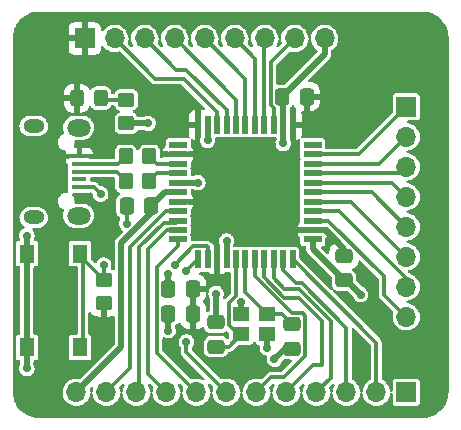
<source format=gbr>
%TF.GenerationSoftware,KiCad,Pcbnew,(6.0.6)*%
%TF.CreationDate,2022-07-26T20:01:32-05:00*%
%TF.ProjectId,Arduino_Clone,41726475-696e-46f5-9f43-6c6f6e652e6b,rev?*%
%TF.SameCoordinates,Original*%
%TF.FileFunction,Copper,L1,Top*%
%TF.FilePolarity,Positive*%
%FSLAX46Y46*%
G04 Gerber Fmt 4.6, Leading zero omitted, Abs format (unit mm)*
G04 Created by KiCad (PCBNEW (6.0.6)) date 2022-07-26 20:01:32*
%MOMM*%
%LPD*%
G01*
G04 APERTURE LIST*
G04 Aperture macros list*
%AMRoundRect*
0 Rectangle with rounded corners*
0 $1 Rounding radius*
0 $2 $3 $4 $5 $6 $7 $8 $9 X,Y pos of 4 corners*
0 Add a 4 corners polygon primitive as box body*
4,1,4,$2,$3,$4,$5,$6,$7,$8,$9,$2,$3,0*
0 Add four circle primitives for the rounded corners*
1,1,$1+$1,$2,$3*
1,1,$1+$1,$4,$5*
1,1,$1+$1,$6,$7*
1,1,$1+$1,$8,$9*
0 Add four rect primitives between the rounded corners*
20,1,$1+$1,$2,$3,$4,$5,0*
20,1,$1+$1,$4,$5,$6,$7,0*
20,1,$1+$1,$6,$7,$8,$9,0*
20,1,$1+$1,$8,$9,$2,$3,0*%
G04 Aperture macros list end*
%TA.AperFunction,SMDPad,CuDef*%
%ADD10RoundRect,0.250000X-0.475000X0.337500X-0.475000X-0.337500X0.475000X-0.337500X0.475000X0.337500X0*%
%TD*%
%TA.AperFunction,SMDPad,CuDef*%
%ADD11RoundRect,0.250000X0.337500X0.475000X-0.337500X0.475000X-0.337500X-0.475000X0.337500X-0.475000X0*%
%TD*%
%TA.AperFunction,SMDPad,CuDef*%
%ADD12R,1.300000X0.450000*%
%TD*%
%TA.AperFunction,ComponentPad*%
%ADD13O,2.000000X1.450000*%
%TD*%
%TA.AperFunction,ComponentPad*%
%ADD14O,1.800000X1.150000*%
%TD*%
%TA.AperFunction,SMDPad,CuDef*%
%ADD15R,1.500000X0.550000*%
%TD*%
%TA.AperFunction,SMDPad,CuDef*%
%ADD16R,0.550000X1.500000*%
%TD*%
%TA.AperFunction,SMDPad,CuDef*%
%ADD17R,1.300000X1.550000*%
%TD*%
%TA.AperFunction,SMDPad,CuDef*%
%ADD18RoundRect,0.250000X-0.350000X-0.450000X0.350000X-0.450000X0.350000X0.450000X-0.350000X0.450000X0*%
%TD*%
%TA.AperFunction,SMDPad,CuDef*%
%ADD19RoundRect,0.250000X0.325000X0.450000X-0.325000X0.450000X-0.325000X-0.450000X0.325000X-0.450000X0*%
%TD*%
%TA.AperFunction,SMDPad,CuDef*%
%ADD20RoundRect,0.250000X-0.450000X0.350000X-0.450000X-0.350000X0.450000X-0.350000X0.450000X0.350000X0*%
%TD*%
%TA.AperFunction,ComponentPad*%
%ADD21R,1.700000X1.700000*%
%TD*%
%TA.AperFunction,ComponentPad*%
%ADD22O,1.700000X1.700000*%
%TD*%
%TA.AperFunction,SMDPad,CuDef*%
%ADD23RoundRect,0.250000X0.475000X-0.337500X0.475000X0.337500X-0.475000X0.337500X-0.475000X-0.337500X0*%
%TD*%
%TA.AperFunction,SMDPad,CuDef*%
%ADD24R,1.400000X1.200000*%
%TD*%
%TA.AperFunction,SMDPad,CuDef*%
%ADD25RoundRect,0.250000X0.450000X-0.350000X0.450000X0.350000X-0.450000X0.350000X-0.450000X-0.350000X0*%
%TD*%
%TA.AperFunction,ViaPad*%
%ADD26C,0.700000*%
%TD*%
%TA.AperFunction,Conductor*%
%ADD27C,0.500000*%
%TD*%
%TA.AperFunction,Conductor*%
%ADD28C,0.300000*%
%TD*%
G04 APERTURE END LIST*
D10*
%TO.P,C6,1*%
%TO.N,GND*%
X137520000Y-51592500D03*
%TO.P,C6,2*%
%TO.N,/XTAL_OUT*%
X137520000Y-53667500D03*
%TD*%
D11*
%TO.P,C2,1*%
%TO.N,+5V*%
X145177500Y-32500000D03*
%TO.P,C2,2*%
%TO.N,GND*%
X143102500Y-32500000D03*
%TD*%
D12*
%TO.P,J4,1,VBUS*%
%TO.N,+5V*%
X125925000Y-37545000D03*
%TO.P,J4,2,D-*%
%TO.N,Net-(J4-Pad2)*%
X125925000Y-38195000D03*
%TO.P,J4,3,D+*%
%TO.N,Net-(J4-Pad3)*%
X125925000Y-38845000D03*
%TO.P,J4,4,ID*%
%TO.N,unconnected-(J4-Pad4)*%
X125925000Y-39495000D03*
%TO.P,J4,5,GND*%
%TO.N,GND*%
X125925000Y-40145000D03*
D13*
%TO.P,J4,6,Shield*%
%TO.N,N/C*%
X125875000Y-35120000D03*
D14*
X122075000Y-34970000D03*
X122075000Y-42720000D03*
D13*
X125875000Y-42570000D03*
%TD*%
D15*
%TO.P,U1,1,PE6*%
%TO.N,unconnected-(U1-Pad1)*%
X134300000Y-36580000D03*
%TO.P,U1,2,UVCC*%
%TO.N,+5V*%
X134300000Y-37380000D03*
%TO.P,U1,3,D-*%
%TO.N,/USB_D-*%
X134300000Y-38180000D03*
%TO.P,U1,4,D+*%
%TO.N,/USB_D+*%
X134300000Y-38980000D03*
%TO.P,U1,5,UGND*%
%TO.N,GND*%
X134300000Y-39780000D03*
%TO.P,U1,6,UCAP*%
%TO.N,+3.3V*%
X134300000Y-40580000D03*
%TO.P,U1,7,VBUS*%
%TO.N,+5V*%
X134300000Y-41380000D03*
%TO.P,U1,8,PB0*%
%TO.N,/B0*%
X134300000Y-42180000D03*
%TO.P,U1,9,PB1*%
%TO.N,/SCLK*%
X134300000Y-42980000D03*
%TO.P,U1,10,PB2*%
%TO.N,/MOSI*%
X134300000Y-43780000D03*
%TO.P,U1,11,PB3*%
%TO.N,/MISO*%
X134300000Y-44580000D03*
D16*
%TO.P,U1,12,PB7*%
%TO.N,/B7*%
X136000000Y-46280000D03*
%TO.P,U1,13,~{RESET}*%
%TO.N,/RST*%
X136800000Y-46280000D03*
%TO.P,U1,14,VCC*%
%TO.N,+5V*%
X137600000Y-46280000D03*
%TO.P,U1,15,GND*%
%TO.N,GND*%
X138400000Y-46280000D03*
%TO.P,U1,16,XTAL2*%
%TO.N,/XTAL_OUT*%
X139200000Y-46280000D03*
%TO.P,U1,17,XTAL1*%
%TO.N,/XTAL_IN*%
X140000000Y-46280000D03*
%TO.P,U1,18,PD0*%
%TO.N,/D0*%
X140800000Y-46280000D03*
%TO.P,U1,19,PD1*%
%TO.N,/D1*%
X141600000Y-46280000D03*
%TO.P,U1,20,PD2*%
%TO.N,/D2*%
X142400000Y-46280000D03*
%TO.P,U1,21,PD3*%
%TO.N,/D3*%
X143200000Y-46280000D03*
%TO.P,U1,22,PD5*%
%TO.N,/D5*%
X144000000Y-46280000D03*
D15*
%TO.P,U1,23,GND*%
%TO.N,GND*%
X145700000Y-44580000D03*
%TO.P,U1,24,AVCC*%
%TO.N,+5V*%
X145700000Y-43780000D03*
%TO.P,U1,25,PD4*%
%TO.N,/D4*%
X145700000Y-42980000D03*
%TO.P,U1,26,PD6*%
%TO.N,/D6*%
X145700000Y-42180000D03*
%TO.P,U1,27,PD7*%
%TO.N,/D7*%
X145700000Y-41380000D03*
%TO.P,U1,28,PB4*%
%TO.N,/B4*%
X145700000Y-40580000D03*
%TO.P,U1,29,PB5*%
%TO.N,/B5*%
X145700000Y-39780000D03*
%TO.P,U1,30,PB6*%
%TO.N,/B6*%
X145700000Y-38980000D03*
%TO.P,U1,31,PC6*%
%TO.N,/C6*%
X145700000Y-38180000D03*
%TO.P,U1,32,PC7*%
%TO.N,/C7*%
X145700000Y-37380000D03*
%TO.P,U1,33,~{HWB}/PE2*%
%TO.N,unconnected-(U1-Pad33)*%
X145700000Y-36580000D03*
D16*
%TO.P,U1,34,VCC*%
%TO.N,+5V*%
X144000000Y-34880000D03*
%TO.P,U1,35,GND*%
%TO.N,GND*%
X143200000Y-34880000D03*
%TO.P,U1,36,PF7*%
%TO.N,/F7*%
X142400000Y-34880000D03*
%TO.P,U1,37,PF6*%
%TO.N,/F6*%
X141600000Y-34880000D03*
%TO.P,U1,38,PF5*%
%TO.N,/F5*%
X140800000Y-34880000D03*
%TO.P,U1,39,PF4*%
%TO.N,/F4*%
X140000000Y-34880000D03*
%TO.P,U1,40,PF1*%
%TO.N,/F1*%
X139200000Y-34880000D03*
%TO.P,U1,41,PF0*%
%TO.N,/F0*%
X138400000Y-34880000D03*
%TO.P,U1,42,AREF*%
%TO.N,/AREF*%
X137600000Y-34880000D03*
%TO.P,U1,43,GND*%
%TO.N,GND*%
X136800000Y-34880000D03*
%TO.P,U1,44,AVCC*%
%TO.N,+5V*%
X136000000Y-34880000D03*
%TD*%
D17*
%TO.P,SW1,1,1*%
%TO.N,GND*%
X121500000Y-53725000D03*
X121500000Y-45775000D03*
%TO.P,SW1,2,2*%
%TO.N,/RST*%
X126000000Y-53725000D03*
X126000000Y-45775000D03*
%TD*%
D18*
%TO.P,R4,1*%
%TO.N,Net-(J4-Pad2)*%
X129870000Y-37560000D03*
%TO.P,R4,2*%
%TO.N,/USB_D-*%
X131870000Y-37560000D03*
%TD*%
D11*
%TO.P,C1,1*%
%TO.N,+5V*%
X135537500Y-48750000D03*
%TO.P,C1,2*%
%TO.N,GND*%
X133462500Y-48750000D03*
%TD*%
D19*
%TO.P,D1,1,K*%
%TO.N,Net-(D1-Pad1)*%
X127765000Y-32630000D03*
%TO.P,D1,2,A*%
%TO.N,+5V*%
X125715000Y-32630000D03*
%TD*%
D20*
%TO.P,R1,1*%
%TO.N,/RST*%
X128000000Y-48000000D03*
%TO.P,R1,2*%
%TO.N,+5V*%
X128000000Y-50000000D03*
%TD*%
D11*
%TO.P,C7,1*%
%TO.N,+3.3V*%
X132037500Y-41750000D03*
%TO.P,C7,2*%
%TO.N,GND*%
X129962500Y-41750000D03*
%TD*%
D10*
%TO.P,C4,1*%
%TO.N,+5V*%
X148350000Y-45962500D03*
%TO.P,C4,2*%
%TO.N,GND*%
X148350000Y-48037500D03*
%TD*%
D21*
%TO.P,J3,1,Pin_1*%
%TO.N,GND*%
X153620000Y-57525000D03*
D22*
%TO.P,J3,2,Pin_2*%
%TO.N,/D5*%
X151080000Y-57525000D03*
%TO.P,J3,3,Pin_3*%
%TO.N,/D3*%
X148540000Y-57525000D03*
%TO.P,J3,4,Pin_4*%
%TO.N,/D2*%
X146000000Y-57525000D03*
%TO.P,J3,5,Pin_5*%
%TO.N,/D1*%
X143460000Y-57525000D03*
%TO.P,J3,6,Pin_6*%
%TO.N,/D0*%
X140920000Y-57525000D03*
%TO.P,J3,7,Pin_7*%
%TO.N,/B7*%
X138380000Y-57525000D03*
%TO.P,J3,8,Pin_8*%
%TO.N,/MISO*%
X135840000Y-57525000D03*
%TO.P,J3,9,Pin_9*%
%TO.N,/MOSI*%
X133300000Y-57525000D03*
%TO.P,J3,10,Pin_10*%
%TO.N,/SCLK*%
X130760000Y-57525000D03*
%TO.P,J3,11,Pin_11*%
%TO.N,/B0*%
X128220000Y-57525000D03*
%TO.P,J3,12,Pin_12*%
%TO.N,+3.3V*%
X125680000Y-57525000D03*
%TD*%
D18*
%TO.P,R3,1*%
%TO.N,Net-(J4-Pad3)*%
X129870000Y-39620000D03*
%TO.P,R3,2*%
%TO.N,/USB_D+*%
X131870000Y-39620000D03*
%TD*%
D23*
%TO.P,C5,1*%
%TO.N,GND*%
X143960000Y-53857500D03*
%TO.P,C5,2*%
%TO.N,/XTAL_IN*%
X143960000Y-51782500D03*
%TD*%
D21*
%TO.P,J1,1,Pin_1*%
%TO.N,+5V*%
X126390000Y-27570000D03*
D22*
%TO.P,J1,2,Pin_2*%
%TO.N,/AREF*%
X128930000Y-27570000D03*
%TO.P,J1,3,Pin_3*%
%TO.N,/F0*%
X131470000Y-27570000D03*
%TO.P,J1,4,Pin_4*%
%TO.N,/F1*%
X134010000Y-27570000D03*
%TO.P,J1,5,Pin_5*%
%TO.N,/F4*%
X136550000Y-27570000D03*
%TO.P,J1,6,Pin_6*%
%TO.N,/F5*%
X139090000Y-27570000D03*
%TO.P,J1,7,Pin_7*%
%TO.N,/F6*%
X141630000Y-27570000D03*
%TO.P,J1,8,Pin_8*%
%TO.N,/F7*%
X144170000Y-27570000D03*
%TO.P,J1,9,Pin_9*%
%TO.N,GND*%
X146710000Y-27570000D03*
%TD*%
D24*
%TO.P,Y1,1,1*%
%TO.N,/XTAL_IN*%
X141850000Y-50900000D03*
%TO.P,Y1,2,2*%
%TO.N,GND*%
X139650000Y-50900000D03*
%TO.P,Y1,3,3*%
%TO.N,/XTAL_OUT*%
X139650000Y-52600000D03*
%TO.P,Y1,4,4*%
%TO.N,GND*%
X141850000Y-52600000D03*
%TD*%
D21*
%TO.P,J2,1,Pin_1*%
%TO.N,/C7*%
X153620000Y-33345000D03*
D22*
%TO.P,J2,2,Pin_2*%
%TO.N,/C6*%
X153620000Y-35885000D03*
%TO.P,J2,3,Pin_3*%
%TO.N,/B6*%
X153620000Y-38425000D03*
%TO.P,J2,4,Pin_4*%
%TO.N,/B5*%
X153620000Y-40965000D03*
%TO.P,J2,5,Pin_5*%
%TO.N,/B4*%
X153620000Y-43505000D03*
%TO.P,J2,6,Pin_6*%
%TO.N,/D7*%
X153620000Y-46045000D03*
%TO.P,J2,7,Pin_7*%
%TO.N,/D6*%
X153620000Y-48585000D03*
%TO.P,J2,8,Pin_8*%
%TO.N,/D4*%
X153620000Y-51125000D03*
%TD*%
D11*
%TO.P,C3,1*%
%TO.N,+5V*%
X135537500Y-50910000D03*
%TO.P,C3,2*%
%TO.N,GND*%
X133462500Y-50910000D03*
%TD*%
D25*
%TO.P,R2,1*%
%TO.N,GND*%
X129920000Y-34750000D03*
%TO.P,R2,2*%
%TO.N,Net-(D1-Pad1)*%
X129920000Y-32750000D03*
%TD*%
D26*
%TO.N,GND*%
X149750000Y-49250000D03*
X137525000Y-49175000D03*
X139649841Y-49889403D03*
X141850000Y-53750000D03*
X129950000Y-43250000D03*
X142450000Y-54725000D03*
X131750000Y-34750000D03*
X133465344Y-47473358D03*
X138400000Y-44700000D03*
X121500000Y-55500000D03*
X121500000Y-44250000D03*
X133450000Y-52300000D03*
X135975000Y-39775000D03*
X127750000Y-40750000D03*
X136800000Y-36200000D03*
X143200000Y-36450000D03*
%TO.N,/B7*%
X135000000Y-47250000D03*
X135000000Y-53250000D03*
%TO.N,/RST*%
X134000000Y-46750000D03*
X128000000Y-46750000D03*
%TD*%
D27*
%TO.N,+5V*%
X148350000Y-45400000D02*
X148350000Y-45962500D01*
X146730000Y-43780000D02*
X148350000Y-45400000D01*
X135537500Y-50910000D02*
X135537500Y-51212500D01*
X145700000Y-43780000D02*
X146730000Y-43780000D01*
X125715000Y-32630000D02*
X125715000Y-33023299D01*
%TO.N,GND*%
X143200000Y-34880000D02*
X143200000Y-36450000D01*
D28*
X129962500Y-43237500D02*
X129962500Y-41750000D01*
D27*
X133462500Y-52287500D02*
X133462500Y-50910000D01*
X148537500Y-48037500D02*
X149750000Y-49250000D01*
X143200000Y-34880000D02*
X143200000Y-32597500D01*
X137520000Y-49180000D02*
X137520000Y-51592500D01*
X136800000Y-34880000D02*
X136800000Y-36200000D01*
D28*
X129950000Y-43250000D02*
X129962500Y-43237500D01*
D27*
X135975000Y-39775000D02*
X135970000Y-39780000D01*
X139650000Y-50900000D02*
X139650000Y-49889562D01*
X143200000Y-32597500D02*
X143102500Y-32500000D01*
X143317500Y-53857500D02*
X143960000Y-53857500D01*
X129920000Y-34750000D02*
X131750000Y-34750000D01*
X135970000Y-39780000D02*
X134300000Y-39780000D01*
D28*
X127145000Y-40145000D02*
X127750000Y-40750000D01*
D27*
X142450000Y-54725000D02*
X143317500Y-53857500D01*
X133465344Y-47473358D02*
X133462500Y-47476202D01*
D28*
X125925000Y-40145000D02*
X127145000Y-40145000D01*
D27*
X137525000Y-49175000D02*
X137520000Y-49180000D01*
X146710000Y-28892500D02*
X143102500Y-32500000D01*
X141850000Y-52600000D02*
X141850000Y-53750000D01*
X138400000Y-46280000D02*
X138400000Y-44700000D01*
X121500000Y-53725000D02*
X121500000Y-55500000D01*
X133462500Y-47476202D02*
X133462500Y-48750000D01*
X148350000Y-48037500D02*
X148537500Y-48037500D01*
X146710000Y-27570000D02*
X146710000Y-28892500D01*
X145700000Y-44580000D02*
X145700000Y-45387500D01*
X145700000Y-45387500D02*
X148350000Y-48037500D01*
X121500000Y-45775000D02*
X121500000Y-44250000D01*
X133450000Y-52300000D02*
X133462500Y-52287500D01*
X139650000Y-49889562D02*
X139649841Y-49889403D01*
X121500000Y-53725000D02*
X121500000Y-45775000D01*
D28*
%TO.N,/XTAL_IN*%
X143960000Y-51782500D02*
X143077500Y-50900000D01*
X140000000Y-49050000D02*
X141850000Y-50900000D01*
X143077500Y-50900000D02*
X141850000Y-50900000D01*
X140000000Y-46280000D02*
X140000000Y-49050000D01*
%TO.N,/XTAL_OUT*%
X139200000Y-46280000D02*
X139200000Y-49350000D01*
X139200000Y-49350000D02*
X138600000Y-49950000D01*
X138600000Y-51850000D02*
X139350000Y-52600000D01*
X139350000Y-52600000D02*
X139650000Y-52600000D01*
X138582500Y-53667500D02*
X139650000Y-52600000D01*
X137520000Y-53667500D02*
X138582500Y-53667500D01*
X138600000Y-49950000D02*
X138600000Y-51850000D01*
D27*
%TO.N,+3.3V*%
X132037500Y-42343871D02*
X132037500Y-41750000D01*
X134300000Y-40580000D02*
X133207500Y-40580000D01*
X125680000Y-57525000D02*
X129500000Y-53705000D01*
X129500000Y-44881371D02*
X132037500Y-42343871D01*
X133207500Y-40580000D02*
X132037500Y-41750000D01*
X129500000Y-53705000D02*
X129500000Y-44881371D01*
D28*
%TO.N,Net-(D1-Pad1)*%
X127885000Y-32750000D02*
X127765000Y-32630000D01*
X129920000Y-32750000D02*
X127885000Y-32750000D01*
%TO.N,/AREF*%
X137600000Y-33830000D02*
X134770000Y-31000000D01*
X137600000Y-34880000D02*
X137600000Y-33830000D01*
X134770000Y-31000000D02*
X132360000Y-31000000D01*
X132360000Y-31000000D02*
X128930000Y-27570000D01*
%TO.N,/F0*%
X138400000Y-33650000D02*
X135000000Y-30250000D01*
X138400000Y-34880000D02*
X138400000Y-33650000D01*
X135000000Y-30250000D02*
X134150000Y-30250000D01*
X134150000Y-30250000D02*
X131470000Y-27570000D01*
%TO.N,/F1*%
X139200000Y-32760000D02*
X134010000Y-27570000D01*
X139200000Y-34880000D02*
X139200000Y-32760000D01*
%TO.N,/F4*%
X140000000Y-31020000D02*
X136550000Y-27570000D01*
X140000000Y-34880000D02*
X140000000Y-31020000D01*
%TO.N,/F5*%
X140800000Y-29280000D02*
X139090000Y-27570000D01*
X140800000Y-34880000D02*
X140800000Y-29280000D01*
%TO.N,/F6*%
X141600000Y-27600000D02*
X141630000Y-27570000D01*
X141600000Y-34880000D02*
X141600000Y-27600000D01*
%TO.N,/F7*%
X142400000Y-34880000D02*
X142400000Y-33458528D01*
X142165000Y-29575000D02*
X144170000Y-27570000D01*
X142165000Y-33223528D02*
X142165000Y-29575000D01*
X142400000Y-33458528D02*
X142165000Y-33223528D01*
%TO.N,/C6*%
X145700000Y-38180000D02*
X151325000Y-38180000D01*
X151325000Y-38180000D02*
X153620000Y-35885000D01*
%TO.N,/C7*%
X145700000Y-37380000D02*
X149585000Y-37380000D01*
X149585000Y-37380000D02*
X153620000Y-33345000D01*
%TO.N,/B4*%
X145700000Y-40580000D02*
X150695000Y-40580000D01*
X150695000Y-40580000D02*
X153620000Y-43505000D01*
%TO.N,/B5*%
X152435000Y-39780000D02*
X153620000Y-40965000D01*
X145700000Y-39780000D02*
X152435000Y-39780000D01*
%TO.N,/B6*%
X153065000Y-38980000D02*
X153620000Y-38425000D01*
X145700000Y-38980000D02*
X153065000Y-38980000D01*
%TO.N,/B7*%
X135000000Y-53250000D02*
X135000000Y-54145000D01*
X135970000Y-46280000D02*
X135000000Y-47250000D01*
X135000000Y-54145000D02*
X138380000Y-57525000D01*
X136000000Y-46280000D02*
X135970000Y-46280000D01*
%TO.N,/D0*%
X145035000Y-54443528D02*
X143228528Y-56250000D01*
X140800000Y-46280000D02*
X140800000Y-47704212D01*
X143228528Y-56250000D02*
X142195000Y-56250000D01*
X144845000Y-50845000D02*
X145035000Y-51035000D01*
X140800000Y-47704212D02*
X143940788Y-50845000D01*
X142195000Y-56250000D02*
X140920000Y-57525000D01*
X143940788Y-50845000D02*
X144845000Y-50845000D01*
X145035000Y-51035000D02*
X145035000Y-54443528D01*
%TO.N,/D1*%
X146500000Y-51500000D02*
X146500000Y-55250000D01*
X146500000Y-55250000D02*
X145735000Y-55250000D01*
X143302894Y-49500000D02*
X144500000Y-49500000D01*
X141600000Y-46280000D02*
X141600000Y-47797106D01*
X145735000Y-55250000D02*
X143460000Y-57525000D01*
X141600000Y-47797106D02*
X143302894Y-49500000D01*
X144500000Y-49500000D02*
X146500000Y-51500000D01*
%TO.N,/D2*%
X147250000Y-56275000D02*
X146000000Y-57525000D01*
X147250000Y-51500000D02*
X147250000Y-56275000D01*
X142400000Y-46280000D02*
X142400000Y-47890000D01*
X142400000Y-47890000D02*
X143260000Y-48750000D01*
X144500000Y-48750000D02*
X147250000Y-51500000D01*
X143260000Y-48750000D02*
X144500000Y-48750000D01*
%TO.N,/D3*%
X144250000Y-48250000D02*
X144750000Y-48250000D01*
X143200000Y-47200000D02*
X144250000Y-48250000D01*
X148540000Y-52040000D02*
X148540000Y-57525000D01*
X144750000Y-48250000D02*
X148540000Y-52040000D01*
X143200000Y-46280000D02*
X143200000Y-47200000D01*
%TO.N,/D4*%
X151750000Y-47701472D02*
X151750000Y-49255000D01*
X151750000Y-49255000D02*
X153620000Y-51125000D01*
X145700000Y-42980000D02*
X147028528Y-42980000D01*
X147028528Y-42980000D02*
X151750000Y-47701472D01*
%TO.N,/D5*%
X151080000Y-53330000D02*
X151080000Y-57525000D01*
X144000000Y-46280000D02*
X144030000Y-46280000D01*
X144030000Y-46280000D02*
X151080000Y-53330000D01*
%TO.N,/D6*%
X145700000Y-42180000D02*
X147930000Y-42180000D01*
X147930000Y-42180000D02*
X153620000Y-47870000D01*
X153620000Y-47870000D02*
X153620000Y-48585000D01*
%TO.N,/D7*%
X145700000Y-41380000D02*
X148955000Y-41380000D01*
X148955000Y-41380000D02*
X153620000Y-46045000D01*
%TO.N,/B0*%
X133268528Y-42180000D02*
X130250000Y-45198528D01*
X134300000Y-42180000D02*
X133268528Y-42180000D01*
X130250000Y-45198528D02*
X130250000Y-55495000D01*
X130250000Y-55495000D02*
X128220000Y-57525000D01*
%TO.N,/SCLK*%
X133095000Y-43155000D02*
X131000000Y-45250000D01*
X134300000Y-42980000D02*
X134125000Y-43155000D01*
X131000000Y-45250000D02*
X131000000Y-57285000D01*
X131000000Y-57285000D02*
X130760000Y-57525000D01*
X134125000Y-43155000D02*
X133095000Y-43155000D01*
%TO.N,/MOSI*%
X131750000Y-45405000D02*
X131750000Y-55975000D01*
X134300000Y-43780000D02*
X133375000Y-43780000D01*
X131750000Y-55975000D02*
X133300000Y-57525000D01*
X133375000Y-43780000D02*
X131750000Y-45405000D01*
%TO.N,/MISO*%
X134300000Y-44580000D02*
X134300000Y-45155000D01*
X134300000Y-45155000D02*
X132525000Y-46930000D01*
X132525000Y-46930000D02*
X132525000Y-54210000D01*
X132525000Y-54210000D02*
X135840000Y-57525000D01*
%TO.N,/USB_D+*%
X132510000Y-38980000D02*
X131870000Y-39620000D01*
X134300000Y-38980000D02*
X132510000Y-38980000D01*
%TO.N,/USB_D-*%
X132490000Y-38180000D02*
X131870000Y-37560000D01*
X134300000Y-38180000D02*
X132490000Y-38180000D01*
%TO.N,/RST*%
X135570000Y-45180000D02*
X134000000Y-46750000D01*
X128000000Y-48000000D02*
X126000000Y-46000000D01*
X128000000Y-46750000D02*
X128000000Y-48000000D01*
X126000000Y-46000000D02*
X126000000Y-45775000D01*
X136800000Y-46280000D02*
X136800000Y-45230000D01*
X136800000Y-45230000D02*
X136750000Y-45180000D01*
X136750000Y-45180000D02*
X135570000Y-45180000D01*
X126250000Y-45775000D02*
X126250000Y-53725000D01*
%TO.N,Net-(J4-Pad2)*%
X129870000Y-37560000D02*
X129235000Y-38195000D01*
X129235000Y-38195000D02*
X125925000Y-38195000D01*
%TO.N,Net-(J4-Pad3)*%
X129870000Y-39620000D02*
X129095000Y-38845000D01*
X129095000Y-38845000D02*
X125925000Y-38845000D01*
%TD*%
%TA.AperFunction,Conductor*%
%TO.N,+5V*%
G36*
X154984391Y-25302384D02*
G01*
X155000000Y-25305136D01*
X155010684Y-25303252D01*
X155021534Y-25303252D01*
X155021534Y-25303290D01*
X155034184Y-25302568D01*
X155170216Y-25310796D01*
X155257639Y-25316084D01*
X155272495Y-25317889D01*
X155519000Y-25363062D01*
X155533538Y-25366645D01*
X155772789Y-25441200D01*
X155786789Y-25446509D01*
X156015320Y-25549361D01*
X156028579Y-25556320D01*
X156243039Y-25685967D01*
X156255362Y-25694473D01*
X156452636Y-25849027D01*
X156463844Y-25858957D01*
X156641043Y-26036156D01*
X156650973Y-26047364D01*
X156805527Y-26244638D01*
X156814033Y-26256961D01*
X156943680Y-26471421D01*
X156950639Y-26484680D01*
X157053491Y-26713211D01*
X157058800Y-26727211D01*
X157133355Y-26966462D01*
X157136939Y-26981002D01*
X157182111Y-27227501D01*
X157183916Y-27242361D01*
X157187564Y-27302668D01*
X157197432Y-27465816D01*
X157196710Y-27478466D01*
X157196748Y-27478466D01*
X157196748Y-27489316D01*
X157194864Y-27500000D01*
X157196748Y-27510683D01*
X157197616Y-27515606D01*
X157199500Y-27537139D01*
X157199500Y-57462861D01*
X157197616Y-57484391D01*
X157194864Y-57500000D01*
X157196748Y-57510684D01*
X157196748Y-57521534D01*
X157196710Y-57521534D01*
X157197432Y-57534184D01*
X157191816Y-57627033D01*
X157186722Y-57711253D01*
X157183916Y-57757635D01*
X157182111Y-57772495D01*
X157174496Y-57814051D01*
X157136939Y-58018998D01*
X157133355Y-58033538D01*
X157058800Y-58272789D01*
X157053491Y-58286789D01*
X156950639Y-58515320D01*
X156943680Y-58528579D01*
X156814033Y-58743039D01*
X156805527Y-58755362D01*
X156650973Y-58952636D01*
X156641043Y-58963844D01*
X156463844Y-59141043D01*
X156452636Y-59150973D01*
X156255362Y-59305527D01*
X156243039Y-59314033D01*
X156028579Y-59443680D01*
X156015320Y-59450639D01*
X155786789Y-59553491D01*
X155772789Y-59558800D01*
X155533538Y-59633355D01*
X155519000Y-59636938D01*
X155272495Y-59682111D01*
X155257639Y-59683916D01*
X155170216Y-59689204D01*
X155034184Y-59697432D01*
X155021534Y-59696710D01*
X155021534Y-59696748D01*
X155010684Y-59696748D01*
X155000000Y-59694864D01*
X154984391Y-59697616D01*
X154962861Y-59699500D01*
X122537139Y-59699500D01*
X122515609Y-59697616D01*
X122500000Y-59694864D01*
X122489316Y-59696748D01*
X122478466Y-59696748D01*
X122478466Y-59696710D01*
X122465816Y-59697432D01*
X122329784Y-59689204D01*
X122242361Y-59683916D01*
X122227505Y-59682111D01*
X121981000Y-59636938D01*
X121966462Y-59633355D01*
X121727211Y-59558800D01*
X121713211Y-59553491D01*
X121484680Y-59450639D01*
X121471421Y-59443680D01*
X121256961Y-59314033D01*
X121244638Y-59305527D01*
X121047364Y-59150973D01*
X121036156Y-59141043D01*
X120858957Y-58963844D01*
X120849027Y-58952636D01*
X120694473Y-58755362D01*
X120685967Y-58743039D01*
X120556320Y-58528579D01*
X120549361Y-58515320D01*
X120446509Y-58286789D01*
X120441200Y-58272789D01*
X120366645Y-58033538D01*
X120363061Y-58018998D01*
X120325504Y-57814051D01*
X120317889Y-57772495D01*
X120316084Y-57757635D01*
X120313279Y-57711253D01*
X120308184Y-57627033D01*
X120302568Y-57534184D01*
X120303290Y-57521534D01*
X120303252Y-57521534D01*
X120303252Y-57510684D01*
X120305136Y-57500000D01*
X120302384Y-57484391D01*
X120300500Y-57462861D01*
X120300500Y-54544646D01*
X120549500Y-54544646D01*
X120552618Y-54570846D01*
X120598061Y-54673153D01*
X120677287Y-54752241D01*
X120687758Y-54756870D01*
X120687759Y-54756871D01*
X120771147Y-54793737D01*
X120771149Y-54793738D01*
X120779673Y-54797506D01*
X120805354Y-54800500D01*
X120825500Y-54800500D01*
X120892539Y-54820185D01*
X120938294Y-54872989D01*
X120949500Y-54924500D01*
X120949500Y-55112716D01*
X120929164Y-55177019D01*
X120930331Y-55177645D01*
X120927004Y-55183850D01*
X120926952Y-55184014D01*
X120926800Y-55184230D01*
X120926798Y-55184235D01*
X120922501Y-55190348D01*
X120865309Y-55337039D01*
X120844758Y-55493138D01*
X120845578Y-55500566D01*
X120845578Y-55500568D01*
X120847474Y-55517744D01*
X120862035Y-55649633D01*
X120864601Y-55656645D01*
X120864602Y-55656649D01*
X120881998Y-55704185D01*
X120916143Y-55797490D01*
X120930279Y-55818527D01*
X120972543Y-55881421D01*
X121003958Y-55928172D01*
X121053263Y-55973036D01*
X121114878Y-56029102D01*
X121114882Y-56029105D01*
X121120410Y-56034135D01*
X121126980Y-56037702D01*
X121126981Y-56037703D01*
X121249221Y-56104074D01*
X121258776Y-56109262D01*
X121317684Y-56124716D01*
X121403841Y-56147319D01*
X121403843Y-56147319D01*
X121411069Y-56149215D01*
X121488127Y-56150425D01*
X121561025Y-56151571D01*
X121561028Y-56151571D01*
X121568495Y-56151688D01*
X121575776Y-56150020D01*
X121575780Y-56150020D01*
X121714681Y-56118207D01*
X121721968Y-56116538D01*
X121862625Y-56045795D01*
X121868306Y-56040943D01*
X121868309Y-56040941D01*
X121976666Y-55948395D01*
X121976667Y-55948394D01*
X121982348Y-55943542D01*
X121993393Y-55928172D01*
X122035783Y-55869179D01*
X122074224Y-55815683D01*
X122132950Y-55669598D01*
X122134793Y-55656649D01*
X122154562Y-55517744D01*
X122154562Y-55517740D01*
X122155134Y-55513723D01*
X122155278Y-55500000D01*
X122140071Y-55374332D01*
X122137262Y-55351119D01*
X122137261Y-55351115D01*
X122136363Y-55343694D01*
X122080710Y-55196412D01*
X122076476Y-55190251D01*
X122076473Y-55190246D01*
X122072310Y-55184190D01*
X122050500Y-55113954D01*
X122050500Y-54924500D01*
X122070185Y-54857461D01*
X122122989Y-54811706D01*
X122174500Y-54800500D01*
X122194646Y-54800500D01*
X122198300Y-54800065D01*
X122198302Y-54800065D01*
X122203266Y-54799474D01*
X122220846Y-54797382D01*
X122323153Y-54751939D01*
X122402241Y-54672713D01*
X122411840Y-54651001D01*
X122443737Y-54578853D01*
X122443738Y-54578851D01*
X122447506Y-54570327D01*
X122450500Y-54544646D01*
X122450500Y-52905354D01*
X122447382Y-52879154D01*
X122401939Y-52776847D01*
X122322713Y-52697759D01*
X122312242Y-52693130D01*
X122312241Y-52693129D01*
X122228853Y-52656263D01*
X122228851Y-52656262D01*
X122220327Y-52652494D01*
X122194646Y-52649500D01*
X122174500Y-52649500D01*
X122107461Y-52629815D01*
X122061706Y-52577011D01*
X122050500Y-52525500D01*
X122050500Y-46974500D01*
X122070185Y-46907461D01*
X122122989Y-46861706D01*
X122174500Y-46850500D01*
X122194646Y-46850500D01*
X122198300Y-46850065D01*
X122198302Y-46850065D01*
X122203266Y-46849474D01*
X122220846Y-46847382D01*
X122323153Y-46801939D01*
X122402241Y-46722713D01*
X122412529Y-46699442D01*
X122443737Y-46628853D01*
X122443738Y-46628851D01*
X122447506Y-46620327D01*
X122450500Y-46594646D01*
X122450500Y-44955354D01*
X122447382Y-44929154D01*
X122401939Y-44826847D01*
X122322713Y-44747759D01*
X122312242Y-44743130D01*
X122312241Y-44743129D01*
X122228853Y-44706263D01*
X122228851Y-44706262D01*
X122220327Y-44702494D01*
X122201228Y-44700267D01*
X122198224Y-44699917D01*
X122198222Y-44699917D01*
X122194646Y-44699500D01*
X122194686Y-44699159D01*
X122130745Y-44676286D01*
X122088124Y-44620922D01*
X122082201Y-44551304D01*
X122088659Y-44529777D01*
X122130163Y-44426533D01*
X122130165Y-44426527D01*
X122132950Y-44419598D01*
X122134197Y-44410835D01*
X122154562Y-44267744D01*
X122154562Y-44267740D01*
X122155134Y-44263723D01*
X122155278Y-44250000D01*
X122153423Y-44234673D01*
X122137262Y-44101119D01*
X122137261Y-44101115D01*
X122136363Y-44093694D01*
X122118844Y-44047332D01*
X122083354Y-43953408D01*
X122083352Y-43953405D01*
X122080710Y-43946412D01*
X122042413Y-43890690D01*
X121995768Y-43822821D01*
X121995765Y-43822818D01*
X121991531Y-43816657D01*
X121985948Y-43811683D01*
X121981005Y-43806076D01*
X121982069Y-43805138D01*
X121949439Y-43752792D01*
X121950402Y-43682929D01*
X121988982Y-43624677D01*
X122052932Y-43596531D01*
X122068886Y-43595500D01*
X122447517Y-43595500D01*
X122589109Y-43580118D01*
X122769396Y-43519445D01*
X122932447Y-43421474D01*
X123061277Y-43299646D01*
X123065781Y-43295387D01*
X123070658Y-43290775D01*
X123084490Y-43270422D01*
X123173804Y-43139000D01*
X123173806Y-43138997D01*
X123177578Y-43133446D01*
X123180070Y-43127216D01*
X123180072Y-43127212D01*
X123245727Y-42963062D01*
X123248221Y-42956827D01*
X123249318Y-42950202D01*
X123278192Y-42775788D01*
X123278192Y-42775786D01*
X123279289Y-42769160D01*
X123269333Y-42579199D01*
X123218819Y-42395807D01*
X123130102Y-42227540D01*
X123109284Y-42202904D01*
X123011655Y-42087376D01*
X123011653Y-42087374D01*
X123007322Y-42082249D01*
X122949350Y-42037926D01*
X122861544Y-41970793D01*
X122861541Y-41970791D01*
X122856207Y-41966713D01*
X122764643Y-41924016D01*
X122689891Y-41889159D01*
X122683807Y-41886322D01*
X122677262Y-41884859D01*
X122677259Y-41884858D01*
X122575109Y-41862025D01*
X122498166Y-41844826D01*
X122492335Y-41844500D01*
X121702483Y-41844500D01*
X121560891Y-41859882D01*
X121380604Y-41920555D01*
X121217553Y-42018526D01*
X121079342Y-42149225D01*
X121075569Y-42154777D01*
X121075568Y-42154778D01*
X120996263Y-42271473D01*
X120972422Y-42306554D01*
X120969930Y-42312784D01*
X120969928Y-42312788D01*
X120936185Y-42397152D01*
X120901779Y-42483173D01*
X120900683Y-42489796D01*
X120900682Y-42489798D01*
X120871838Y-42664035D01*
X120870711Y-42670840D01*
X120880667Y-42860801D01*
X120931181Y-43044193D01*
X121019898Y-43212460D01*
X121024229Y-43217585D01*
X121024231Y-43217588D01*
X121138345Y-43352624D01*
X121142678Y-43357751D01*
X121256232Y-43444570D01*
X121297533Y-43500924D01*
X121301809Y-43570663D01*
X121267704Y-43631643D01*
X121237790Y-43653265D01*
X121131679Y-43708032D01*
X121013034Y-43811533D01*
X120922501Y-43940348D01*
X120865309Y-44087039D01*
X120844758Y-44243138D01*
X120845578Y-44250566D01*
X120845578Y-44250568D01*
X120853466Y-44322012D01*
X120862035Y-44399633D01*
X120864602Y-44406648D01*
X120864603Y-44406652D01*
X120911032Y-44533526D01*
X120915585Y-44603247D01*
X120881721Y-44664361D01*
X120820191Y-44697466D01*
X120805349Y-44699460D01*
X120805354Y-44699500D01*
X120801711Y-44699934D01*
X120801703Y-44699934D01*
X120791548Y-44701143D01*
X120779154Y-44702618D01*
X120676847Y-44748061D01*
X120597759Y-44827287D01*
X120593130Y-44837758D01*
X120593129Y-44837759D01*
X120558509Y-44916068D01*
X120552494Y-44929673D01*
X120549500Y-44955354D01*
X120549500Y-46594646D01*
X120552618Y-46620846D01*
X120598061Y-46723153D01*
X120677287Y-46802241D01*
X120687758Y-46806870D01*
X120687759Y-46806871D01*
X120771147Y-46843737D01*
X120771149Y-46843738D01*
X120779673Y-46847506D01*
X120805354Y-46850500D01*
X120825500Y-46850500D01*
X120892539Y-46870185D01*
X120938294Y-46922989D01*
X120949500Y-46974500D01*
X120949500Y-52525500D01*
X120929815Y-52592539D01*
X120877011Y-52638294D01*
X120825500Y-52649500D01*
X120805354Y-52649500D01*
X120801700Y-52649935D01*
X120801698Y-52649935D01*
X120799623Y-52650182D01*
X120779154Y-52652618D01*
X120676847Y-52698061D01*
X120597759Y-52777287D01*
X120593130Y-52787758D01*
X120593129Y-52787759D01*
X120565171Y-52850999D01*
X120552494Y-52879673D01*
X120549500Y-52905354D01*
X120549500Y-54544646D01*
X120300500Y-54544646D01*
X120300500Y-41337611D01*
X124119394Y-41337611D01*
X124120214Y-41345039D01*
X124120214Y-41345041D01*
X124122772Y-41368207D01*
X124137999Y-41506135D01*
X124140565Y-41513147D01*
X124140566Y-41513151D01*
X124179464Y-41619442D01*
X124196266Y-41665356D01*
X124200433Y-41671558D01*
X124200435Y-41671561D01*
X124248655Y-41743319D01*
X124290830Y-41806083D01*
X124296360Y-41811115D01*
X124410702Y-41915159D01*
X124410706Y-41915162D01*
X124416233Y-41920191D01*
X124565235Y-42001092D01*
X124572470Y-42002990D01*
X124579418Y-42005741D01*
X124578495Y-42008071D01*
X124628051Y-42037926D01*
X124658905Y-42100615D01*
X124651184Y-42168592D01*
X124650055Y-42170680D01*
X124590585Y-42362797D01*
X124569563Y-42562806D01*
X124570112Y-42568839D01*
X124570112Y-42568843D01*
X124579029Y-42666819D01*
X124587790Y-42763089D01*
X124589501Y-42768902D01*
X124589501Y-42768903D01*
X124638159Y-42934229D01*
X124644572Y-42956018D01*
X124737746Y-43134243D01*
X124819342Y-43235727D01*
X124859137Y-43285222D01*
X124863763Y-43290976D01*
X125017823Y-43420248D01*
X125194058Y-43517134D01*
X125199840Y-43518968D01*
X125199842Y-43518969D01*
X125379976Y-43576111D01*
X125379978Y-43576111D01*
X125385755Y-43577944D01*
X125440287Y-43584061D01*
X125538815Y-43595113D01*
X125538821Y-43595113D01*
X125542268Y-43595500D01*
X126200606Y-43595500D01*
X126203621Y-43595204D01*
X126203629Y-43595204D01*
X126344115Y-43581429D01*
X126344117Y-43581429D01*
X126350151Y-43580837D01*
X126542679Y-43522710D01*
X126569117Y-43508653D01*
X126714891Y-43431143D01*
X126714892Y-43431143D01*
X126720249Y-43428294D01*
X126876099Y-43301186D01*
X127004292Y-43146227D01*
X127011701Y-43132525D01*
X127097059Y-42974658D01*
X127097060Y-42974656D01*
X127099945Y-42969320D01*
X127159415Y-42777203D01*
X127180437Y-42577194D01*
X127177420Y-42544034D01*
X127163951Y-42396041D01*
X127162210Y-42376911D01*
X127156027Y-42355901D01*
X127107141Y-42189802D01*
X127107141Y-42189801D01*
X127105428Y-42183982D01*
X127012254Y-42005757D01*
X126898235Y-41863946D01*
X126890037Y-41853750D01*
X126890036Y-41853749D01*
X126886237Y-41849024D01*
X126760263Y-41743319D01*
X126736825Y-41723652D01*
X126736824Y-41723651D01*
X126732177Y-41719752D01*
X126555942Y-41622866D01*
X126550160Y-41621032D01*
X126550158Y-41621031D01*
X126370024Y-41563889D01*
X126370022Y-41563889D01*
X126364245Y-41562056D01*
X126309713Y-41555939D01*
X126211185Y-41544887D01*
X126211179Y-41544887D01*
X126207732Y-41544500D01*
X125647098Y-41544500D01*
X125580059Y-41524815D01*
X125534304Y-41472011D01*
X125524335Y-41403030D01*
X125529917Y-41363802D01*
X125530490Y-41359778D01*
X125530645Y-41345000D01*
X125522719Y-41279500D01*
X125511175Y-41184105D01*
X125511174Y-41184101D01*
X125510276Y-41176680D01*
X125483923Y-41106939D01*
X125452989Y-41025073D01*
X125452987Y-41025070D01*
X125450345Y-41018077D01*
X125396973Y-40940420D01*
X125358545Y-40884508D01*
X125354312Y-40878349D01*
X125350950Y-40875354D01*
X125321919Y-40813196D01*
X125331270Y-40743955D01*
X125376572Y-40690762D01*
X125444501Y-40670500D01*
X126619646Y-40670500D01*
X126623300Y-40670065D01*
X126623302Y-40670065D01*
X126628266Y-40669474D01*
X126645846Y-40667382D01*
X126722576Y-40633300D01*
X126737690Y-40626587D01*
X126737692Y-40626586D01*
X126748153Y-40621939D01*
X126753489Y-40616594D01*
X126821425Y-40595500D01*
X126907035Y-40595500D01*
X126974074Y-40615185D01*
X126994716Y-40631819D01*
X127062567Y-40699670D01*
X127096052Y-40760993D01*
X127098137Y-40773742D01*
X127112035Y-40899633D01*
X127114601Y-40906645D01*
X127114602Y-40906649D01*
X127135956Y-40965000D01*
X127166143Y-41047490D01*
X127253958Y-41178172D01*
X127276183Y-41198395D01*
X127364878Y-41279102D01*
X127364882Y-41279105D01*
X127370410Y-41284135D01*
X127376980Y-41287702D01*
X127376981Y-41287703D01*
X127492988Y-41350690D01*
X127508776Y-41359262D01*
X127611031Y-41386088D01*
X127653841Y-41397319D01*
X127653843Y-41397319D01*
X127661069Y-41399215D01*
X127738127Y-41400425D01*
X127811025Y-41401571D01*
X127811028Y-41401571D01*
X127818495Y-41401688D01*
X127825776Y-41400020D01*
X127825780Y-41400020D01*
X127964681Y-41368207D01*
X127971968Y-41366538D01*
X128112625Y-41295795D01*
X128118306Y-41290943D01*
X128118309Y-41290941D01*
X128226666Y-41198395D01*
X128226667Y-41198394D01*
X128232348Y-41193542D01*
X128241463Y-41180858D01*
X128263798Y-41149775D01*
X128324224Y-41065683D01*
X128382950Y-40919598D01*
X128385790Y-40899646D01*
X128404562Y-40767744D01*
X128404562Y-40767740D01*
X128405134Y-40763723D01*
X128405278Y-40750000D01*
X128404790Y-40745967D01*
X128387262Y-40601119D01*
X128387261Y-40601115D01*
X128386363Y-40593694D01*
X128339772Y-40470393D01*
X128333354Y-40453408D01*
X128333352Y-40453405D01*
X128330710Y-40446412D01*
X128314151Y-40422319D01*
X128245768Y-40322821D01*
X128245765Y-40322818D01*
X128241531Y-40316657D01*
X128174336Y-40256788D01*
X128129559Y-40216893D01*
X128129558Y-40216892D01*
X128123976Y-40211919D01*
X127984831Y-40138245D01*
X127832128Y-40099889D01*
X127798526Y-40099713D01*
X127787472Y-40099655D01*
X127720537Y-40079620D01*
X127700441Y-40063338D01*
X127487667Y-39850564D01*
X127477969Y-39839651D01*
X127462611Y-39820170D01*
X127456872Y-39812890D01*
X127408554Y-39779495D01*
X127405454Y-39777281D01*
X127358184Y-39742366D01*
X127351368Y-39739973D01*
X127345431Y-39735869D01*
X127289481Y-39718174D01*
X127285791Y-39716943D01*
X127239116Y-39700552D01*
X127239112Y-39700551D01*
X127230369Y-39697481D01*
X127223265Y-39697202D01*
X127223014Y-39697153D01*
X127216270Y-39695020D01*
X127209663Y-39694500D01*
X127156932Y-39694500D01*
X127152063Y-39694404D01*
X127104273Y-39692526D01*
X127104272Y-39692526D01*
X127095006Y-39692162D01*
X127087922Y-39694040D01*
X127079562Y-39694500D01*
X126999500Y-39694500D01*
X126932461Y-39674815D01*
X126886706Y-39622011D01*
X126875500Y-39570500D01*
X126875500Y-39419500D01*
X126895185Y-39352461D01*
X126947989Y-39306706D01*
X126999500Y-39295500D01*
X128845500Y-39295500D01*
X128912539Y-39315185D01*
X128958294Y-39367989D01*
X128969500Y-39419500D01*
X128969500Y-40112772D01*
X128969948Y-40116473D01*
X128979072Y-40191867D01*
X128980364Y-40202547D01*
X128983296Y-40209951D01*
X128983296Y-40209953D01*
X129027984Y-40322821D01*
X129035887Y-40342783D01*
X129040999Y-40349517D01*
X129040999Y-40349518D01*
X129097786Y-40424332D01*
X129127078Y-40462922D01*
X129133810Y-40468032D01*
X129236309Y-40545833D01*
X129247217Y-40554113D01*
X129316620Y-40581591D01*
X129371702Y-40624570D01*
X129394806Y-40690510D01*
X129378593Y-40758472D01*
X129345941Y-40795651D01*
X129232078Y-40882078D01*
X129226968Y-40888810D01*
X129166364Y-40968653D01*
X129140887Y-41002217D01*
X129137775Y-41010078D01*
X129137774Y-41010079D01*
X129088296Y-41135047D01*
X129085364Y-41142453D01*
X129084408Y-41150357D01*
X129084407Y-41150359D01*
X129078594Y-41198395D01*
X129074500Y-41232228D01*
X129074500Y-42267772D01*
X129074948Y-42271473D01*
X129084407Y-42349636D01*
X129085364Y-42357547D01*
X129088296Y-42364951D01*
X129088296Y-42364953D01*
X129137726Y-42489798D01*
X129140887Y-42497783D01*
X129145999Y-42504517D01*
X129145999Y-42504518D01*
X129212651Y-42592328D01*
X129232078Y-42617922D01*
X129352217Y-42709113D01*
X129360081Y-42712227D01*
X129364471Y-42714700D01*
X129413215Y-42764758D01*
X129427157Y-42833223D01*
X129405052Y-42894033D01*
X129372501Y-42940348D01*
X129369785Y-42947313D01*
X129369785Y-42947314D01*
X129361205Y-42969320D01*
X129315309Y-43087039D01*
X129294758Y-43243138D01*
X129295578Y-43250566D01*
X129295578Y-43250568D01*
X129299818Y-43288970D01*
X129312035Y-43399633D01*
X129314601Y-43406645D01*
X129314602Y-43406649D01*
X129339525Y-43474754D01*
X129366143Y-43547490D01*
X129453958Y-43678172D01*
X129486774Y-43708032D01*
X129564878Y-43779102D01*
X129564882Y-43779105D01*
X129570410Y-43784135D01*
X129585404Y-43792276D01*
X129634926Y-43841563D01*
X129649941Y-43909800D01*
X129625680Y-43975323D01*
X129613917Y-43988930D01*
X129121334Y-44481513D01*
X129117586Y-44485108D01*
X129078065Y-44521449D01*
X129078063Y-44521451D01*
X129071844Y-44527170D01*
X129067390Y-44534354D01*
X129048864Y-44564233D01*
X129042247Y-44573861D01*
X129020998Y-44601855D01*
X129020996Y-44601858D01*
X129015888Y-44608588D01*
X129012777Y-44616446D01*
X129012774Y-44616451D01*
X129010290Y-44622726D01*
X129000382Y-44642427D01*
X128992365Y-44655357D01*
X128990007Y-44663474D01*
X128980200Y-44697229D01*
X128976416Y-44708280D01*
X128963476Y-44740963D01*
X128960364Y-44748824D01*
X128959481Y-44757228D01*
X128958774Y-44763952D01*
X128954529Y-44785587D01*
X128950285Y-44800196D01*
X128949500Y-44810886D01*
X128949500Y-44845693D01*
X128948821Y-44858654D01*
X128946566Y-44880114D01*
X128944599Y-44898825D01*
X128946008Y-44907155D01*
X128946008Y-44907158D01*
X128947764Y-44917538D01*
X128949500Y-44938217D01*
X128949500Y-47088178D01*
X128929815Y-47155217D01*
X128877011Y-47200972D01*
X128807853Y-47210916D01*
X128750531Y-47186948D01*
X128729521Y-47171001D01*
X128729519Y-47171000D01*
X128722783Y-47165887D01*
X128675769Y-47147273D01*
X128620684Y-47104292D01*
X128597581Y-47038352D01*
X128606365Y-46985730D01*
X128630163Y-46926530D01*
X128632950Y-46919598D01*
X128634003Y-46912201D01*
X128654562Y-46767744D01*
X128654562Y-46767740D01*
X128655134Y-46763723D01*
X128655278Y-46750000D01*
X128641461Y-46635820D01*
X128637262Y-46601119D01*
X128637261Y-46601115D01*
X128636363Y-46593694D01*
X128605388Y-46511721D01*
X128583354Y-46453408D01*
X128583352Y-46453405D01*
X128580710Y-46446412D01*
X128552740Y-46405716D01*
X128495768Y-46322821D01*
X128495765Y-46322818D01*
X128491531Y-46316657D01*
X128373976Y-46211919D01*
X128234831Y-46138245D01*
X128104347Y-46105470D01*
X128089378Y-46101710D01*
X128082128Y-46099889D01*
X128000329Y-46099461D01*
X127932158Y-46099104D01*
X127932157Y-46099104D01*
X127924684Y-46099065D01*
X127917421Y-46100809D01*
X127917418Y-46100809D01*
X127882993Y-46109074D01*
X127771588Y-46135820D01*
X127631679Y-46208032D01*
X127513034Y-46311533D01*
X127422501Y-46440348D01*
X127419784Y-46447317D01*
X127394674Y-46511721D01*
X127351982Y-46567031D01*
X127286165Y-46590480D01*
X127218118Y-46574623D01*
X127191463Y-46554360D01*
X126986819Y-46349716D01*
X126953334Y-46288393D01*
X126950500Y-46262035D01*
X126950500Y-44955354D01*
X126947382Y-44929154D01*
X126901939Y-44826847D01*
X126822713Y-44747759D01*
X126812242Y-44743130D01*
X126812241Y-44743129D01*
X126728853Y-44706263D01*
X126728851Y-44706262D01*
X126720327Y-44702494D01*
X126694646Y-44699500D01*
X125305354Y-44699500D01*
X125301700Y-44699935D01*
X125301698Y-44699935D01*
X125296734Y-44700526D01*
X125279154Y-44702618D01*
X125176847Y-44748061D01*
X125097759Y-44827287D01*
X125093130Y-44837758D01*
X125093129Y-44837759D01*
X125058509Y-44916068D01*
X125052494Y-44929673D01*
X125049500Y-44955354D01*
X125049500Y-46594646D01*
X125052618Y-46620846D01*
X125098061Y-46723153D01*
X125177287Y-46802241D01*
X125187758Y-46806870D01*
X125187759Y-46806871D01*
X125271147Y-46843737D01*
X125271149Y-46843738D01*
X125279673Y-46847506D01*
X125305354Y-46850500D01*
X125675500Y-46850500D01*
X125742539Y-46870185D01*
X125788294Y-46922989D01*
X125799500Y-46974500D01*
X125799500Y-52525500D01*
X125779815Y-52592539D01*
X125727011Y-52638294D01*
X125675500Y-52649500D01*
X125305354Y-52649500D01*
X125301700Y-52649935D01*
X125301698Y-52649935D01*
X125299623Y-52650182D01*
X125279154Y-52652618D01*
X125176847Y-52698061D01*
X125097759Y-52777287D01*
X125093130Y-52787758D01*
X125093129Y-52787759D01*
X125065171Y-52850999D01*
X125052494Y-52879673D01*
X125049500Y-52905354D01*
X125049500Y-54544646D01*
X125052618Y-54570846D01*
X125098061Y-54673153D01*
X125177287Y-54752241D01*
X125187758Y-54756870D01*
X125187759Y-54756871D01*
X125271147Y-54793737D01*
X125271149Y-54793738D01*
X125279673Y-54797506D01*
X125305354Y-54800500D01*
X126694646Y-54800500D01*
X126698300Y-54800065D01*
X126698302Y-54800065D01*
X126703266Y-54799474D01*
X126720846Y-54797382D01*
X126823153Y-54751939D01*
X126902241Y-54672713D01*
X126911840Y-54651001D01*
X126943737Y-54578853D01*
X126943738Y-54578851D01*
X126947506Y-54570327D01*
X126950500Y-54544646D01*
X126950500Y-52905354D01*
X126947382Y-52879154D01*
X126901939Y-52776847D01*
X126822713Y-52697759D01*
X126812244Y-52693130D01*
X126812240Y-52693128D01*
X126774362Y-52676383D01*
X126721006Y-52631273D01*
X126700500Y-52562972D01*
X126700500Y-50853777D01*
X126720185Y-50786738D01*
X126772989Y-50740983D01*
X126842147Y-50731039D01*
X126905703Y-50760064D01*
X126929943Y-50788526D01*
X126948126Y-50817908D01*
X126957016Y-50829125D01*
X127071906Y-50943816D01*
X127083145Y-50952692D01*
X127221348Y-51037881D01*
X127234307Y-51043924D01*
X127388814Y-51095172D01*
X127401980Y-51097994D01*
X127496490Y-51107678D01*
X127502798Y-51108000D01*
X127728170Y-51108000D01*
X127743169Y-51103596D01*
X127744356Y-51102226D01*
X127746000Y-51094668D01*
X127746000Y-49870000D01*
X127765685Y-49802961D01*
X127818489Y-49757206D01*
X127870000Y-49746000D01*
X128130000Y-49746000D01*
X128197039Y-49765685D01*
X128242794Y-49818489D01*
X128254000Y-49870000D01*
X128254000Y-51090169D01*
X128258404Y-51105168D01*
X128259774Y-51106355D01*
X128267332Y-51107999D01*
X128497165Y-51107999D01*
X128503541Y-51107669D01*
X128599318Y-51097732D01*
X128612494Y-51094886D01*
X128766896Y-51043375D01*
X128772893Y-51040565D01*
X128841951Y-51029949D01*
X128905787Y-51058354D01*
X128944131Y-51116762D01*
X128949500Y-51152853D01*
X128949500Y-53425613D01*
X128929815Y-53492652D01*
X128913181Y-53513294D01*
X126055997Y-56370479D01*
X125994674Y-56403964D01*
X125944126Y-56404415D01*
X125800775Y-56375901D01*
X125795088Y-56375827D01*
X125795083Y-56375826D01*
X125595034Y-56373207D01*
X125595029Y-56373207D01*
X125589346Y-56373133D01*
X125583742Y-56374096D01*
X125583741Y-56374096D01*
X125386550Y-56407979D01*
X125386547Y-56407980D01*
X125380953Y-56408941D01*
X125182575Y-56482127D01*
X125177697Y-56485029D01*
X125177695Y-56485030D01*
X125005740Y-56587332D01*
X125005737Y-56587334D01*
X125000856Y-56590238D01*
X124841881Y-56729655D01*
X124838362Y-56734119D01*
X124838359Y-56734122D01*
X124820782Y-56756419D01*
X124710976Y-56895708D01*
X124612523Y-57082836D01*
X124610837Y-57088267D01*
X124610835Y-57088271D01*
X124588743Y-57159419D01*
X124549820Y-57284773D01*
X124549152Y-57290418D01*
X124549151Y-57290422D01*
X124538659Y-57379073D01*
X124524967Y-57494754D01*
X124525338Y-57500416D01*
X124525338Y-57500420D01*
X124529488Y-57563736D01*
X124538796Y-57705749D01*
X124590845Y-57910690D01*
X124593219Y-57915841D01*
X124593221Y-57915845D01*
X124676991Y-58097556D01*
X124679369Y-58102714D01*
X124801405Y-58275391D01*
X124952865Y-58422937D01*
X124957588Y-58426093D01*
X124957592Y-58426096D01*
X125028663Y-58473584D01*
X125128677Y-58540411D01*
X125322953Y-58623878D01*
X125358277Y-58631871D01*
X125523638Y-58669289D01*
X125523642Y-58669290D01*
X125529186Y-58670544D01*
X125655315Y-58675500D01*
X125734789Y-58678623D01*
X125734791Y-58678623D01*
X125740470Y-58678846D01*
X125746090Y-58678031D01*
X125746092Y-58678031D01*
X125944103Y-58649320D01*
X125944104Y-58649320D01*
X125949730Y-58648504D01*
X125968588Y-58642103D01*
X126144565Y-58582367D01*
X126144568Y-58582366D01*
X126149955Y-58580537D01*
X126154916Y-58577759D01*
X126154922Y-58577756D01*
X126266408Y-58515320D01*
X126334442Y-58477219D01*
X126372165Y-58445846D01*
X126492645Y-58345644D01*
X126497012Y-58342012D01*
X126548626Y-58279953D01*
X126628584Y-58183813D01*
X126628585Y-58183811D01*
X126632219Y-58179442D01*
X126678078Y-58097556D01*
X126732756Y-57999922D01*
X126732759Y-57999916D01*
X126735537Y-57994955D01*
X126766009Y-57905189D01*
X126801675Y-57800118D01*
X126803504Y-57794730D01*
X126804320Y-57789102D01*
X126827820Y-57627033D01*
X126856921Y-57563512D01*
X126910667Y-57529063D01*
X126858057Y-57497081D01*
X126827453Y-57434271D01*
X126826232Y-57424909D01*
X126816601Y-57320102D01*
X126816601Y-57320100D01*
X126816081Y-57314440D01*
X126803471Y-57269728D01*
X126804218Y-57199866D01*
X126835134Y-57148391D01*
X126910969Y-57072556D01*
X126972292Y-57039071D01*
X127041984Y-57044055D01*
X127097917Y-57085927D01*
X127122334Y-57151391D01*
X127117072Y-57197007D01*
X127089820Y-57284773D01*
X127072851Y-57428140D01*
X127045425Y-57492398D01*
X126990974Y-57529346D01*
X127044347Y-57563736D01*
X127073296Y-57627327D01*
X127074271Y-57636707D01*
X127078796Y-57705749D01*
X127130845Y-57910690D01*
X127133219Y-57915841D01*
X127133221Y-57915845D01*
X127216991Y-58097556D01*
X127219369Y-58102714D01*
X127341405Y-58275391D01*
X127492865Y-58422937D01*
X127497588Y-58426093D01*
X127497592Y-58426096D01*
X127568663Y-58473584D01*
X127668677Y-58540411D01*
X127862953Y-58623878D01*
X127898277Y-58631871D01*
X128063638Y-58669289D01*
X128063642Y-58669290D01*
X128069186Y-58670544D01*
X128195315Y-58675500D01*
X128274789Y-58678623D01*
X128274791Y-58678623D01*
X128280470Y-58678846D01*
X128286090Y-58678031D01*
X128286092Y-58678031D01*
X128484103Y-58649320D01*
X128484104Y-58649320D01*
X128489730Y-58648504D01*
X128508588Y-58642103D01*
X128684565Y-58582367D01*
X128684568Y-58582366D01*
X128689955Y-58580537D01*
X128694916Y-58577759D01*
X128694922Y-58577756D01*
X128806408Y-58515320D01*
X128874442Y-58477219D01*
X128912165Y-58445846D01*
X129032645Y-58345644D01*
X129037012Y-58342012D01*
X129088626Y-58279953D01*
X129168584Y-58183813D01*
X129168585Y-58183811D01*
X129172219Y-58179442D01*
X129218078Y-58097556D01*
X129272756Y-57999922D01*
X129272759Y-57999916D01*
X129275537Y-57994955D01*
X129306009Y-57905189D01*
X129341675Y-57800118D01*
X129343504Y-57794730D01*
X129344320Y-57789102D01*
X129367820Y-57627033D01*
X129396921Y-57563512D01*
X129450667Y-57529063D01*
X129398057Y-57497081D01*
X129367453Y-57434271D01*
X129366232Y-57424909D01*
X129356601Y-57320100D01*
X129356081Y-57314440D01*
X129312361Y-57159418D01*
X129313110Y-57089552D01*
X129344025Y-57038079D01*
X129551083Y-56831020D01*
X129612406Y-56797535D01*
X129682097Y-56802519D01*
X129738031Y-56844390D01*
X129762448Y-56909855D01*
X129748503Y-56976435D01*
X129692523Y-57082836D01*
X129690837Y-57088267D01*
X129690835Y-57088271D01*
X129668743Y-57159419D01*
X129629820Y-57284773D01*
X129612851Y-57428140D01*
X129585425Y-57492398D01*
X129530974Y-57529346D01*
X129584347Y-57563736D01*
X129613296Y-57627327D01*
X129614271Y-57636707D01*
X129618796Y-57705749D01*
X129670845Y-57910690D01*
X129673219Y-57915841D01*
X129673221Y-57915845D01*
X129756991Y-58097556D01*
X129759369Y-58102714D01*
X129881405Y-58275391D01*
X130032865Y-58422937D01*
X130037588Y-58426093D01*
X130037592Y-58426096D01*
X130108663Y-58473584D01*
X130208677Y-58540411D01*
X130402953Y-58623878D01*
X130438277Y-58631871D01*
X130603638Y-58669289D01*
X130603642Y-58669290D01*
X130609186Y-58670544D01*
X130735315Y-58675500D01*
X130814789Y-58678623D01*
X130814791Y-58678623D01*
X130820470Y-58678846D01*
X130826090Y-58678031D01*
X130826092Y-58678031D01*
X131024103Y-58649320D01*
X131024104Y-58649320D01*
X131029730Y-58648504D01*
X131048588Y-58642103D01*
X131224565Y-58582367D01*
X131224568Y-58582366D01*
X131229955Y-58580537D01*
X131234916Y-58577759D01*
X131234922Y-58577756D01*
X131346408Y-58515320D01*
X131414442Y-58477219D01*
X131452165Y-58445846D01*
X131572645Y-58345644D01*
X131577012Y-58342012D01*
X131628626Y-58279953D01*
X131708584Y-58183813D01*
X131708585Y-58183811D01*
X131712219Y-58179442D01*
X131758078Y-58097556D01*
X131812756Y-57999922D01*
X131812759Y-57999916D01*
X131815537Y-57994955D01*
X131846009Y-57905189D01*
X131881675Y-57800118D01*
X131883504Y-57794730D01*
X131884320Y-57789102D01*
X131907820Y-57627033D01*
X131936921Y-57563512D01*
X131990667Y-57529063D01*
X131938057Y-57497081D01*
X131907453Y-57434271D01*
X131906232Y-57424909D01*
X131896601Y-57320100D01*
X131896081Y-57314440D01*
X131838686Y-57110931D01*
X131833400Y-57100211D01*
X131802759Y-57038079D01*
X131771820Y-56975341D01*
X131759823Y-56906509D01*
X131786945Y-56842118D01*
X131844573Y-56802612D01*
X131914412Y-56800533D01*
X131970713Y-56832816D01*
X132176785Y-57038888D01*
X132210270Y-57100211D01*
X132207526Y-57163340D01*
X132174490Y-57269732D01*
X132169820Y-57284773D01*
X132152851Y-57428140D01*
X132125425Y-57492398D01*
X132070974Y-57529346D01*
X132124347Y-57563736D01*
X132153296Y-57627327D01*
X132154271Y-57636707D01*
X132158796Y-57705749D01*
X132210845Y-57910690D01*
X132213219Y-57915841D01*
X132213221Y-57915845D01*
X132296991Y-58097556D01*
X132299369Y-58102714D01*
X132421405Y-58275391D01*
X132572865Y-58422937D01*
X132577588Y-58426093D01*
X132577592Y-58426096D01*
X132648663Y-58473584D01*
X132748677Y-58540411D01*
X132942953Y-58623878D01*
X132978277Y-58631871D01*
X133143638Y-58669289D01*
X133143642Y-58669290D01*
X133149186Y-58670544D01*
X133275315Y-58675500D01*
X133354789Y-58678623D01*
X133354791Y-58678623D01*
X133360470Y-58678846D01*
X133366090Y-58678031D01*
X133366092Y-58678031D01*
X133564103Y-58649320D01*
X133564104Y-58649320D01*
X133569730Y-58648504D01*
X133588588Y-58642103D01*
X133764565Y-58582367D01*
X133764568Y-58582366D01*
X133769955Y-58580537D01*
X133774916Y-58577759D01*
X133774922Y-58577756D01*
X133886408Y-58515320D01*
X133954442Y-58477219D01*
X133992165Y-58445846D01*
X134112645Y-58345644D01*
X134117012Y-58342012D01*
X134168626Y-58279953D01*
X134248584Y-58183813D01*
X134248585Y-58183811D01*
X134252219Y-58179442D01*
X134298078Y-58097556D01*
X134352756Y-57999922D01*
X134352759Y-57999916D01*
X134355537Y-57994955D01*
X134386009Y-57905189D01*
X134421675Y-57800118D01*
X134423504Y-57794730D01*
X134424320Y-57789102D01*
X134447820Y-57627033D01*
X134476921Y-57563512D01*
X134530667Y-57529063D01*
X134478057Y-57497081D01*
X134447453Y-57434271D01*
X134446232Y-57424909D01*
X134436601Y-57320100D01*
X134436081Y-57314440D01*
X134378686Y-57110931D01*
X134373400Y-57100211D01*
X134342759Y-57038079D01*
X134311820Y-56975341D01*
X134299823Y-56906509D01*
X134326945Y-56842118D01*
X134384573Y-56802612D01*
X134454412Y-56800533D01*
X134510713Y-56832816D01*
X134716785Y-57038888D01*
X134750270Y-57100211D01*
X134747526Y-57163340D01*
X134714490Y-57269732D01*
X134709820Y-57284773D01*
X134692851Y-57428140D01*
X134665425Y-57492398D01*
X134610974Y-57529346D01*
X134664347Y-57563736D01*
X134693296Y-57627327D01*
X134694271Y-57636707D01*
X134698796Y-57705749D01*
X134750845Y-57910690D01*
X134753219Y-57915841D01*
X134753221Y-57915845D01*
X134836991Y-58097556D01*
X134839369Y-58102714D01*
X134961405Y-58275391D01*
X135112865Y-58422937D01*
X135117588Y-58426093D01*
X135117592Y-58426096D01*
X135188663Y-58473584D01*
X135288677Y-58540411D01*
X135482953Y-58623878D01*
X135518277Y-58631871D01*
X135683638Y-58669289D01*
X135683642Y-58669290D01*
X135689186Y-58670544D01*
X135815315Y-58675500D01*
X135894789Y-58678623D01*
X135894791Y-58678623D01*
X135900470Y-58678846D01*
X135906090Y-58678031D01*
X135906092Y-58678031D01*
X136104103Y-58649320D01*
X136104104Y-58649320D01*
X136109730Y-58648504D01*
X136128588Y-58642103D01*
X136304565Y-58582367D01*
X136304568Y-58582366D01*
X136309955Y-58580537D01*
X136314916Y-58577759D01*
X136314922Y-58577756D01*
X136426408Y-58515320D01*
X136494442Y-58477219D01*
X136532165Y-58445846D01*
X136652645Y-58345644D01*
X136657012Y-58342012D01*
X136708626Y-58279953D01*
X136788584Y-58183813D01*
X136788585Y-58183811D01*
X136792219Y-58179442D01*
X136838078Y-58097556D01*
X136892756Y-57999922D01*
X136892759Y-57999916D01*
X136895537Y-57994955D01*
X136926009Y-57905189D01*
X136961675Y-57800118D01*
X136963504Y-57794730D01*
X136964320Y-57789102D01*
X136987820Y-57627033D01*
X137016921Y-57563512D01*
X137070667Y-57529063D01*
X137018057Y-57497081D01*
X136987453Y-57434271D01*
X136986232Y-57424909D01*
X136976601Y-57320100D01*
X136976081Y-57314440D01*
X136918686Y-57110931D01*
X136913400Y-57100211D01*
X136882759Y-57038079D01*
X136851820Y-56975341D01*
X136839823Y-56906509D01*
X136866945Y-56842118D01*
X136924573Y-56802612D01*
X136994412Y-56800533D01*
X137050713Y-56832816D01*
X137256785Y-57038888D01*
X137290270Y-57100211D01*
X137287526Y-57163340D01*
X137254490Y-57269732D01*
X137249820Y-57284773D01*
X137232851Y-57428140D01*
X137205425Y-57492398D01*
X137150974Y-57529346D01*
X137204347Y-57563736D01*
X137233296Y-57627327D01*
X137234271Y-57636707D01*
X137238796Y-57705749D01*
X137290845Y-57910690D01*
X137293219Y-57915841D01*
X137293221Y-57915845D01*
X137376991Y-58097556D01*
X137379369Y-58102714D01*
X137501405Y-58275391D01*
X137652865Y-58422937D01*
X137657588Y-58426093D01*
X137657592Y-58426096D01*
X137728663Y-58473584D01*
X137828677Y-58540411D01*
X138022953Y-58623878D01*
X138058277Y-58631871D01*
X138223638Y-58669289D01*
X138223642Y-58669290D01*
X138229186Y-58670544D01*
X138355315Y-58675500D01*
X138434789Y-58678623D01*
X138434791Y-58678623D01*
X138440470Y-58678846D01*
X138446090Y-58678031D01*
X138446092Y-58678031D01*
X138644103Y-58649320D01*
X138644104Y-58649320D01*
X138649730Y-58648504D01*
X138668588Y-58642103D01*
X138844565Y-58582367D01*
X138844568Y-58582366D01*
X138849955Y-58580537D01*
X138854916Y-58577759D01*
X138854922Y-58577756D01*
X138966408Y-58515320D01*
X139034442Y-58477219D01*
X139072165Y-58445846D01*
X139192645Y-58345644D01*
X139197012Y-58342012D01*
X139248626Y-58279953D01*
X139328584Y-58183813D01*
X139328585Y-58183811D01*
X139332219Y-58179442D01*
X139378078Y-58097556D01*
X139432756Y-57999922D01*
X139432759Y-57999916D01*
X139435537Y-57994955D01*
X139466009Y-57905189D01*
X139501675Y-57800118D01*
X139503504Y-57794730D01*
X139504320Y-57789102D01*
X139527820Y-57627033D01*
X139556921Y-57563512D01*
X139610667Y-57529063D01*
X139558057Y-57497081D01*
X139527453Y-57434271D01*
X139526232Y-57424909D01*
X139516601Y-57320100D01*
X139516081Y-57314440D01*
X139458686Y-57110931D01*
X139453400Y-57100211D01*
X139422759Y-57038079D01*
X139365165Y-56921290D01*
X139238651Y-56751867D01*
X139234481Y-56748012D01*
X139234478Y-56748009D01*
X139170319Y-56688702D01*
X139083381Y-56608337D01*
X139077574Y-56604673D01*
X138909363Y-56498539D01*
X138909361Y-56498538D01*
X138904554Y-56495505D01*
X138708160Y-56417152D01*
X138702579Y-56416042D01*
X138702576Y-56416041D01*
X138590388Y-56393726D01*
X138500775Y-56375901D01*
X138495088Y-56375827D01*
X138495083Y-56375826D01*
X138295034Y-56373207D01*
X138295029Y-56373207D01*
X138289346Y-56373133D01*
X138283742Y-56374096D01*
X138283741Y-56374096D01*
X138086550Y-56407979D01*
X138086547Y-56407980D01*
X138080953Y-56408941D01*
X138075626Y-56410906D01*
X138075623Y-56410907D01*
X138023999Y-56429952D01*
X137954290Y-56434687D01*
X137893400Y-56401297D01*
X135486819Y-53994716D01*
X135453334Y-53933393D01*
X135450500Y-53907035D01*
X135450500Y-53775195D01*
X135470185Y-53708156D01*
X135479756Y-53695756D01*
X135482348Y-53693542D01*
X135574224Y-53565683D01*
X135632950Y-53419598D01*
X135634793Y-53406649D01*
X135654562Y-53267744D01*
X135654562Y-53267740D01*
X135655134Y-53263723D01*
X135655278Y-53250000D01*
X135649857Y-53205202D01*
X135637262Y-53101119D01*
X135637261Y-53101115D01*
X135636363Y-53093694D01*
X135614520Y-53035887D01*
X135583354Y-52953408D01*
X135583352Y-52953405D01*
X135580710Y-52946412D01*
X135560178Y-52916538D01*
X135495768Y-52822821D01*
X135495765Y-52822818D01*
X135491531Y-52816657D01*
X135373976Y-52711919D01*
X135234831Y-52638245D01*
X135145007Y-52615683D01*
X135089378Y-52601710D01*
X135082128Y-52599889D01*
X135000329Y-52599461D01*
X134932158Y-52599104D01*
X134932157Y-52599104D01*
X134924684Y-52599065D01*
X134917421Y-52600809D01*
X134917418Y-52600809D01*
X134855465Y-52615683D01*
X134771588Y-52635820D01*
X134631679Y-52708032D01*
X134513034Y-52811533D01*
X134422501Y-52940348D01*
X134419785Y-52947313D01*
X134419785Y-52947314D01*
X134406554Y-52981250D01*
X134365309Y-53087039D01*
X134344758Y-53243138D01*
X134345578Y-53250566D01*
X134345578Y-53250568D01*
X134357305Y-53356787D01*
X134362035Y-53399633D01*
X134416143Y-53547490D01*
X134503958Y-53678172D01*
X134509488Y-53683204D01*
X134514372Y-53688862D01*
X134513272Y-53689811D01*
X134545290Y-53742395D01*
X134549500Y-53774432D01*
X134549500Y-54110897D01*
X134548641Y-54125471D01*
X134544636Y-54159310D01*
X134546302Y-54168431D01*
X134555176Y-54217022D01*
X134555816Y-54220864D01*
X134564551Y-54278962D01*
X134567679Y-54285475D01*
X134568975Y-54292573D01*
X134573248Y-54300799D01*
X134596033Y-54344663D01*
X134597769Y-54348137D01*
X134623191Y-54401079D01*
X134628016Y-54406299D01*
X134628165Y-54406520D01*
X134631421Y-54412788D01*
X134635725Y-54417828D01*
X134672994Y-54455097D01*
X134676369Y-54458607D01*
X134708853Y-54493749D01*
X134708856Y-54493751D01*
X134715146Y-54500556D01*
X134721484Y-54504237D01*
X134727725Y-54509828D01*
X136525036Y-56307139D01*
X136558521Y-56368462D01*
X136553537Y-56438154D01*
X136511665Y-56494087D01*
X136446201Y-56518504D01*
X136377928Y-56503652D01*
X136371188Y-56499691D01*
X136369361Y-56498538D01*
X136364554Y-56495505D01*
X136168160Y-56417152D01*
X136162579Y-56416042D01*
X136162576Y-56416041D01*
X136050388Y-56393726D01*
X135960775Y-56375901D01*
X135955088Y-56375827D01*
X135955083Y-56375826D01*
X135755034Y-56373207D01*
X135755029Y-56373207D01*
X135749346Y-56373133D01*
X135743742Y-56374096D01*
X135743741Y-56374096D01*
X135546550Y-56407979D01*
X135546547Y-56407980D01*
X135540953Y-56408941D01*
X135535626Y-56410906D01*
X135535623Y-56410907D01*
X135483999Y-56429952D01*
X135414290Y-56434687D01*
X135353400Y-56401297D01*
X133011819Y-54059716D01*
X132978334Y-53998393D01*
X132975500Y-53972035D01*
X132975500Y-52991028D01*
X132995185Y-52923989D01*
X133047989Y-52878234D01*
X133117147Y-52868290D01*
X133158664Y-52882053D01*
X133208776Y-52909262D01*
X133295327Y-52931968D01*
X133353841Y-52947319D01*
X133353843Y-52947319D01*
X133361069Y-52949215D01*
X133438127Y-52950425D01*
X133511025Y-52951571D01*
X133511028Y-52951571D01*
X133518495Y-52951688D01*
X133525776Y-52950020D01*
X133525780Y-52950020D01*
X133664681Y-52918207D01*
X133671968Y-52916538D01*
X133812625Y-52845795D01*
X133818306Y-52840943D01*
X133818309Y-52840941D01*
X133926666Y-52748395D01*
X133926667Y-52748394D01*
X133932348Y-52743542D01*
X133955072Y-52711919D01*
X133970689Y-52690185D01*
X134024224Y-52615683D01*
X134082950Y-52469598D01*
X134091574Y-52409001D01*
X134104562Y-52317744D01*
X134104562Y-52317740D01*
X134105134Y-52313723D01*
X134105278Y-52300000D01*
X134102691Y-52278623D01*
X134087262Y-52151119D01*
X134087261Y-52151115D01*
X134086363Y-52143694D01*
X134052684Y-52054565D01*
X134035437Y-52008921D01*
X134030154Y-51939251D01*
X134063376Y-51877785D01*
X134076458Y-51866324D01*
X134192922Y-51777922D01*
X134253924Y-51697556D01*
X134284113Y-51657783D01*
X134286081Y-51659277D01*
X134326999Y-51619438D01*
X134395465Y-51605499D01*
X134460597Y-51630789D01*
X134502594Y-51689814D01*
X134506624Y-51701894D01*
X134512698Y-51714859D01*
X134598126Y-51852909D01*
X134607016Y-51864125D01*
X134721906Y-51978816D01*
X134733145Y-51987692D01*
X134871348Y-52072881D01*
X134884307Y-52078924D01*
X135038814Y-52130172D01*
X135051980Y-52132994D01*
X135146490Y-52142678D01*
X135152798Y-52143000D01*
X135265670Y-52143000D01*
X135280669Y-52138596D01*
X135281856Y-52137226D01*
X135283500Y-52129668D01*
X135283500Y-52125169D01*
X135791500Y-52125169D01*
X135795904Y-52140168D01*
X135797274Y-52141355D01*
X135804832Y-52142999D01*
X135922165Y-52142999D01*
X135928541Y-52142669D01*
X136024318Y-52132732D01*
X136037494Y-52129886D01*
X136191900Y-52078373D01*
X136204859Y-52072302D01*
X136323793Y-51998703D01*
X136391158Y-51980164D01*
X136457852Y-52000989D01*
X136502700Y-52054565D01*
X136505326Y-52062230D01*
X136505364Y-52062547D01*
X136505885Y-52063862D01*
X136505885Y-52063863D01*
X136545046Y-52162772D01*
X136560887Y-52202783D01*
X136565999Y-52209517D01*
X136565999Y-52209518D01*
X136646968Y-52316190D01*
X136652078Y-52322922D01*
X136772217Y-52414113D01*
X136780078Y-52417225D01*
X136780079Y-52417226D01*
X136905047Y-52466704D01*
X136905049Y-52466704D01*
X136912453Y-52469636D01*
X136920357Y-52470592D01*
X136920359Y-52470593D01*
X136969422Y-52476530D01*
X137002228Y-52480500D01*
X138037772Y-52480500D01*
X138070578Y-52476530D01*
X138119641Y-52470593D01*
X138119643Y-52470592D01*
X138127547Y-52469636D01*
X138134951Y-52466704D01*
X138134953Y-52466704D01*
X138259921Y-52417226D01*
X138259922Y-52417225D01*
X138267783Y-52414113D01*
X138328990Y-52367654D01*
X138394288Y-52342802D01*
X138462658Y-52357198D01*
X138491640Y-52378743D01*
X138613181Y-52500284D01*
X138646666Y-52561607D01*
X138649500Y-52587965D01*
X138649500Y-52912035D01*
X138629815Y-52979074D01*
X138613181Y-52999716D01*
X138612663Y-53000234D01*
X138551340Y-53033719D01*
X138481648Y-53028735D01*
X138426213Y-52987524D01*
X138393032Y-52943810D01*
X138387922Y-52937078D01*
X138360862Y-52916538D01*
X138274518Y-52850999D01*
X138274517Y-52850999D01*
X138267783Y-52845887D01*
X138259922Y-52842775D01*
X138259921Y-52842774D01*
X138134953Y-52793296D01*
X138134951Y-52793296D01*
X138127547Y-52790364D01*
X138119643Y-52789408D01*
X138119641Y-52789407D01*
X138066927Y-52783028D01*
X138037772Y-52779500D01*
X137002228Y-52779500D01*
X136973073Y-52783028D01*
X136920359Y-52789407D01*
X136920357Y-52789408D01*
X136912453Y-52790364D01*
X136905049Y-52793296D01*
X136905047Y-52793296D01*
X136780079Y-52842774D01*
X136780078Y-52842775D01*
X136772217Y-52845887D01*
X136765483Y-52850999D01*
X136765482Y-52850999D01*
X136679138Y-52916538D01*
X136652078Y-52937078D01*
X136646968Y-52943810D01*
X136623848Y-52974270D01*
X136560887Y-53057217D01*
X136557775Y-53065078D01*
X136557774Y-53065079D01*
X136508296Y-53190047D01*
X136505364Y-53197453D01*
X136504408Y-53205357D01*
X136504407Y-53205359D01*
X136500732Y-53235727D01*
X136494500Y-53287228D01*
X136494500Y-54047772D01*
X136494948Y-54051473D01*
X136503903Y-54125471D01*
X136505364Y-54137547D01*
X136508296Y-54144951D01*
X136508296Y-54144953D01*
X136523442Y-54183206D01*
X136560887Y-54277783D01*
X136565999Y-54284517D01*
X136565999Y-54284518D01*
X136628762Y-54367204D01*
X136652078Y-54397922D01*
X136658810Y-54403032D01*
X136691661Y-54427967D01*
X136772217Y-54489113D01*
X136780078Y-54492225D01*
X136780079Y-54492226D01*
X136905047Y-54541704D01*
X136905049Y-54541704D01*
X136912453Y-54544636D01*
X136920357Y-54545592D01*
X136920359Y-54545593D01*
X136973073Y-54551972D01*
X137002228Y-54555500D01*
X138037772Y-54555500D01*
X138066927Y-54551972D01*
X138119641Y-54545593D01*
X138119643Y-54545592D01*
X138127547Y-54544636D01*
X138134951Y-54541704D01*
X138134953Y-54541704D01*
X138259921Y-54492226D01*
X138259922Y-54492225D01*
X138267783Y-54489113D01*
X138348340Y-54427967D01*
X138381190Y-54403032D01*
X138387922Y-54397922D01*
X138411238Y-54367204D01*
X138474001Y-54284518D01*
X138474001Y-54284517D01*
X138479113Y-54277783D01*
X138510728Y-54197932D01*
X138553709Y-54142847D01*
X138603742Y-54121598D01*
X138654522Y-54112324D01*
X138658364Y-54111684D01*
X138691517Y-54106699D01*
X138716462Y-54102949D01*
X138722975Y-54099821D01*
X138730073Y-54098525D01*
X138738299Y-54094252D01*
X138782163Y-54071467D01*
X138785646Y-54069727D01*
X138838579Y-54044309D01*
X138843799Y-54039484D01*
X138844020Y-54039335D01*
X138850288Y-54036079D01*
X138855328Y-54031775D01*
X138892597Y-53994506D01*
X138896107Y-53991131D01*
X138931249Y-53958647D01*
X138931251Y-53958644D01*
X138938056Y-53952354D01*
X138941737Y-53946016D01*
X138947328Y-53939775D01*
X139350284Y-53536819D01*
X139411607Y-53503334D01*
X139437965Y-53500500D01*
X140394646Y-53500500D01*
X140398300Y-53500065D01*
X140398302Y-53500065D01*
X140403266Y-53499474D01*
X140420846Y-53497382D01*
X140523153Y-53451939D01*
X140602241Y-53372713D01*
X140636562Y-53295082D01*
X140681671Y-53241728D01*
X140748467Y-53221231D01*
X140815741Y-53240101D01*
X140863295Y-53294884D01*
X140898061Y-53373153D01*
X140977287Y-53452241D01*
X140987758Y-53456870D01*
X140987759Y-53456871D01*
X141071147Y-53493737D01*
X141071149Y-53493738D01*
X141079673Y-53497506D01*
X141088931Y-53498585D01*
X141088937Y-53498587D01*
X141099863Y-53499861D01*
X141164172Y-53527177D01*
X141203503Y-53584926D01*
X141208440Y-53639211D01*
X141194758Y-53743138D01*
X141195578Y-53750566D01*
X141195578Y-53750568D01*
X141198213Y-53774432D01*
X141212035Y-53899633D01*
X141214601Y-53906645D01*
X141214602Y-53906649D01*
X141233631Y-53958647D01*
X141266143Y-54047490D01*
X141353958Y-54178172D01*
X141375674Y-54197932D01*
X141464878Y-54279102D01*
X141464882Y-54279105D01*
X141470410Y-54284135D01*
X141476980Y-54287702D01*
X141476981Y-54287703D01*
X141489947Y-54294743D01*
X141608776Y-54359262D01*
X141732420Y-54391699D01*
X141733247Y-54391916D01*
X141793098Y-54427967D01*
X141823956Y-54490654D01*
X141818266Y-54547416D01*
X141819884Y-54547832D01*
X141818025Y-54555072D01*
X141815309Y-54562039D01*
X141794758Y-54718138D01*
X141795578Y-54725566D01*
X141795578Y-54725568D01*
X141808814Y-54845459D01*
X141812035Y-54874633D01*
X141814601Y-54881645D01*
X141814602Y-54881649D01*
X141821880Y-54901536D01*
X141866143Y-55022490D01*
X141953958Y-55153172D01*
X141994702Y-55190246D01*
X142064878Y-55254102D01*
X142064882Y-55254105D01*
X142070410Y-55259135D01*
X142208776Y-55334262D01*
X142273032Y-55351119D01*
X142353841Y-55372319D01*
X142353843Y-55372319D01*
X142361069Y-55374215D01*
X142438127Y-55375425D01*
X142511025Y-55376571D01*
X142511028Y-55376571D01*
X142518495Y-55376688D01*
X142525776Y-55375020D01*
X142525780Y-55375020D01*
X142664681Y-55343207D01*
X142671968Y-55341538D01*
X142812625Y-55270795D01*
X142818306Y-55265943D01*
X142818309Y-55265941D01*
X142926666Y-55173395D01*
X142926667Y-55173394D01*
X142932348Y-55168542D01*
X142943393Y-55153172D01*
X142972463Y-55112716D01*
X143024224Y-55040683D01*
X143082950Y-54894598D01*
X143083199Y-54892850D01*
X143113968Y-54839556D01*
X143199176Y-54754348D01*
X143260499Y-54720863D01*
X143332504Y-54726738D01*
X143352453Y-54734636D01*
X143360357Y-54735592D01*
X143360359Y-54735593D01*
X143413073Y-54741972D01*
X143442228Y-54745500D01*
X143796563Y-54745500D01*
X143863602Y-54765185D01*
X143909357Y-54817989D01*
X143919301Y-54887147D01*
X143890276Y-54950703D01*
X143884244Y-54957181D01*
X143078244Y-55763181D01*
X143016921Y-55796666D01*
X142990563Y-55799500D01*
X142229102Y-55799500D01*
X142214528Y-55798641D01*
X142189894Y-55795725D01*
X142189891Y-55795725D01*
X142180689Y-55794636D01*
X142131079Y-55803697D01*
X142122965Y-55805179D01*
X142119124Y-55805818D01*
X142061038Y-55814551D01*
X142054525Y-55817679D01*
X142047427Y-55818975D01*
X142039201Y-55823248D01*
X141995331Y-55846036D01*
X141991857Y-55847771D01*
X141938921Y-55873191D01*
X141933699Y-55878018D01*
X141933486Y-55878161D01*
X141927211Y-55881421D01*
X141922172Y-55885725D01*
X141884903Y-55922994D01*
X141881393Y-55926369D01*
X141846251Y-55958853D01*
X141846249Y-55958856D01*
X141839444Y-55965146D01*
X141835763Y-55971484D01*
X141830172Y-55977725D01*
X141407842Y-56400055D01*
X141346519Y-56433540D01*
X141274213Y-56427546D01*
X141256597Y-56420518D01*
X141253444Y-56419260D01*
X141253443Y-56419260D01*
X141248160Y-56417152D01*
X141242579Y-56416042D01*
X141242576Y-56416041D01*
X141130388Y-56393726D01*
X141040775Y-56375901D01*
X141035088Y-56375827D01*
X141035083Y-56375826D01*
X140835034Y-56373207D01*
X140835029Y-56373207D01*
X140829346Y-56373133D01*
X140823742Y-56374096D01*
X140823741Y-56374096D01*
X140626550Y-56407979D01*
X140626547Y-56407980D01*
X140620953Y-56408941D01*
X140422575Y-56482127D01*
X140417697Y-56485029D01*
X140417695Y-56485030D01*
X140245740Y-56587332D01*
X140245737Y-56587334D01*
X140240856Y-56590238D01*
X140081881Y-56729655D01*
X140078362Y-56734119D01*
X140078359Y-56734122D01*
X140060782Y-56756419D01*
X139950976Y-56895708D01*
X139852523Y-57082836D01*
X139850837Y-57088267D01*
X139850835Y-57088271D01*
X139828743Y-57159419D01*
X139789820Y-57284773D01*
X139772851Y-57428140D01*
X139745425Y-57492398D01*
X139690974Y-57529346D01*
X139744347Y-57563736D01*
X139773296Y-57627327D01*
X139774271Y-57636707D01*
X139778796Y-57705749D01*
X139830845Y-57910690D01*
X139833219Y-57915841D01*
X139833221Y-57915845D01*
X139916991Y-58097556D01*
X139919369Y-58102714D01*
X140041405Y-58275391D01*
X140192865Y-58422937D01*
X140197588Y-58426093D01*
X140197592Y-58426096D01*
X140268663Y-58473584D01*
X140368677Y-58540411D01*
X140562953Y-58623878D01*
X140598277Y-58631871D01*
X140763638Y-58669289D01*
X140763642Y-58669290D01*
X140769186Y-58670544D01*
X140895315Y-58675500D01*
X140974789Y-58678623D01*
X140974791Y-58678623D01*
X140980470Y-58678846D01*
X140986090Y-58678031D01*
X140986092Y-58678031D01*
X141184103Y-58649320D01*
X141184104Y-58649320D01*
X141189730Y-58648504D01*
X141208588Y-58642103D01*
X141384565Y-58582367D01*
X141384568Y-58582366D01*
X141389955Y-58580537D01*
X141394916Y-58577759D01*
X141394922Y-58577756D01*
X141506408Y-58515320D01*
X141574442Y-58477219D01*
X141612165Y-58445846D01*
X141732645Y-58345644D01*
X141737012Y-58342012D01*
X141788626Y-58279953D01*
X141868584Y-58183813D01*
X141868585Y-58183811D01*
X141872219Y-58179442D01*
X141918078Y-58097556D01*
X141972756Y-57999922D01*
X141972759Y-57999916D01*
X141975537Y-57994955D01*
X142006009Y-57905189D01*
X142041675Y-57800118D01*
X142043504Y-57794730D01*
X142044320Y-57789102D01*
X142067820Y-57627033D01*
X142096921Y-57563512D01*
X142150667Y-57529063D01*
X142098057Y-57497081D01*
X142067453Y-57434271D01*
X142066232Y-57424909D01*
X142056601Y-57320100D01*
X142056081Y-57314440D01*
X142054538Y-57308970D01*
X142054537Y-57308963D01*
X142012361Y-57159419D01*
X142013109Y-57089553D01*
X142044024Y-57038079D01*
X142251084Y-56831019D01*
X142312407Y-56797534D01*
X142382099Y-56802518D01*
X142438032Y-56844390D01*
X142462449Y-56909854D01*
X142448503Y-56976436D01*
X142392523Y-57082836D01*
X142390837Y-57088267D01*
X142390835Y-57088271D01*
X142368743Y-57159419D01*
X142329820Y-57284773D01*
X142312851Y-57428140D01*
X142285425Y-57492398D01*
X142230974Y-57529346D01*
X142284347Y-57563736D01*
X142313296Y-57627327D01*
X142314271Y-57636707D01*
X142318796Y-57705749D01*
X142370845Y-57910690D01*
X142373219Y-57915841D01*
X142373221Y-57915845D01*
X142456991Y-58097556D01*
X142459369Y-58102714D01*
X142581405Y-58275391D01*
X142732865Y-58422937D01*
X142737588Y-58426093D01*
X142737592Y-58426096D01*
X142808663Y-58473584D01*
X142908677Y-58540411D01*
X143102953Y-58623878D01*
X143138277Y-58631871D01*
X143303638Y-58669289D01*
X143303642Y-58669290D01*
X143309186Y-58670544D01*
X143435315Y-58675500D01*
X143514789Y-58678623D01*
X143514791Y-58678623D01*
X143520470Y-58678846D01*
X143526090Y-58678031D01*
X143526092Y-58678031D01*
X143724103Y-58649320D01*
X143724104Y-58649320D01*
X143729730Y-58648504D01*
X143748588Y-58642103D01*
X143924565Y-58582367D01*
X143924568Y-58582366D01*
X143929955Y-58580537D01*
X143934916Y-58577759D01*
X143934922Y-58577756D01*
X144046408Y-58515320D01*
X144114442Y-58477219D01*
X144152165Y-58445846D01*
X144272645Y-58345644D01*
X144277012Y-58342012D01*
X144328626Y-58279953D01*
X144408584Y-58183813D01*
X144408585Y-58183811D01*
X144412219Y-58179442D01*
X144458078Y-58097556D01*
X144512756Y-57999922D01*
X144512759Y-57999916D01*
X144515537Y-57994955D01*
X144546009Y-57905189D01*
X144581675Y-57800118D01*
X144583504Y-57794730D01*
X144584320Y-57789102D01*
X144607820Y-57627033D01*
X144636921Y-57563512D01*
X144690667Y-57529063D01*
X144638057Y-57497081D01*
X144607453Y-57434271D01*
X144606232Y-57424909D01*
X144596601Y-57320100D01*
X144596081Y-57314440D01*
X144594538Y-57308970D01*
X144594537Y-57308963D01*
X144552361Y-57159419D01*
X144553109Y-57089553D01*
X144584024Y-57038079D01*
X144791084Y-56831019D01*
X144852407Y-56797534D01*
X144922099Y-56802518D01*
X144978032Y-56844390D01*
X145002449Y-56909854D01*
X144988503Y-56976436D01*
X144932523Y-57082836D01*
X144930837Y-57088267D01*
X144930835Y-57088271D01*
X144908743Y-57159419D01*
X144869820Y-57284773D01*
X144852851Y-57428140D01*
X144825425Y-57492398D01*
X144770974Y-57529346D01*
X144824347Y-57563736D01*
X144853296Y-57627327D01*
X144854271Y-57636707D01*
X144858796Y-57705749D01*
X144910845Y-57910690D01*
X144913219Y-57915841D01*
X144913221Y-57915845D01*
X144996991Y-58097556D01*
X144999369Y-58102714D01*
X145121405Y-58275391D01*
X145272865Y-58422937D01*
X145277588Y-58426093D01*
X145277592Y-58426096D01*
X145348663Y-58473584D01*
X145448677Y-58540411D01*
X145642953Y-58623878D01*
X145678277Y-58631871D01*
X145843638Y-58669289D01*
X145843642Y-58669290D01*
X145849186Y-58670544D01*
X145975315Y-58675500D01*
X146054789Y-58678623D01*
X146054791Y-58678623D01*
X146060470Y-58678846D01*
X146066090Y-58678031D01*
X146066092Y-58678031D01*
X146264103Y-58649320D01*
X146264104Y-58649320D01*
X146269730Y-58648504D01*
X146288588Y-58642103D01*
X146464565Y-58582367D01*
X146464568Y-58582366D01*
X146469955Y-58580537D01*
X146474916Y-58577759D01*
X146474922Y-58577756D01*
X146586408Y-58515320D01*
X146654442Y-58477219D01*
X146692165Y-58445846D01*
X146812645Y-58345644D01*
X146817012Y-58342012D01*
X146868626Y-58279953D01*
X146948584Y-58183813D01*
X146948585Y-58183811D01*
X146952219Y-58179442D01*
X146998078Y-58097556D01*
X147052756Y-57999922D01*
X147052759Y-57999916D01*
X147055537Y-57994955D01*
X147086009Y-57905189D01*
X147121675Y-57800118D01*
X147123504Y-57794730D01*
X147124320Y-57789102D01*
X147147820Y-57627033D01*
X147176921Y-57563512D01*
X147230667Y-57529063D01*
X147178057Y-57497081D01*
X147147453Y-57434271D01*
X147146232Y-57424909D01*
X147136601Y-57320100D01*
X147136081Y-57314440D01*
X147134538Y-57308970D01*
X147134537Y-57308963D01*
X147092361Y-57159419D01*
X147093109Y-57089553D01*
X147124024Y-57038079D01*
X147331084Y-56831019D01*
X147392407Y-56797534D01*
X147462099Y-56802518D01*
X147518032Y-56844390D01*
X147542449Y-56909854D01*
X147528503Y-56976436D01*
X147472523Y-57082836D01*
X147470837Y-57088267D01*
X147470835Y-57088271D01*
X147448743Y-57159419D01*
X147409820Y-57284773D01*
X147392851Y-57428140D01*
X147365425Y-57492398D01*
X147310974Y-57529346D01*
X147364347Y-57563736D01*
X147393296Y-57627327D01*
X147394271Y-57636707D01*
X147398796Y-57705749D01*
X147450845Y-57910690D01*
X147453219Y-57915841D01*
X147453221Y-57915845D01*
X147536991Y-58097556D01*
X147539369Y-58102714D01*
X147661405Y-58275391D01*
X147812865Y-58422937D01*
X147817588Y-58426093D01*
X147817592Y-58426096D01*
X147888663Y-58473584D01*
X147988677Y-58540411D01*
X148182953Y-58623878D01*
X148218277Y-58631871D01*
X148383638Y-58669289D01*
X148383642Y-58669290D01*
X148389186Y-58670544D01*
X148515315Y-58675500D01*
X148594789Y-58678623D01*
X148594791Y-58678623D01*
X148600470Y-58678846D01*
X148606090Y-58678031D01*
X148606092Y-58678031D01*
X148804103Y-58649320D01*
X148804104Y-58649320D01*
X148809730Y-58648504D01*
X148828588Y-58642103D01*
X149004565Y-58582367D01*
X149004568Y-58582366D01*
X149009955Y-58580537D01*
X149014916Y-58577759D01*
X149014922Y-58577756D01*
X149126408Y-58515320D01*
X149194442Y-58477219D01*
X149232165Y-58445846D01*
X149352645Y-58345644D01*
X149357012Y-58342012D01*
X149408626Y-58279953D01*
X149488584Y-58183813D01*
X149488585Y-58183811D01*
X149492219Y-58179442D01*
X149538078Y-58097556D01*
X149592756Y-57999922D01*
X149592759Y-57999916D01*
X149595537Y-57994955D01*
X149626009Y-57905189D01*
X149661675Y-57800118D01*
X149663504Y-57794730D01*
X149664320Y-57789102D01*
X149687820Y-57627033D01*
X149716921Y-57563512D01*
X149770667Y-57529063D01*
X149718057Y-57497081D01*
X149687453Y-57434271D01*
X149686232Y-57424909D01*
X149676601Y-57320100D01*
X149676081Y-57314440D01*
X149618686Y-57110931D01*
X149613400Y-57100211D01*
X149582759Y-57038079D01*
X149525165Y-56921290D01*
X149398651Y-56751867D01*
X149394481Y-56748012D01*
X149394478Y-56748009D01*
X149330319Y-56688702D01*
X149243381Y-56608337D01*
X149237574Y-56604673D01*
X149069358Y-56498536D01*
X149069357Y-56498536D01*
X149064554Y-56495505D01*
X149059281Y-56493401D01*
X149058203Y-56492852D01*
X149007408Y-56444877D01*
X148990500Y-56382369D01*
X148990500Y-52176965D01*
X149010185Y-52109926D01*
X149062989Y-52064171D01*
X149132147Y-52054227D01*
X149195703Y-52083252D01*
X149202181Y-52089284D01*
X150593181Y-53480284D01*
X150626666Y-53541607D01*
X150629500Y-53567965D01*
X150629500Y-56383696D01*
X150609815Y-56450735D01*
X150568901Y-56490262D01*
X150531087Y-56512759D01*
X150405740Y-56587332D01*
X150405737Y-56587334D01*
X150400856Y-56590238D01*
X150241881Y-56729655D01*
X150238362Y-56734119D01*
X150238359Y-56734122D01*
X150220782Y-56756419D01*
X150110976Y-56895708D01*
X150012523Y-57082836D01*
X150010837Y-57088267D01*
X150010835Y-57088271D01*
X149988743Y-57159419D01*
X149949820Y-57284773D01*
X149932851Y-57428140D01*
X149905425Y-57492398D01*
X149850974Y-57529346D01*
X149904347Y-57563736D01*
X149933296Y-57627327D01*
X149934271Y-57636707D01*
X149938796Y-57705749D01*
X149990845Y-57910690D01*
X149993219Y-57915841D01*
X149993221Y-57915845D01*
X150076991Y-58097556D01*
X150079369Y-58102714D01*
X150201405Y-58275391D01*
X150352865Y-58422937D01*
X150357588Y-58426093D01*
X150357592Y-58426096D01*
X150428663Y-58473584D01*
X150528677Y-58540411D01*
X150722953Y-58623878D01*
X150758277Y-58631871D01*
X150923638Y-58669289D01*
X150923642Y-58669290D01*
X150929186Y-58670544D01*
X151055315Y-58675500D01*
X151134789Y-58678623D01*
X151134791Y-58678623D01*
X151140470Y-58678846D01*
X151146090Y-58678031D01*
X151146092Y-58678031D01*
X151344103Y-58649320D01*
X151344104Y-58649320D01*
X151349730Y-58648504D01*
X151368588Y-58642103D01*
X151544565Y-58582367D01*
X151544568Y-58582366D01*
X151549955Y-58580537D01*
X151554916Y-58577759D01*
X151554922Y-58577756D01*
X151666408Y-58515320D01*
X151734442Y-58477219D01*
X151772165Y-58445846D01*
X151892645Y-58345644D01*
X151897012Y-58342012D01*
X151948626Y-58279953D01*
X152028584Y-58183813D01*
X152028585Y-58183811D01*
X152032219Y-58179442D01*
X152078078Y-58097556D01*
X152132756Y-57999922D01*
X152132759Y-57999916D01*
X152135537Y-57994955D01*
X152166009Y-57905189D01*
X152201675Y-57800118D01*
X152203504Y-57794730D01*
X152216406Y-57705749D01*
X152222783Y-57661769D01*
X152251884Y-57598248D01*
X152310707Y-57560543D01*
X152380577Y-57560627D01*
X152439310Y-57598471D01*
X152468259Y-57662061D01*
X152469500Y-57679562D01*
X152469500Y-58419646D01*
X152472618Y-58445846D01*
X152518061Y-58548153D01*
X152597287Y-58627241D01*
X152607758Y-58631870D01*
X152607759Y-58631871D01*
X152691147Y-58668737D01*
X152691149Y-58668738D01*
X152699673Y-58672506D01*
X152725354Y-58675500D01*
X154514646Y-58675500D01*
X154518300Y-58675065D01*
X154518302Y-58675065D01*
X154523266Y-58674474D01*
X154540846Y-58672382D01*
X154643153Y-58626939D01*
X154722241Y-58547713D01*
X154730700Y-58528579D01*
X154763737Y-58453853D01*
X154763738Y-58453851D01*
X154767506Y-58445327D01*
X154770500Y-58419646D01*
X154770500Y-56630354D01*
X154767382Y-56604154D01*
X154721939Y-56501847D01*
X154642713Y-56422759D01*
X154632242Y-56418130D01*
X154632241Y-56418129D01*
X154548853Y-56381263D01*
X154548851Y-56381262D01*
X154540327Y-56377494D01*
X154514646Y-56374500D01*
X152725354Y-56374500D01*
X152721700Y-56374935D01*
X152721698Y-56374935D01*
X152716734Y-56375526D01*
X152699154Y-56377618D01*
X152596847Y-56423061D01*
X152517759Y-56502287D01*
X152513130Y-56512758D01*
X152513129Y-56512759D01*
X152478876Y-56590238D01*
X152472494Y-56604673D01*
X152469500Y-56630354D01*
X152469500Y-57367727D01*
X152449815Y-57434766D01*
X152397011Y-57480521D01*
X152327853Y-57490465D01*
X152264297Y-57461440D01*
X152226523Y-57402662D01*
X152222020Y-57379073D01*
X152216601Y-57320101D01*
X152216601Y-57320100D01*
X152216081Y-57314440D01*
X152158686Y-57110931D01*
X152153400Y-57100211D01*
X152122759Y-57038079D01*
X152065165Y-56921290D01*
X151938651Y-56751867D01*
X151934481Y-56748012D01*
X151934478Y-56748009D01*
X151870319Y-56688702D01*
X151783381Y-56608337D01*
X151777574Y-56604673D01*
X151609358Y-56498536D01*
X151609357Y-56498536D01*
X151604554Y-56495505D01*
X151599281Y-56493401D01*
X151598203Y-56492852D01*
X151547408Y-56444877D01*
X151530500Y-56382369D01*
X151530500Y-53364103D01*
X151531359Y-53349529D01*
X151534275Y-53324893D01*
X151534275Y-53324892D01*
X151535364Y-53315690D01*
X151533699Y-53306574D01*
X151533699Y-53306567D01*
X151524818Y-53257938D01*
X151524178Y-53254097D01*
X151516827Y-53205202D01*
X151516827Y-53205201D01*
X151515449Y-53196038D01*
X151512323Y-53189528D01*
X151511026Y-53182427D01*
X151495147Y-53151857D01*
X151483961Y-53130322D01*
X151482221Y-53126840D01*
X151460822Y-53082277D01*
X151460821Y-53082275D01*
X151456809Y-53073921D01*
X151451985Y-53068703D01*
X151451838Y-53068485D01*
X151448580Y-53062212D01*
X151444276Y-53057172D01*
X151406994Y-53019890D01*
X151403619Y-53016380D01*
X151376531Y-52987076D01*
X151364854Y-52974444D01*
X151358519Y-52970765D01*
X151352282Y-52965178D01*
X147410935Y-49023831D01*
X147377450Y-48962508D01*
X147382434Y-48892816D01*
X147424306Y-48836883D01*
X147489770Y-48812466D01*
X147558043Y-48827318D01*
X147573577Y-48837374D01*
X147602217Y-48859113D01*
X147610078Y-48862225D01*
X147610079Y-48862226D01*
X147735047Y-48911704D01*
X147735049Y-48911704D01*
X147742453Y-48914636D01*
X147750357Y-48915592D01*
X147750359Y-48915593D01*
X147803073Y-48921972D01*
X147832228Y-48925500D01*
X148595613Y-48925500D01*
X148662652Y-48945185D01*
X148683294Y-48961819D01*
X149087439Y-49365963D01*
X149116205Y-49411029D01*
X149166143Y-49547490D01*
X149253958Y-49678172D01*
X149291382Y-49712225D01*
X149364878Y-49779102D01*
X149364882Y-49779105D01*
X149370410Y-49784135D01*
X149376980Y-49787702D01*
X149376981Y-49787703D01*
X149414651Y-49808156D01*
X149508776Y-49859262D01*
X149604978Y-49884500D01*
X149653841Y-49897319D01*
X149653843Y-49897319D01*
X149661069Y-49899215D01*
X149738127Y-49900425D01*
X149811025Y-49901571D01*
X149811028Y-49901571D01*
X149818495Y-49901688D01*
X149825776Y-49900020D01*
X149825780Y-49900020D01*
X149964681Y-49868207D01*
X149971968Y-49866538D01*
X150112625Y-49795795D01*
X150118306Y-49790943D01*
X150118309Y-49790941D01*
X150226666Y-49698395D01*
X150226667Y-49698394D01*
X150232348Y-49693542D01*
X150238391Y-49685133D01*
X150277829Y-49630248D01*
X150324224Y-49565683D01*
X150382950Y-49419598D01*
X150384003Y-49412201D01*
X150404562Y-49267744D01*
X150404562Y-49267740D01*
X150405134Y-49263723D01*
X150405196Y-49257869D01*
X150405235Y-49254064D01*
X150405278Y-49250000D01*
X150404529Y-49243813D01*
X150387262Y-49101119D01*
X150387261Y-49101115D01*
X150386363Y-49093694D01*
X150358023Y-49018694D01*
X150333354Y-48953408D01*
X150333352Y-48953405D01*
X150330710Y-48946412D01*
X150326473Y-48940247D01*
X150245768Y-48822821D01*
X150245765Y-48822818D01*
X150241531Y-48816657D01*
X150164506Y-48748030D01*
X150129559Y-48716893D01*
X150129558Y-48716892D01*
X150123976Y-48711919D01*
X149984831Y-48638245D01*
X149927179Y-48623764D01*
X149869706Y-48591181D01*
X149411819Y-48133295D01*
X149378334Y-48071972D01*
X149375500Y-48045614D01*
X149375500Y-47657228D01*
X149364636Y-47567453D01*
X149359926Y-47555556D01*
X149312226Y-47435079D01*
X149312225Y-47435078D01*
X149309113Y-47427217D01*
X149288176Y-47399633D01*
X149223032Y-47313810D01*
X149217922Y-47307078D01*
X149097783Y-47215887D01*
X149099277Y-47213919D01*
X149059438Y-47173001D01*
X149045499Y-47104535D01*
X149070789Y-47039403D01*
X149129814Y-46997406D01*
X149141894Y-46993376D01*
X149154859Y-46987302D01*
X149292909Y-46901874D01*
X149304125Y-46892984D01*
X149418816Y-46778094D01*
X149427692Y-46766855D01*
X149512881Y-46628652D01*
X149518924Y-46615693D01*
X149570172Y-46461186D01*
X149572994Y-46448020D01*
X149573029Y-46447683D01*
X149573108Y-46447489D01*
X149574412Y-46441407D01*
X149575497Y-46441640D01*
X149599443Y-46382999D01*
X149656635Y-46342863D01*
X149726447Y-46340020D01*
X149784064Y-46372639D01*
X151263181Y-47851756D01*
X151296666Y-47913079D01*
X151299500Y-47939437D01*
X151299500Y-49220897D01*
X151298641Y-49235471D01*
X151297215Y-49247522D01*
X151294636Y-49269310D01*
X151296302Y-49278431D01*
X151305176Y-49327022D01*
X151305816Y-49330864D01*
X151314551Y-49388962D01*
X151317679Y-49395475D01*
X151318975Y-49402573D01*
X151323248Y-49410799D01*
X151346033Y-49454663D01*
X151347769Y-49458137D01*
X151373191Y-49511079D01*
X151378016Y-49516299D01*
X151378165Y-49516520D01*
X151381421Y-49522788D01*
X151385725Y-49527828D01*
X151422994Y-49565097D01*
X151426369Y-49568607D01*
X151458853Y-49603749D01*
X151458856Y-49603751D01*
X151465146Y-49610556D01*
X151471484Y-49614237D01*
X151477725Y-49619828D01*
X152496785Y-50638888D01*
X152530270Y-50700211D01*
X152527526Y-50763340D01*
X152525183Y-50770887D01*
X152489820Y-50884773D01*
X152489152Y-50890418D01*
X152489151Y-50890422D01*
X152472637Y-51029949D01*
X152464967Y-51094754D01*
X152465338Y-51100416D01*
X152465338Y-51100420D01*
X152466782Y-51122453D01*
X152478796Y-51305749D01*
X152530845Y-51510690D01*
X152533219Y-51515841D01*
X152533221Y-51515845D01*
X152611942Y-51686603D01*
X152619369Y-51702714D01*
X152652833Y-51750065D01*
X152715421Y-51838624D01*
X152741405Y-51875391D01*
X152892865Y-52022937D01*
X152897588Y-52026093D01*
X152897592Y-52026096D01*
X152963189Y-52069926D01*
X153068677Y-52140411D01*
X153262953Y-52223878D01*
X153274996Y-52226603D01*
X153463638Y-52269289D01*
X153463642Y-52269290D01*
X153469186Y-52270544D01*
X153595651Y-52275513D01*
X153674789Y-52278623D01*
X153674791Y-52278623D01*
X153680470Y-52278846D01*
X153686090Y-52278031D01*
X153686092Y-52278031D01*
X153884103Y-52249320D01*
X153884104Y-52249320D01*
X153889730Y-52248504D01*
X153908588Y-52242103D01*
X154084565Y-52182367D01*
X154084568Y-52182366D01*
X154089955Y-52180537D01*
X154094916Y-52177759D01*
X154094922Y-52177756D01*
X154201530Y-52118052D01*
X154274442Y-52077219D01*
X154286987Y-52066786D01*
X154432645Y-51945644D01*
X154437012Y-51942012D01*
X154478251Y-51892427D01*
X154568584Y-51783813D01*
X154568585Y-51783811D01*
X154572219Y-51779442D01*
X154622413Y-51689814D01*
X154672756Y-51599922D01*
X154672759Y-51599916D01*
X154675537Y-51594955D01*
X154694158Y-51540101D01*
X154741675Y-51400118D01*
X154743504Y-51394730D01*
X154773846Y-51185470D01*
X154775429Y-51125000D01*
X154756081Y-50914440D01*
X154698686Y-50710931D01*
X154693400Y-50700211D01*
X154648176Y-50608508D01*
X154605165Y-50521290D01*
X154478651Y-50351867D01*
X154474481Y-50348012D01*
X154474478Y-50348009D01*
X154392799Y-50272506D01*
X154323381Y-50208337D01*
X154312935Y-50201746D01*
X154149363Y-50098539D01*
X154149361Y-50098538D01*
X154144554Y-50095505D01*
X153948160Y-50017152D01*
X153942579Y-50016042D01*
X153942576Y-50016041D01*
X153789698Y-49985632D01*
X153740775Y-49975901D01*
X153740744Y-49975901D01*
X153677828Y-49950019D01*
X153637841Y-49892723D01*
X153635178Y-49822904D01*
X153670684Y-49762729D01*
X153737606Y-49730562D01*
X153884103Y-49709320D01*
X153884104Y-49709320D01*
X153889730Y-49708504D01*
X153950092Y-49688014D01*
X154084565Y-49642367D01*
X154084568Y-49642366D01*
X154089955Y-49640537D01*
X154094916Y-49637759D01*
X154094922Y-49637756D01*
X154201530Y-49578052D01*
X154274442Y-49537219D01*
X154286077Y-49527543D01*
X154432645Y-49405644D01*
X154437012Y-49402012D01*
X154447622Y-49389255D01*
X154568584Y-49243813D01*
X154568585Y-49243811D01*
X154572219Y-49239442D01*
X154643571Y-49112035D01*
X154672756Y-49059922D01*
X154672759Y-49059916D01*
X154675537Y-49054955D01*
X154685326Y-49026119D01*
X154741675Y-48860118D01*
X154743504Y-48854730D01*
X154773846Y-48645470D01*
X154775429Y-48585000D01*
X154756081Y-48374440D01*
X154698686Y-48170931D01*
X154605165Y-47981290D01*
X154478651Y-47811867D01*
X154474481Y-47808012D01*
X154474478Y-47808009D01*
X154396119Y-47735575D01*
X154323381Y-47668337D01*
X154311683Y-47660956D01*
X154149363Y-47558539D01*
X154149361Y-47558538D01*
X154144554Y-47555505D01*
X153948160Y-47477152D01*
X153896482Y-47466873D01*
X153880312Y-47463656D01*
X153816823Y-47429720D01*
X153772823Y-47385720D01*
X153739338Y-47324397D01*
X153744322Y-47254705D01*
X153786194Y-47198772D01*
X153842710Y-47175322D01*
X153884103Y-47169320D01*
X153884104Y-47169320D01*
X153889730Y-47168504D01*
X153984883Y-47136204D01*
X154084565Y-47102367D01*
X154084568Y-47102366D01*
X154089955Y-47100537D01*
X154094916Y-47097759D01*
X154094922Y-47097756D01*
X154201530Y-47038052D01*
X154274442Y-46997219D01*
X154437012Y-46862012D01*
X154516153Y-46766855D01*
X154568584Y-46703813D01*
X154568585Y-46703811D01*
X154572219Y-46699442D01*
X154621117Y-46612129D01*
X154672756Y-46519922D01*
X154672759Y-46519916D01*
X154675537Y-46514955D01*
X154696430Y-46453408D01*
X154741675Y-46320118D01*
X154743504Y-46314730D01*
X154773846Y-46105470D01*
X154775429Y-46045000D01*
X154756081Y-45834440D01*
X154698686Y-45630931D01*
X154693400Y-45620211D01*
X154672782Y-45578403D01*
X154605165Y-45441290D01*
X154478651Y-45271867D01*
X154474481Y-45268012D01*
X154474478Y-45268009D01*
X154353341Y-45156032D01*
X154323381Y-45128337D01*
X154297283Y-45111870D01*
X154149363Y-45018539D01*
X154149361Y-45018538D01*
X154144554Y-45015505D01*
X153948160Y-44937152D01*
X153942579Y-44936042D01*
X153942576Y-44936041D01*
X153777530Y-44903212D01*
X153740775Y-44895901D01*
X153740744Y-44895901D01*
X153677828Y-44870019D01*
X153637841Y-44812723D01*
X153635178Y-44742904D01*
X153670684Y-44682729D01*
X153737606Y-44650562D01*
X153884103Y-44629320D01*
X153884104Y-44629320D01*
X153889730Y-44628504D01*
X153977536Y-44598698D01*
X154084565Y-44562367D01*
X154084568Y-44562366D01*
X154089955Y-44560537D01*
X154094916Y-44557759D01*
X154094922Y-44557756D01*
X154231062Y-44481513D01*
X154274442Y-44457219D01*
X154346471Y-44397314D01*
X154432645Y-44325644D01*
X154437012Y-44322012D01*
X154460983Y-44293190D01*
X154568584Y-44163813D01*
X154568585Y-44163811D01*
X154572219Y-44159442D01*
X154631121Y-44054265D01*
X154672756Y-43979922D01*
X154672759Y-43979916D01*
X154675537Y-43974955D01*
X154682852Y-43953408D01*
X154741675Y-43780118D01*
X154743504Y-43774730D01*
X154773846Y-43565470D01*
X154775429Y-43505000D01*
X154756081Y-43294440D01*
X154698686Y-43090931D01*
X154693400Y-43080211D01*
X154672445Y-43037720D01*
X154605165Y-42901290D01*
X154478651Y-42731867D01*
X154474481Y-42728012D01*
X154474478Y-42728009D01*
X154397431Y-42656788D01*
X154323381Y-42588337D01*
X154315276Y-42583223D01*
X154149363Y-42478539D01*
X154149361Y-42478538D01*
X154144554Y-42475505D01*
X153948160Y-42397152D01*
X153942579Y-42396042D01*
X153942576Y-42396041D01*
X153746355Y-42357011D01*
X153746356Y-42357011D01*
X153740775Y-42355901D01*
X153740744Y-42355901D01*
X153677828Y-42330019D01*
X153637841Y-42272723D01*
X153635178Y-42202904D01*
X153670684Y-42142729D01*
X153737606Y-42110562D01*
X153884103Y-42089320D01*
X153884104Y-42089320D01*
X153889730Y-42088504D01*
X154027767Y-42041647D01*
X154084565Y-42022367D01*
X154084568Y-42022366D01*
X154089955Y-42020537D01*
X154094916Y-42017759D01*
X154094922Y-42017756D01*
X154201530Y-41958052D01*
X154274442Y-41917219D01*
X154338497Y-41863946D01*
X154432645Y-41785644D01*
X154437012Y-41782012D01*
X154441244Y-41776923D01*
X154568584Y-41623813D01*
X154568585Y-41623811D01*
X154572219Y-41619442D01*
X154639834Y-41498707D01*
X154672756Y-41439922D01*
X154672759Y-41439916D01*
X154675537Y-41434955D01*
X154686870Y-41401571D01*
X154741675Y-41240118D01*
X154743504Y-41234730D01*
X154744404Y-41228527D01*
X154751705Y-41178172D01*
X154773846Y-41025470D01*
X154775429Y-40965000D01*
X154756081Y-40754440D01*
X154698686Y-40550931D01*
X154693400Y-40540211D01*
X154658969Y-40470393D01*
X154605165Y-40361290D01*
X154478651Y-40191867D01*
X154474481Y-40188012D01*
X154474478Y-40188009D01*
X154393086Y-40112772D01*
X154323381Y-40048337D01*
X154308388Y-40038877D01*
X154149363Y-39938539D01*
X154149361Y-39938538D01*
X154144554Y-39935505D01*
X153948160Y-39857152D01*
X153942579Y-39856042D01*
X153942576Y-39856041D01*
X153762237Y-39820170D01*
X153740775Y-39815901D01*
X153740744Y-39815901D01*
X153677828Y-39790019D01*
X153637841Y-39732723D01*
X153635178Y-39662904D01*
X153670684Y-39602729D01*
X153737606Y-39570562D01*
X153884103Y-39549320D01*
X153884104Y-39549320D01*
X153889730Y-39548504D01*
X153995583Y-39512572D01*
X154084565Y-39482367D01*
X154084568Y-39482366D01*
X154089955Y-39480537D01*
X154094916Y-39477759D01*
X154094922Y-39477756D01*
X154235501Y-39399027D01*
X154274442Y-39377219D01*
X154299231Y-39356603D01*
X154432645Y-39245644D01*
X154437012Y-39242012D01*
X154453832Y-39221788D01*
X154568584Y-39083813D01*
X154568585Y-39083811D01*
X154572219Y-39079442D01*
X154613052Y-39006530D01*
X154672756Y-38899922D01*
X154672759Y-38899916D01*
X154675537Y-38894955D01*
X154743504Y-38694730D01*
X154773846Y-38485470D01*
X154775429Y-38425000D01*
X154756081Y-38214440D01*
X154698686Y-38010931D01*
X154605165Y-37821290D01*
X154478651Y-37651867D01*
X154474481Y-37648012D01*
X154474478Y-37648009D01*
X154340646Y-37524297D01*
X154323381Y-37508337D01*
X154294696Y-37490238D01*
X154149363Y-37398539D01*
X154149361Y-37398538D01*
X154144554Y-37395505D01*
X153948160Y-37317152D01*
X153942579Y-37316042D01*
X153942576Y-37316041D01*
X153746355Y-37277011D01*
X153746356Y-37277011D01*
X153740775Y-37275901D01*
X153740744Y-37275901D01*
X153677828Y-37250019D01*
X153637841Y-37192723D01*
X153635178Y-37122904D01*
X153670684Y-37062729D01*
X153737606Y-37030562D01*
X153884103Y-37009320D01*
X153884104Y-37009320D01*
X153889730Y-37008504D01*
X153981204Y-36977453D01*
X154084565Y-36942367D01*
X154084568Y-36942366D01*
X154089955Y-36940537D01*
X154094916Y-36937759D01*
X154094922Y-36937756D01*
X154212399Y-36871965D01*
X154274442Y-36837219D01*
X154282543Y-36830482D01*
X154432645Y-36705644D01*
X154437012Y-36702012D01*
X154462338Y-36671561D01*
X154568584Y-36543813D01*
X154568585Y-36543811D01*
X154572219Y-36539442D01*
X154626152Y-36443138D01*
X154672756Y-36359922D01*
X154672759Y-36359916D01*
X154675537Y-36354955D01*
X154677537Y-36349065D01*
X154741675Y-36160118D01*
X154743504Y-36154730D01*
X154745983Y-36137637D01*
X154758961Y-36048129D01*
X154773846Y-35945470D01*
X154775429Y-35885000D01*
X154756081Y-35674440D01*
X154698686Y-35470931D01*
X154605165Y-35281290D01*
X154478651Y-35111867D01*
X154474481Y-35108012D01*
X154474478Y-35108009D01*
X154371103Y-35012451D01*
X154323381Y-34968337D01*
X154267290Y-34932946D01*
X154149363Y-34858539D01*
X154149361Y-34858538D01*
X154144554Y-34855505D01*
X153948160Y-34777152D01*
X153942579Y-34776042D01*
X153942576Y-34776041D01*
X153766998Y-34741117D01*
X153705087Y-34708732D01*
X153670513Y-34648017D01*
X153674252Y-34578247D01*
X153715118Y-34521575D01*
X153780136Y-34495994D01*
X153791189Y-34495500D01*
X154514646Y-34495500D01*
X154518300Y-34495065D01*
X154518302Y-34495065D01*
X154523266Y-34494474D01*
X154540846Y-34492382D01*
X154643153Y-34446939D01*
X154722241Y-34367713D01*
X154726871Y-34357241D01*
X154763737Y-34273853D01*
X154763738Y-34273851D01*
X154767506Y-34265327D01*
X154770500Y-34239646D01*
X154770500Y-32450354D01*
X154767382Y-32424154D01*
X154721939Y-32321847D01*
X154642713Y-32242759D01*
X154632242Y-32238130D01*
X154632241Y-32238129D01*
X154548853Y-32201263D01*
X154548851Y-32201262D01*
X154540327Y-32197494D01*
X154514646Y-32194500D01*
X152725354Y-32194500D01*
X152721700Y-32194935D01*
X152721698Y-32194935D01*
X152716734Y-32195526D01*
X152699154Y-32197618D01*
X152596847Y-32243061D01*
X152517759Y-32322287D01*
X152513130Y-32332758D01*
X152513129Y-32332759D01*
X152499907Y-32362668D01*
X152472494Y-32424673D01*
X152469500Y-32450354D01*
X152469500Y-33807035D01*
X152449815Y-33874074D01*
X152433181Y-33894716D01*
X149434716Y-36893181D01*
X149373393Y-36926666D01*
X149347035Y-36929500D01*
X146874500Y-36929500D01*
X146807461Y-36909815D01*
X146761706Y-36857011D01*
X146750500Y-36805500D01*
X146750500Y-36260354D01*
X146747382Y-36234154D01*
X146701939Y-36131847D01*
X146622713Y-36052759D01*
X146612242Y-36048130D01*
X146612241Y-36048129D01*
X146528853Y-36011263D01*
X146528851Y-36011262D01*
X146520327Y-36007494D01*
X146494646Y-36004500D01*
X144905354Y-36004500D01*
X144901700Y-36004935D01*
X144901698Y-36004935D01*
X144899174Y-36005236D01*
X144879154Y-36007618D01*
X144879076Y-36006965D01*
X144816450Y-36005874D01*
X144758339Y-35967081D01*
X144730425Y-35903030D01*
X144737343Y-35843995D01*
X144773524Y-35747484D01*
X144777091Y-35732482D01*
X144782637Y-35681427D01*
X144783000Y-35674729D01*
X144783000Y-35151830D01*
X144778596Y-35136831D01*
X144777226Y-35135644D01*
X144769668Y-35134000D01*
X144271830Y-35134000D01*
X144256831Y-35138404D01*
X144255644Y-35139774D01*
X144254000Y-35147332D01*
X144254000Y-36120169D01*
X144258404Y-36135168D01*
X144259774Y-36136355D01*
X144267332Y-36137999D01*
X144319726Y-36137999D01*
X144326431Y-36137636D01*
X144377477Y-36132092D01*
X144392488Y-36128522D01*
X144489038Y-36092327D01*
X144558721Y-36087226D01*
X144620100Y-36120608D01*
X144653688Y-36181875D01*
X144652361Y-36234657D01*
X144652494Y-36234673D01*
X144649500Y-36260354D01*
X144649500Y-36899646D01*
X144652618Y-36925846D01*
X144656396Y-36934352D01*
X144658861Y-36943319D01*
X144656261Y-36944034D01*
X144663587Y-36999027D01*
X144658315Y-37017040D01*
X144658717Y-37017149D01*
X144656265Y-37026144D01*
X144652494Y-37034673D01*
X144649500Y-37060354D01*
X144649500Y-37699646D01*
X144649935Y-37703300D01*
X144649935Y-37703302D01*
X144650171Y-37705281D01*
X144652618Y-37725846D01*
X144656396Y-37734352D01*
X144658861Y-37743319D01*
X144656261Y-37744034D01*
X144663587Y-37799027D01*
X144658315Y-37817040D01*
X144658717Y-37817149D01*
X144656265Y-37826144D01*
X144652494Y-37834673D01*
X144649500Y-37860354D01*
X144649500Y-38499646D01*
X144649935Y-38503300D01*
X144649935Y-38503302D01*
X144650171Y-38505281D01*
X144652618Y-38525846D01*
X144656396Y-38534352D01*
X144658861Y-38543319D01*
X144656261Y-38544034D01*
X144663587Y-38599027D01*
X144658315Y-38617040D01*
X144658717Y-38617149D01*
X144656265Y-38626144D01*
X144652494Y-38634673D01*
X144649500Y-38660354D01*
X144649500Y-39299646D01*
X144652618Y-39325846D01*
X144656396Y-39334352D01*
X144658861Y-39343319D01*
X144656261Y-39344034D01*
X144663587Y-39399027D01*
X144658315Y-39417040D01*
X144658717Y-39417149D01*
X144656265Y-39426144D01*
X144652494Y-39434673D01*
X144649500Y-39460354D01*
X144649500Y-40099646D01*
X144649935Y-40103301D01*
X144651503Y-40116473D01*
X144652618Y-40125846D01*
X144656396Y-40134352D01*
X144658861Y-40143319D01*
X144656261Y-40144034D01*
X144663587Y-40199027D01*
X144658315Y-40217040D01*
X144658717Y-40217149D01*
X144656265Y-40226144D01*
X144652494Y-40234673D01*
X144649500Y-40260354D01*
X144649500Y-40899646D01*
X144652618Y-40925846D01*
X144656396Y-40934352D01*
X144658861Y-40943319D01*
X144656261Y-40944034D01*
X144663587Y-40999027D01*
X144658315Y-41017040D01*
X144658717Y-41017149D01*
X144656265Y-41026144D01*
X144652494Y-41034673D01*
X144649500Y-41060354D01*
X144649500Y-41699646D01*
X144652618Y-41725846D01*
X144656396Y-41734352D01*
X144658861Y-41743319D01*
X144656261Y-41744034D01*
X144663587Y-41799027D01*
X144658315Y-41817040D01*
X144658717Y-41817149D01*
X144656265Y-41826144D01*
X144652494Y-41834673D01*
X144649500Y-41860354D01*
X144649500Y-42499646D01*
X144652618Y-42525846D01*
X144656396Y-42534352D01*
X144658861Y-42543319D01*
X144656261Y-42544034D01*
X144663587Y-42599027D01*
X144658315Y-42617040D01*
X144658717Y-42617149D01*
X144656265Y-42626144D01*
X144652494Y-42634673D01*
X144649500Y-42660354D01*
X144649500Y-43033300D01*
X144629815Y-43100339D01*
X144599866Y-43132525D01*
X144594166Y-43136797D01*
X144581798Y-43149165D01*
X144505126Y-43251468D01*
X144496727Y-43266810D01*
X144451476Y-43387515D01*
X144447909Y-43402518D01*
X144442363Y-43453573D01*
X144442000Y-43460271D01*
X144442000Y-43508170D01*
X144446404Y-43523169D01*
X144447774Y-43524356D01*
X144455332Y-43526000D01*
X144793531Y-43526000D01*
X144843670Y-43536589D01*
X144871147Y-43548737D01*
X144871149Y-43548738D01*
X144879673Y-43552506D01*
X144905354Y-43555500D01*
X146494646Y-43555500D01*
X146498300Y-43555065D01*
X146498302Y-43555065D01*
X146511605Y-43553482D01*
X146511607Y-43553482D01*
X146520846Y-43552382D01*
X146556207Y-43536675D01*
X146606540Y-43526000D01*
X146886063Y-43526000D01*
X146953102Y-43545685D01*
X146973744Y-43562319D01*
X148066745Y-44655320D01*
X148100230Y-44716643D01*
X148095246Y-44786335D01*
X148053374Y-44842268D01*
X147987910Y-44866685D01*
X147979064Y-44867001D01*
X147827835Y-44867001D01*
X147821459Y-44867331D01*
X147725682Y-44877268D01*
X147712506Y-44880114D01*
X147558100Y-44931627D01*
X147545141Y-44937698D01*
X147407091Y-45023126D01*
X147395875Y-45032016D01*
X147281184Y-45146906D01*
X147272308Y-45158145D01*
X147187119Y-45296348D01*
X147181076Y-45309307D01*
X147129828Y-45463814D01*
X147127006Y-45476980D01*
X147117322Y-45571490D01*
X147117000Y-45577798D01*
X147117000Y-45726614D01*
X147097315Y-45793653D01*
X147044511Y-45839408D01*
X146975353Y-45849352D01*
X146911797Y-45820327D01*
X146905319Y-45814295D01*
X146452839Y-45361814D01*
X146419354Y-45300491D01*
X146424338Y-45230799D01*
X146466210Y-45174866D01*
X146507659Y-45154566D01*
X146511603Y-45153482D01*
X146520846Y-45152382D01*
X146623153Y-45106939D01*
X146702241Y-45027713D01*
X146706871Y-45017241D01*
X146743737Y-44933853D01*
X146743738Y-44933851D01*
X146747506Y-44925327D01*
X146750500Y-44899646D01*
X146750500Y-44526700D01*
X146770185Y-44459661D01*
X146800134Y-44427475D01*
X146805834Y-44423203D01*
X146818202Y-44410835D01*
X146894874Y-44308532D01*
X146903273Y-44293190D01*
X146948524Y-44172485D01*
X146952091Y-44157482D01*
X146957637Y-44106427D01*
X146958000Y-44099729D01*
X146958000Y-44051830D01*
X146953596Y-44036831D01*
X146952226Y-44035644D01*
X146944668Y-44034000D01*
X146606469Y-44034000D01*
X146556330Y-44023411D01*
X146528853Y-44011263D01*
X146528851Y-44011262D01*
X146520327Y-44007494D01*
X146494646Y-44004500D01*
X144905354Y-44004500D01*
X144901700Y-44004935D01*
X144901698Y-44004935D01*
X144888395Y-44006518D01*
X144888393Y-44006518D01*
X144879154Y-44007618D01*
X144843793Y-44023325D01*
X144793460Y-44034000D01*
X144459831Y-44034000D01*
X144444832Y-44038404D01*
X144443645Y-44039774D01*
X144442001Y-44047332D01*
X144442001Y-44099726D01*
X144442364Y-44106431D01*
X144447908Y-44157477D01*
X144451478Y-44172488D01*
X144496727Y-44293190D01*
X144505126Y-44308532D01*
X144581798Y-44410835D01*
X144594166Y-44423203D01*
X144599866Y-44427475D01*
X144641706Y-44483432D01*
X144649500Y-44526700D01*
X144649500Y-44899646D01*
X144652618Y-44925846D01*
X144698061Y-45028153D01*
X144777287Y-45107241D01*
X144787758Y-45111870D01*
X144787759Y-45111871D01*
X144871147Y-45148737D01*
X144871149Y-45148738D01*
X144879673Y-45152506D01*
X144905354Y-45155500D01*
X145025500Y-45155500D01*
X145092539Y-45175185D01*
X145138294Y-45227989D01*
X145149500Y-45279500D01*
X145149500Y-45372543D01*
X145149391Y-45377736D01*
X145147461Y-45423796D01*
X145146790Y-45439794D01*
X145148721Y-45448025D01*
X145148721Y-45448029D01*
X145156747Y-45482247D01*
X145158876Y-45493732D01*
X145164794Y-45536932D01*
X145168151Y-45544689D01*
X145170834Y-45550889D01*
X145177758Y-45571825D01*
X145181232Y-45586636D01*
X145185305Y-45594044D01*
X145202238Y-45624846D01*
X145207376Y-45635335D01*
X145221337Y-45667597D01*
X145221340Y-45667602D01*
X145224695Y-45675355D01*
X145230012Y-45681921D01*
X145230013Y-45681923D01*
X145234267Y-45687176D01*
X145246557Y-45705465D01*
X145253893Y-45718808D01*
X145260897Y-45726922D01*
X145285509Y-45751534D01*
X145294194Y-45761179D01*
X145319614Y-45792570D01*
X145335084Y-45803564D01*
X145350934Y-45816959D01*
X146328129Y-46794153D01*
X147288181Y-47754205D01*
X147321666Y-47815528D01*
X147324500Y-47841886D01*
X147324500Y-48417772D01*
X147324948Y-48421473D01*
X147333967Y-48496000D01*
X147335364Y-48507547D01*
X147338296Y-48514951D01*
X147338296Y-48514953D01*
X147387111Y-48638245D01*
X147390887Y-48647783D01*
X147412620Y-48676415D01*
X147437472Y-48741712D01*
X147423077Y-48810083D01*
X147374002Y-48859817D01*
X147305830Y-48875124D01*
X147240204Y-48851145D01*
X147226169Y-48839065D01*
X144611819Y-46224716D01*
X144578334Y-46163393D01*
X144575500Y-46137035D01*
X144575500Y-45485354D01*
X144572382Y-45459154D01*
X144526939Y-45356847D01*
X144447713Y-45277759D01*
X144437242Y-45273130D01*
X144437241Y-45273129D01*
X144353853Y-45236263D01*
X144353851Y-45236262D01*
X144345327Y-45232494D01*
X144319646Y-45229500D01*
X143680354Y-45229500D01*
X143676700Y-45229935D01*
X143676698Y-45229935D01*
X143663395Y-45231518D01*
X143663393Y-45231518D01*
X143654154Y-45232618D01*
X143645648Y-45236396D01*
X143636681Y-45238861D01*
X143635966Y-45236261D01*
X143580973Y-45243587D01*
X143562960Y-45238315D01*
X143562851Y-45238717D01*
X143553856Y-45236265D01*
X143545327Y-45232494D01*
X143536065Y-45231414D01*
X143536064Y-45231414D01*
X143530788Y-45230799D01*
X143519646Y-45229500D01*
X142880354Y-45229500D01*
X142876700Y-45229935D01*
X142876698Y-45229935D01*
X142863395Y-45231518D01*
X142863393Y-45231518D01*
X142854154Y-45232618D01*
X142845648Y-45236396D01*
X142836681Y-45238861D01*
X142835966Y-45236261D01*
X142780973Y-45243587D01*
X142762960Y-45238315D01*
X142762851Y-45238717D01*
X142753856Y-45236265D01*
X142745327Y-45232494D01*
X142736065Y-45231414D01*
X142736064Y-45231414D01*
X142730788Y-45230799D01*
X142719646Y-45229500D01*
X142080354Y-45229500D01*
X142076700Y-45229935D01*
X142076698Y-45229935D01*
X142063395Y-45231518D01*
X142063393Y-45231518D01*
X142054154Y-45232618D01*
X142045648Y-45236396D01*
X142036681Y-45238861D01*
X142035966Y-45236261D01*
X141980973Y-45243587D01*
X141962960Y-45238315D01*
X141962851Y-45238717D01*
X141953856Y-45236265D01*
X141945327Y-45232494D01*
X141936065Y-45231414D01*
X141936064Y-45231414D01*
X141930788Y-45230799D01*
X141919646Y-45229500D01*
X141280354Y-45229500D01*
X141276700Y-45229935D01*
X141276698Y-45229935D01*
X141263395Y-45231518D01*
X141263393Y-45231518D01*
X141254154Y-45232618D01*
X141245648Y-45236396D01*
X141236681Y-45238861D01*
X141235966Y-45236261D01*
X141180973Y-45243587D01*
X141162960Y-45238315D01*
X141162851Y-45238717D01*
X141153856Y-45236265D01*
X141145327Y-45232494D01*
X141136065Y-45231414D01*
X141136064Y-45231414D01*
X141130788Y-45230799D01*
X141119646Y-45229500D01*
X140480354Y-45229500D01*
X140476700Y-45229935D01*
X140476698Y-45229935D01*
X140463395Y-45231518D01*
X140463393Y-45231518D01*
X140454154Y-45232618D01*
X140445648Y-45236396D01*
X140436681Y-45238861D01*
X140435966Y-45236261D01*
X140380973Y-45243587D01*
X140362960Y-45238315D01*
X140362851Y-45238717D01*
X140353856Y-45236265D01*
X140345327Y-45232494D01*
X140336065Y-45231414D01*
X140336064Y-45231414D01*
X140330788Y-45230799D01*
X140319646Y-45229500D01*
X139680354Y-45229500D01*
X139676700Y-45229935D01*
X139676698Y-45229935D01*
X139663395Y-45231518D01*
X139663393Y-45231518D01*
X139654154Y-45232618D01*
X139645648Y-45236396D01*
X139636681Y-45238861D01*
X139635966Y-45236261D01*
X139580973Y-45243587D01*
X139562960Y-45238315D01*
X139562851Y-45238717D01*
X139553856Y-45236265D01*
X139545327Y-45232494D01*
X139536065Y-45231414D01*
X139536064Y-45231414D01*
X139530788Y-45230799D01*
X139519646Y-45229500D01*
X139074500Y-45229500D01*
X139007461Y-45209815D01*
X138961706Y-45157011D01*
X138950500Y-45105500D01*
X138950500Y-45088630D01*
X138969382Y-45030020D01*
X138966261Y-45028304D01*
X138969864Y-45021750D01*
X138974224Y-45015683D01*
X138978139Y-45005946D01*
X139008800Y-44929673D01*
X139032950Y-44869598D01*
X139034003Y-44862201D01*
X139054562Y-44717744D01*
X139054562Y-44717740D01*
X139055134Y-44713723D01*
X139055278Y-44700000D01*
X139050858Y-44663474D01*
X139037262Y-44551119D01*
X139037261Y-44551115D01*
X139036363Y-44543694D01*
X139013592Y-44483432D01*
X138983354Y-44403408D01*
X138983352Y-44403405D01*
X138980710Y-44396412D01*
X138929576Y-44322012D01*
X138895768Y-44272821D01*
X138895765Y-44272818D01*
X138891531Y-44266657D01*
X138794279Y-44180008D01*
X138779559Y-44166893D01*
X138779558Y-44166892D01*
X138773976Y-44161919D01*
X138634831Y-44088245D01*
X138499550Y-44054265D01*
X138489378Y-44051710D01*
X138482128Y-44049889D01*
X138400329Y-44049461D01*
X138332158Y-44049104D01*
X138332157Y-44049104D01*
X138324684Y-44049065D01*
X138317421Y-44050809D01*
X138317418Y-44050809D01*
X138248136Y-44067442D01*
X138171588Y-44085820D01*
X138031679Y-44158032D01*
X138026048Y-44162945D01*
X138026047Y-44162945D01*
X137998419Y-44187047D01*
X137913034Y-44261533D01*
X137822501Y-44390348D01*
X137819785Y-44397313D01*
X137819785Y-44397314D01*
X137813981Y-44412201D01*
X137765309Y-44537039D01*
X137744758Y-44693138D01*
X137745578Y-44700566D01*
X137745578Y-44700568D01*
X137753918Y-44776112D01*
X137762035Y-44849633D01*
X137764601Y-44856645D01*
X137764602Y-44856649D01*
X137780337Y-44899646D01*
X137816143Y-44997490D01*
X137823710Y-45008751D01*
X137828420Y-45015760D01*
X137849500Y-45084922D01*
X137849500Y-45383710D01*
X137838912Y-45433847D01*
X137827494Y-45459673D01*
X137824500Y-45485354D01*
X137824500Y-47074646D01*
X137827618Y-47100846D01*
X137843325Y-47136207D01*
X137854000Y-47186540D01*
X137854000Y-47520169D01*
X137858404Y-47535168D01*
X137859774Y-47536355D01*
X137867332Y-47537999D01*
X137919726Y-47537999D01*
X137926431Y-47537636D01*
X137977477Y-47532092D01*
X137992488Y-47528522D01*
X138113190Y-47483273D01*
X138128532Y-47474874D01*
X138230835Y-47398202D01*
X138243203Y-47385834D01*
X138247475Y-47380134D01*
X138303432Y-47338294D01*
X138346700Y-47330500D01*
X138625500Y-47330500D01*
X138692539Y-47350185D01*
X138738294Y-47402989D01*
X138749500Y-47454500D01*
X138749500Y-49112035D01*
X138729815Y-49179074D01*
X138713181Y-49199716D01*
X138311150Y-49601747D01*
X138249827Y-49635232D01*
X138180135Y-49630248D01*
X138124202Y-49588376D01*
X138099785Y-49522912D01*
X138108417Y-49467815D01*
X138131337Y-49410799D01*
X138157950Y-49344598D01*
X138159003Y-49337201D01*
X138179562Y-49192744D01*
X138179562Y-49192740D01*
X138180134Y-49188723D01*
X138180278Y-49175000D01*
X138175349Y-49134265D01*
X138162262Y-49026119D01*
X138162261Y-49026115D01*
X138161363Y-49018694D01*
X138134050Y-48946412D01*
X138108354Y-48878408D01*
X138108352Y-48878405D01*
X138105710Y-48871412D01*
X138101473Y-48865247D01*
X138020768Y-48747821D01*
X138020765Y-48747818D01*
X138016531Y-48741657D01*
X137918723Y-48654513D01*
X137904559Y-48641893D01*
X137904558Y-48641892D01*
X137898976Y-48636919D01*
X137759831Y-48563245D01*
X137607128Y-48524889D01*
X137525329Y-48524461D01*
X137457158Y-48524104D01*
X137457157Y-48524104D01*
X137449684Y-48524065D01*
X137442421Y-48525809D01*
X137442418Y-48525809D01*
X137373136Y-48542443D01*
X137296588Y-48560820D01*
X137156679Y-48633032D01*
X137151048Y-48637945D01*
X137151047Y-48637945D01*
X137146521Y-48641893D01*
X137038034Y-48736533D01*
X136947501Y-48865348D01*
X136944785Y-48872313D01*
X136944785Y-48872314D01*
X136942409Y-48878408D01*
X136890309Y-49012039D01*
X136886181Y-49043393D01*
X136879939Y-49090806D01*
X136851672Y-49154703D01*
X136820484Y-49175275D01*
X136842830Y-49186893D01*
X136877555Y-49247522D01*
X136880201Y-49262732D01*
X136880905Y-49269111D01*
X136887035Y-49324633D01*
X136889601Y-49331645D01*
X136889602Y-49331649D01*
X136915557Y-49402573D01*
X136941143Y-49472490D01*
X136948421Y-49483322D01*
X136969500Y-49552482D01*
X136969500Y-50608508D01*
X136949815Y-50675547D01*
X136891148Y-50723799D01*
X136802644Y-50758840D01*
X136733067Y-50765216D01*
X136671087Y-50732963D01*
X136636384Y-50672321D01*
X136632999Y-50643547D01*
X136632999Y-50387835D01*
X136632669Y-50381459D01*
X136622732Y-50285682D01*
X136619886Y-50272506D01*
X136568373Y-50118100D01*
X136562302Y-50105141D01*
X136476874Y-49967091D01*
X136467985Y-49955876D01*
X136429768Y-49917726D01*
X136396229Y-49856432D01*
X136401152Y-49786736D01*
X136429615Y-49742363D01*
X136468816Y-49703094D01*
X136477692Y-49691855D01*
X136562881Y-49553652D01*
X136568924Y-49540693D01*
X136620172Y-49386186D01*
X136622994Y-49373020D01*
X136632678Y-49278509D01*
X136633112Y-49270010D01*
X136656192Y-49204063D01*
X136693284Y-49175101D01*
X136664260Y-49156933D01*
X136634481Y-49093727D01*
X136633000Y-49074621D01*
X136633000Y-49021830D01*
X136628596Y-49006831D01*
X136627226Y-49005644D01*
X136619668Y-49004000D01*
X135809330Y-49004000D01*
X135794331Y-49008404D01*
X135793144Y-49009774D01*
X135791500Y-49017332D01*
X135791500Y-52125169D01*
X135283500Y-52125169D01*
X135283500Y-48620000D01*
X135303185Y-48552961D01*
X135355989Y-48507206D01*
X135407500Y-48496000D01*
X136615169Y-48496000D01*
X136630168Y-48491596D01*
X136631355Y-48490226D01*
X136632999Y-48482668D01*
X136632999Y-48227835D01*
X136632669Y-48221459D01*
X136622732Y-48125682D01*
X136619886Y-48112506D01*
X136568373Y-47958100D01*
X136562302Y-47945141D01*
X136476874Y-47807091D01*
X136467984Y-47795875D01*
X136353094Y-47681184D01*
X136341855Y-47672308D01*
X136203652Y-47587119D01*
X136190694Y-47581076D01*
X136163918Y-47572195D01*
X136106485Y-47532406D01*
X136079680Y-47467882D01*
X136092015Y-47399110D01*
X136139573Y-47347924D01*
X136202956Y-47330500D01*
X136319646Y-47330500D01*
X136323300Y-47330065D01*
X136323302Y-47330065D01*
X136336605Y-47328482D01*
X136336607Y-47328482D01*
X136345846Y-47327382D01*
X136354352Y-47323604D01*
X136363319Y-47321139D01*
X136364034Y-47323739D01*
X136419027Y-47316413D01*
X136437040Y-47321685D01*
X136437149Y-47321283D01*
X136446144Y-47323735D01*
X136454673Y-47327506D01*
X136463935Y-47328586D01*
X136463936Y-47328586D01*
X136466959Y-47328938D01*
X136480354Y-47330500D01*
X136853300Y-47330500D01*
X136920339Y-47350185D01*
X136952525Y-47380134D01*
X136956797Y-47385834D01*
X136969165Y-47398202D01*
X137071468Y-47474874D01*
X137086810Y-47483273D01*
X137207515Y-47528524D01*
X137222518Y-47532091D01*
X137273573Y-47537637D01*
X137280271Y-47538000D01*
X137328170Y-47538000D01*
X137343169Y-47533596D01*
X137344356Y-47532226D01*
X137346000Y-47524668D01*
X137346000Y-47186469D01*
X137356589Y-47136330D01*
X137368737Y-47108853D01*
X137368738Y-47108851D01*
X137372506Y-47100327D01*
X137375500Y-47074646D01*
X137375500Y-45485354D01*
X137375065Y-45481698D01*
X137373482Y-45468395D01*
X137373481Y-45468390D01*
X137372382Y-45459154D01*
X137356675Y-45423793D01*
X137346000Y-45373460D01*
X137346000Y-45039831D01*
X137341596Y-45024832D01*
X137340226Y-45023645D01*
X137332668Y-45022001D01*
X137276912Y-45022001D01*
X137276912Y-45021092D01*
X137212670Y-45005946D01*
X137171450Y-44967739D01*
X137168580Y-44962212D01*
X137164275Y-44957172D01*
X137127006Y-44919903D01*
X137123631Y-44916393D01*
X137084854Y-44874444D01*
X137084933Y-44874371D01*
X137074293Y-44863646D01*
X137061872Y-44847890D01*
X137013554Y-44814495D01*
X137010454Y-44812281D01*
X136963184Y-44777366D01*
X136956368Y-44774973D01*
X136950431Y-44770869D01*
X136894481Y-44753174D01*
X136890791Y-44751943D01*
X136844116Y-44735552D01*
X136844112Y-44735551D01*
X136835369Y-44732481D01*
X136828265Y-44732202D01*
X136828014Y-44732153D01*
X136821270Y-44730020D01*
X136814663Y-44729500D01*
X136761932Y-44729500D01*
X136757063Y-44729404D01*
X136709273Y-44727526D01*
X136709272Y-44727526D01*
X136700006Y-44727162D01*
X136692922Y-44729040D01*
X136684562Y-44729500D01*
X135604102Y-44729500D01*
X135589528Y-44728641D01*
X135564894Y-44725725D01*
X135564891Y-44725725D01*
X135555689Y-44724636D01*
X135512737Y-44732481D01*
X135497965Y-44735179D01*
X135494114Y-44735820D01*
X135492904Y-44736002D01*
X135423686Y-44726485D01*
X135370600Y-44681057D01*
X135350500Y-44613375D01*
X135350500Y-44260354D01*
X135349909Y-44255391D01*
X135348482Y-44243395D01*
X135348482Y-44243393D01*
X135347382Y-44234154D01*
X135343604Y-44225648D01*
X135341139Y-44216681D01*
X135343739Y-44215966D01*
X135336413Y-44160973D01*
X135341685Y-44142960D01*
X135341283Y-44142851D01*
X135343735Y-44133856D01*
X135347506Y-44125327D01*
X135350500Y-44099646D01*
X135350500Y-43460354D01*
X135349693Y-43453573D01*
X135348482Y-43443395D01*
X135348482Y-43443393D01*
X135347382Y-43434154D01*
X135343604Y-43425648D01*
X135341139Y-43416681D01*
X135343739Y-43415966D01*
X135336413Y-43360973D01*
X135341685Y-43342960D01*
X135341283Y-43342851D01*
X135343735Y-43333856D01*
X135347506Y-43325327D01*
X135350500Y-43299646D01*
X135350500Y-42660354D01*
X135347382Y-42634154D01*
X135343604Y-42625648D01*
X135341139Y-42616681D01*
X135343739Y-42615966D01*
X135336413Y-42560973D01*
X135341685Y-42542960D01*
X135341283Y-42542851D01*
X135343735Y-42533856D01*
X135347506Y-42525327D01*
X135350500Y-42499646D01*
X135350500Y-42126700D01*
X135370185Y-42059661D01*
X135400134Y-42027475D01*
X135405834Y-42023203D01*
X135418202Y-42010835D01*
X135494874Y-41908532D01*
X135503273Y-41893190D01*
X135548524Y-41772485D01*
X135552091Y-41757482D01*
X135557637Y-41706427D01*
X135558000Y-41699729D01*
X135558000Y-41651830D01*
X135553596Y-41636831D01*
X135552226Y-41635644D01*
X135544668Y-41634000D01*
X135206469Y-41634000D01*
X135156330Y-41623411D01*
X135128853Y-41611263D01*
X135128851Y-41611262D01*
X135120327Y-41607494D01*
X135094646Y-41604500D01*
X134170000Y-41604500D01*
X134102961Y-41584815D01*
X134057206Y-41532011D01*
X134046000Y-41480500D01*
X134046000Y-41279500D01*
X134065685Y-41212461D01*
X134118489Y-41166706D01*
X134170000Y-41155500D01*
X135094646Y-41155500D01*
X135098300Y-41155065D01*
X135098302Y-41155065D01*
X135111605Y-41153482D01*
X135111607Y-41153482D01*
X135120846Y-41152382D01*
X135156207Y-41136675D01*
X135206540Y-41126000D01*
X135540169Y-41126000D01*
X135555168Y-41121596D01*
X135556355Y-41120226D01*
X135557999Y-41112668D01*
X135557999Y-41060274D01*
X135557636Y-41053569D01*
X135552092Y-41002523D01*
X135548522Y-40987512D01*
X135503273Y-40866810D01*
X135494874Y-40851468D01*
X135418202Y-40749165D01*
X135405834Y-40736797D01*
X135400134Y-40732525D01*
X135358294Y-40676568D01*
X135350500Y-40633300D01*
X135350500Y-40454500D01*
X135370185Y-40387461D01*
X135422989Y-40341706D01*
X135474500Y-40330500D01*
X135603267Y-40330500D01*
X135662435Y-40345527D01*
X135669786Y-40349518D01*
X135733776Y-40384262D01*
X135835563Y-40410965D01*
X135878841Y-40422319D01*
X135878843Y-40422319D01*
X135886069Y-40424215D01*
X135963127Y-40425425D01*
X136036025Y-40426571D01*
X136036028Y-40426571D01*
X136043495Y-40426688D01*
X136050776Y-40425020D01*
X136050780Y-40425020D01*
X136189681Y-40393207D01*
X136196968Y-40391538D01*
X136337625Y-40320795D01*
X136343306Y-40315943D01*
X136343309Y-40315941D01*
X136451666Y-40223395D01*
X136451667Y-40223394D01*
X136457348Y-40218542D01*
X136549224Y-40090683D01*
X136607950Y-39944598D01*
X136609544Y-39933398D01*
X136629562Y-39792744D01*
X136629562Y-39792740D01*
X136630134Y-39788723D01*
X136630278Y-39775000D01*
X136629790Y-39770967D01*
X136612262Y-39626119D01*
X136612261Y-39626115D01*
X136611363Y-39618694D01*
X136593152Y-39570500D01*
X136558354Y-39478408D01*
X136558352Y-39478405D01*
X136555710Y-39471412D01*
X136535479Y-39441976D01*
X136470768Y-39347821D01*
X136470765Y-39347818D01*
X136466531Y-39341657D01*
X136358769Y-39245644D01*
X136354559Y-39241893D01*
X136354558Y-39241892D01*
X136348976Y-39236919D01*
X136209831Y-39163245D01*
X136057128Y-39124889D01*
X135975329Y-39124461D01*
X135907158Y-39124104D01*
X135907157Y-39124104D01*
X135899684Y-39124065D01*
X135892421Y-39125809D01*
X135892418Y-39125809D01*
X135845010Y-39137191D01*
X135746588Y-39160820D01*
X135640281Y-39215689D01*
X135583409Y-39229500D01*
X135474500Y-39229500D01*
X135407461Y-39209815D01*
X135361706Y-39157011D01*
X135350500Y-39105500D01*
X135350500Y-38660354D01*
X135347382Y-38634154D01*
X135343604Y-38625648D01*
X135341139Y-38616681D01*
X135343739Y-38615966D01*
X135336413Y-38560973D01*
X135341685Y-38542960D01*
X135341283Y-38542851D01*
X135343735Y-38533856D01*
X135347506Y-38525327D01*
X135350500Y-38499646D01*
X135350500Y-38126700D01*
X135370185Y-38059661D01*
X135400134Y-38027475D01*
X135405834Y-38023203D01*
X135418202Y-38010835D01*
X135494874Y-37908532D01*
X135503273Y-37893190D01*
X135548524Y-37772485D01*
X135552091Y-37757482D01*
X135557637Y-37706427D01*
X135558000Y-37699729D01*
X135558000Y-37651830D01*
X135553596Y-37636831D01*
X135552226Y-37635644D01*
X135544668Y-37634000D01*
X135206469Y-37634000D01*
X135156330Y-37623411D01*
X135128853Y-37611263D01*
X135128851Y-37611262D01*
X135120327Y-37607494D01*
X135094646Y-37604500D01*
X133505354Y-37604500D01*
X133501700Y-37604935D01*
X133501698Y-37604935D01*
X133488395Y-37606518D01*
X133488393Y-37606518D01*
X133479154Y-37607618D01*
X133443793Y-37623325D01*
X133393460Y-37634000D01*
X133059831Y-37634000D01*
X133044832Y-37638404D01*
X133036614Y-37647888D01*
X133011881Y-37693182D01*
X132950558Y-37726666D01*
X132924201Y-37729500D01*
X132894500Y-37729500D01*
X132827461Y-37709815D01*
X132781706Y-37657011D01*
X132770500Y-37605500D01*
X132770500Y-37108170D01*
X133042000Y-37108170D01*
X133046404Y-37123169D01*
X133047774Y-37124356D01*
X133055332Y-37126000D01*
X133393531Y-37126000D01*
X133443670Y-37136589D01*
X133471147Y-37148737D01*
X133471149Y-37148738D01*
X133479673Y-37152506D01*
X133505354Y-37155500D01*
X135094646Y-37155500D01*
X135098300Y-37155065D01*
X135098302Y-37155065D01*
X135111605Y-37153482D01*
X135111607Y-37153482D01*
X135120846Y-37152382D01*
X135156207Y-37136675D01*
X135206540Y-37126000D01*
X135540169Y-37126000D01*
X135555168Y-37121596D01*
X135556355Y-37120226D01*
X135557999Y-37112668D01*
X135557999Y-37060274D01*
X135557636Y-37053569D01*
X135552092Y-37002523D01*
X135548522Y-36987512D01*
X135503273Y-36866810D01*
X135494874Y-36851468D01*
X135418202Y-36749165D01*
X135405834Y-36736797D01*
X135400134Y-36732525D01*
X135358294Y-36676568D01*
X135350500Y-36633300D01*
X135350500Y-36260354D01*
X135347382Y-36234154D01*
X135348035Y-36234076D01*
X135349126Y-36171450D01*
X135387919Y-36113339D01*
X135451970Y-36085425D01*
X135511005Y-36092343D01*
X135607516Y-36128524D01*
X135622518Y-36132091D01*
X135673573Y-36137637D01*
X135680271Y-36138000D01*
X135728170Y-36138000D01*
X135743169Y-36133596D01*
X135744356Y-36132226D01*
X135746000Y-36124668D01*
X135746000Y-35151830D01*
X135741596Y-35136831D01*
X135740226Y-35135644D01*
X135732668Y-35134000D01*
X135234831Y-35134000D01*
X135219832Y-35138404D01*
X135218645Y-35139774D01*
X135217001Y-35147332D01*
X135217001Y-35674726D01*
X135217364Y-35681431D01*
X135222908Y-35732477D01*
X135226478Y-35747488D01*
X135262673Y-35844038D01*
X135267774Y-35913721D01*
X135234392Y-35975100D01*
X135173125Y-36008688D01*
X135120343Y-36007361D01*
X135120327Y-36007494D01*
X135094646Y-36004500D01*
X133505354Y-36004500D01*
X133501700Y-36004935D01*
X133501698Y-36004935D01*
X133497489Y-36005436D01*
X133479154Y-36007618D01*
X133376847Y-36053061D01*
X133297759Y-36132287D01*
X133293130Y-36142758D01*
X133293129Y-36142759D01*
X133260980Y-36215479D01*
X133252494Y-36234673D01*
X133249500Y-36260354D01*
X133249500Y-36633300D01*
X133229815Y-36700339D01*
X133199866Y-36732525D01*
X133194166Y-36736797D01*
X133181798Y-36749165D01*
X133105126Y-36851468D01*
X133096727Y-36866810D01*
X133051476Y-36987515D01*
X133047909Y-37002518D01*
X133042363Y-37053573D01*
X133042000Y-37060271D01*
X133042000Y-37108170D01*
X132770500Y-37108170D01*
X132770500Y-37067228D01*
X132763172Y-37006675D01*
X132760593Y-36985359D01*
X132760592Y-36985357D01*
X132759636Y-36977453D01*
X132746405Y-36944034D01*
X132707226Y-36845079D01*
X132707225Y-36845078D01*
X132704113Y-36837217D01*
X132689458Y-36817909D01*
X132618032Y-36723810D01*
X132612922Y-36717078D01*
X132597858Y-36705644D01*
X132499518Y-36630999D01*
X132499517Y-36630999D01*
X132492783Y-36625887D01*
X132484922Y-36622775D01*
X132484921Y-36622774D01*
X132359953Y-36573296D01*
X132359951Y-36573296D01*
X132352547Y-36570364D01*
X132344643Y-36569408D01*
X132344641Y-36569407D01*
X132291927Y-36563028D01*
X132262772Y-36559500D01*
X131477228Y-36559500D01*
X131448073Y-36563028D01*
X131395359Y-36569407D01*
X131395357Y-36569408D01*
X131387453Y-36570364D01*
X131380049Y-36573296D01*
X131380047Y-36573296D01*
X131255079Y-36622774D01*
X131255078Y-36622775D01*
X131247217Y-36625887D01*
X131240483Y-36630999D01*
X131240482Y-36630999D01*
X131142142Y-36705644D01*
X131127078Y-36717078D01*
X131121968Y-36723810D01*
X131050543Y-36817909D01*
X131035887Y-36837217D01*
X131032775Y-36845078D01*
X131032774Y-36845079D01*
X130985292Y-36965006D01*
X130942311Y-37020092D01*
X130876372Y-37043195D01*
X130808410Y-37026982D01*
X130760002Y-36976599D01*
X130754708Y-36965006D01*
X130707226Y-36845079D01*
X130707225Y-36845078D01*
X130704113Y-36837217D01*
X130689458Y-36817909D01*
X130618032Y-36723810D01*
X130612922Y-36717078D01*
X130597858Y-36705644D01*
X130499518Y-36630999D01*
X130499517Y-36630999D01*
X130492783Y-36625887D01*
X130484922Y-36622775D01*
X130484921Y-36622774D01*
X130359953Y-36573296D01*
X130359951Y-36573296D01*
X130352547Y-36570364D01*
X130344643Y-36569408D01*
X130344641Y-36569407D01*
X130291927Y-36563028D01*
X130262772Y-36559500D01*
X129477228Y-36559500D01*
X129448073Y-36563028D01*
X129395359Y-36569407D01*
X129395357Y-36569408D01*
X129387453Y-36570364D01*
X129380049Y-36573296D01*
X129380047Y-36573296D01*
X129255079Y-36622774D01*
X129255078Y-36622775D01*
X129247217Y-36625887D01*
X129240483Y-36630999D01*
X129240482Y-36630999D01*
X129142142Y-36705644D01*
X129127078Y-36717078D01*
X129121968Y-36723810D01*
X129050543Y-36817909D01*
X129035887Y-36837217D01*
X129032775Y-36845078D01*
X129032774Y-36845079D01*
X128993595Y-36944034D01*
X128980364Y-36977453D01*
X128979408Y-36985357D01*
X128979407Y-36985359D01*
X128976828Y-37006675D01*
X128969500Y-37067228D01*
X128969500Y-37620500D01*
X128949815Y-37687539D01*
X128897011Y-37733294D01*
X128845500Y-37744500D01*
X126821441Y-37744500D01*
X126753403Y-37723439D01*
X126747713Y-37717759D01*
X126719489Y-37705281D01*
X126653853Y-37676263D01*
X126653851Y-37676262D01*
X126645327Y-37672494D01*
X126619646Y-37669500D01*
X125230354Y-37669500D01*
X125226700Y-37669935D01*
X125226698Y-37669935D01*
X125221734Y-37670526D01*
X125204154Y-37672618D01*
X125101847Y-37718061D01*
X125093759Y-37726163D01*
X125086330Y-37733605D01*
X125025036Y-37767143D01*
X124998573Y-37770000D01*
X124784831Y-37770000D01*
X124769832Y-37774404D01*
X124768645Y-37775774D01*
X124767001Y-37783332D01*
X124767001Y-37814726D01*
X124767364Y-37821431D01*
X124772908Y-37872477D01*
X124776478Y-37887488D01*
X124821727Y-38008190D01*
X124830126Y-38023532D01*
X124906798Y-38125835D01*
X124919166Y-38138203D01*
X124924866Y-38142475D01*
X124966706Y-38198432D01*
X124974500Y-38241700D01*
X124974500Y-38464646D01*
X124977618Y-38490846D01*
X124978058Y-38491836D01*
X124978116Y-38548265D01*
X124977494Y-38549673D01*
X124974500Y-38575354D01*
X124974500Y-39114646D01*
X124977618Y-39140846D01*
X124978058Y-39141836D01*
X124978116Y-39198265D01*
X124977494Y-39199673D01*
X124974500Y-39225354D01*
X124974500Y-39764646D01*
X124977618Y-39790846D01*
X124978058Y-39791836D01*
X124978116Y-39848265D01*
X124977494Y-39849673D01*
X124974500Y-39875354D01*
X124974500Y-40414646D01*
X124977618Y-40440846D01*
X124981394Y-40449346D01*
X124990742Y-40470393D01*
X124999966Y-40539652D01*
X124970281Y-40602902D01*
X124911114Y-40640063D01*
X124876769Y-40644727D01*
X124832846Y-40644497D01*
X124751368Y-40644070D01*
X124751367Y-40644070D01*
X124743895Y-40644031D01*
X124736631Y-40645775D01*
X124586295Y-40681868D01*
X124586293Y-40681869D01*
X124579032Y-40683612D01*
X124572399Y-40687035D01*
X124572395Y-40687037D01*
X124509810Y-40719340D01*
X124428369Y-40761375D01*
X124422737Y-40766288D01*
X124388679Y-40795999D01*
X124300604Y-40872831D01*
X124203113Y-41011547D01*
X124141524Y-41169513D01*
X124140548Y-41176923D01*
X124140548Y-41176925D01*
X124137722Y-41198395D01*
X124119394Y-41337611D01*
X120300500Y-41337611D01*
X120300500Y-36337611D01*
X124119394Y-36337611D01*
X124120214Y-36345039D01*
X124120214Y-36345041D01*
X124130226Y-36435727D01*
X124137999Y-36506135D01*
X124140565Y-36513147D01*
X124140566Y-36513151D01*
X124182658Y-36628172D01*
X124196266Y-36665356D01*
X124200433Y-36671558D01*
X124200435Y-36671561D01*
X124252583Y-36749165D01*
X124290830Y-36806083D01*
X124296360Y-36811115D01*
X124410702Y-36915159D01*
X124410706Y-36915162D01*
X124416233Y-36920191D01*
X124565235Y-37001092D01*
X124693452Y-37034729D01*
X124753302Y-37070781D01*
X124784160Y-37133467D01*
X124778095Y-37198199D01*
X124776475Y-37202519D01*
X124772909Y-37217518D01*
X124767363Y-37268573D01*
X124767000Y-37275271D01*
X124767000Y-37302170D01*
X124771404Y-37317169D01*
X124772774Y-37318356D01*
X124780332Y-37320000D01*
X125682170Y-37320000D01*
X125697169Y-37315596D01*
X125698356Y-37314226D01*
X125700000Y-37306668D01*
X125700000Y-37302170D01*
X126150000Y-37302170D01*
X126154404Y-37317169D01*
X126155774Y-37318356D01*
X126163332Y-37320000D01*
X127065169Y-37320000D01*
X127080168Y-37315596D01*
X127081355Y-37314226D01*
X127082999Y-37306668D01*
X127082999Y-37275274D01*
X127082636Y-37268569D01*
X127077092Y-37217523D01*
X127073522Y-37202512D01*
X127028273Y-37081810D01*
X127019874Y-37066468D01*
X126943202Y-36964165D01*
X126930835Y-36951798D01*
X126828532Y-36875126D01*
X126813190Y-36866727D01*
X126692485Y-36821476D01*
X126677482Y-36817909D01*
X126626427Y-36812363D01*
X126619729Y-36812000D01*
X126167830Y-36812000D01*
X126152831Y-36816404D01*
X126151644Y-36817774D01*
X126150000Y-36825332D01*
X126150000Y-37302170D01*
X125700000Y-37302170D01*
X125700000Y-36829831D01*
X125695596Y-36814832D01*
X125694226Y-36813645D01*
X125686668Y-36812001D01*
X125575778Y-36812001D01*
X125508739Y-36792316D01*
X125462984Y-36739512D01*
X125453040Y-36670354D01*
X125460727Y-36641750D01*
X125503813Y-36534571D01*
X125503814Y-36534566D01*
X125506601Y-36527634D01*
X125510891Y-36497490D01*
X125529918Y-36363800D01*
X125529918Y-36363794D01*
X125530490Y-36359778D01*
X125530645Y-36345000D01*
X125523311Y-36284396D01*
X125534799Y-36215479D01*
X125581723Y-36163711D01*
X125646413Y-36145500D01*
X126200606Y-36145500D01*
X126203621Y-36145204D01*
X126203629Y-36145204D01*
X126344115Y-36131429D01*
X126344117Y-36131429D01*
X126350151Y-36130837D01*
X126542679Y-36072710D01*
X126579634Y-36053061D01*
X126714891Y-35981143D01*
X126714892Y-35981143D01*
X126720249Y-35978294D01*
X126849560Y-35872831D01*
X126871397Y-35855021D01*
X126871398Y-35855020D01*
X126876099Y-35851186D01*
X127004292Y-35696227D01*
X127012292Y-35681431D01*
X127097059Y-35524658D01*
X127097060Y-35524656D01*
X127099945Y-35519320D01*
X127159415Y-35327203D01*
X127180437Y-35127194D01*
X127179535Y-35117274D01*
X127162759Y-34932946D01*
X127162210Y-34926911D01*
X127158473Y-34914212D01*
X127107141Y-34739802D01*
X127107141Y-34739801D01*
X127105428Y-34733982D01*
X127012254Y-34555757D01*
X126918081Y-34438630D01*
X126890037Y-34403750D01*
X126890036Y-34403749D01*
X126886237Y-34399024D01*
X126738859Y-34275359D01*
X126736825Y-34273652D01*
X126736824Y-34273651D01*
X126732177Y-34269752D01*
X126555942Y-34172866D01*
X126550160Y-34171032D01*
X126550158Y-34171031D01*
X126370024Y-34113889D01*
X126370022Y-34113889D01*
X126364245Y-34112056D01*
X126309713Y-34105939D01*
X126211185Y-34094887D01*
X126211179Y-34094887D01*
X126207732Y-34094500D01*
X125549394Y-34094500D01*
X125546379Y-34094796D01*
X125546371Y-34094796D01*
X125405885Y-34108571D01*
X125405883Y-34108571D01*
X125399849Y-34109163D01*
X125207321Y-34167290D01*
X125201970Y-34170135D01*
X125201968Y-34170136D01*
X125064533Y-34243212D01*
X125029751Y-34261706D01*
X124873901Y-34388814D01*
X124745708Y-34543773D01*
X124742822Y-34549110D01*
X124742821Y-34549112D01*
X124687039Y-34652280D01*
X124650055Y-34720680D01*
X124590585Y-34912797D01*
X124569563Y-35112806D01*
X124570112Y-35118839D01*
X124570112Y-35118843D01*
X124577898Y-35204390D01*
X124587790Y-35313089D01*
X124589501Y-35318902D01*
X124589501Y-35318903D01*
X124627576Y-35448271D01*
X124644572Y-35506018D01*
X124647383Y-35511394D01*
X124649654Y-35517016D01*
X124648304Y-35517562D01*
X124660506Y-35578987D01*
X124634908Y-35643998D01*
X124581846Y-35682936D01*
X124579032Y-35683612D01*
X124428369Y-35761375D01*
X124422737Y-35766288D01*
X124330778Y-35846509D01*
X124300604Y-35872831D01*
X124203113Y-36011547D01*
X124141524Y-36169513D01*
X124140548Y-36176923D01*
X124140548Y-36176925D01*
X124135174Y-36217744D01*
X124119394Y-36337611D01*
X120300500Y-36337611D01*
X120300500Y-34920840D01*
X120870711Y-34920840D01*
X120880667Y-35110801D01*
X120885182Y-35127194D01*
X120929033Y-35286393D01*
X120931181Y-35294193D01*
X121019898Y-35462460D01*
X121024229Y-35467585D01*
X121024231Y-35467588D01*
X121118382Y-35579001D01*
X121142678Y-35607751D01*
X121148012Y-35611829D01*
X121288456Y-35719207D01*
X121288459Y-35719209D01*
X121293793Y-35723287D01*
X121299882Y-35726126D01*
X121299883Y-35726127D01*
X121407459Y-35776290D01*
X121466193Y-35803678D01*
X121472738Y-35805141D01*
X121472741Y-35805142D01*
X121564890Y-35825740D01*
X121651834Y-35845174D01*
X121657665Y-35845500D01*
X122447517Y-35845500D01*
X122589109Y-35830118D01*
X122769396Y-35769445D01*
X122932447Y-35671474D01*
X123070658Y-35540775D01*
X123085239Y-35519320D01*
X123173804Y-35389000D01*
X123173806Y-35388997D01*
X123177578Y-35383446D01*
X123180070Y-35377216D01*
X123180072Y-35377212D01*
X123245727Y-35213062D01*
X123248221Y-35206827D01*
X123249617Y-35198395D01*
X123278192Y-35025788D01*
X123278192Y-35025786D01*
X123279289Y-35019160D01*
X123269333Y-34829199D01*
X123218819Y-34645807D01*
X123149950Y-34515185D01*
X123133234Y-34483480D01*
X123133233Y-34483479D01*
X123130102Y-34477540D01*
X123108170Y-34451586D01*
X123011655Y-34337376D01*
X123011653Y-34337374D01*
X123007322Y-34332249D01*
X122921756Y-34266829D01*
X122861544Y-34220793D01*
X122861541Y-34220791D01*
X122856207Y-34216713D01*
X122845927Y-34211919D01*
X122689891Y-34139159D01*
X122683807Y-34136322D01*
X122677262Y-34134859D01*
X122677259Y-34134858D01*
X122565522Y-34109882D01*
X122498166Y-34094826D01*
X122492335Y-34094500D01*
X121702483Y-34094500D01*
X121560891Y-34109882D01*
X121554524Y-34112025D01*
X121554523Y-34112025D01*
X121529385Y-34120485D01*
X121380604Y-34170555D01*
X121217553Y-34268526D01*
X121212676Y-34273138D01*
X121085406Y-34393491D01*
X121079342Y-34399225D01*
X121075569Y-34404777D01*
X121075568Y-34404778D01*
X120977480Y-34549112D01*
X120972422Y-34556554D01*
X120969930Y-34562784D01*
X120969928Y-34562788D01*
X120945303Y-34624356D01*
X120901779Y-34733173D01*
X120900683Y-34739796D01*
X120900682Y-34739798D01*
X120872043Y-34912797D01*
X120870711Y-34920840D01*
X120300500Y-34920840D01*
X120300500Y-33127165D01*
X124632001Y-33127165D01*
X124632331Y-33133541D01*
X124642268Y-33229318D01*
X124645114Y-33242494D01*
X124696627Y-33396900D01*
X124702698Y-33409859D01*
X124788126Y-33547909D01*
X124797016Y-33559125D01*
X124911906Y-33673816D01*
X124923145Y-33682692D01*
X125061348Y-33767881D01*
X125074307Y-33773924D01*
X125228814Y-33825172D01*
X125241980Y-33827994D01*
X125336490Y-33837678D01*
X125342798Y-33838000D01*
X125443170Y-33838000D01*
X125458169Y-33833596D01*
X125459356Y-33832226D01*
X125461000Y-33824668D01*
X125461000Y-33820169D01*
X125969000Y-33820169D01*
X125973404Y-33835168D01*
X125974774Y-33836355D01*
X125982332Y-33837999D01*
X126087165Y-33837999D01*
X126093541Y-33837669D01*
X126189318Y-33827732D01*
X126202494Y-33824886D01*
X126356900Y-33773373D01*
X126369859Y-33767302D01*
X126507909Y-33681874D01*
X126519125Y-33672984D01*
X126633816Y-33558094D01*
X126642692Y-33546855D01*
X126727881Y-33408652D01*
X126733923Y-33395695D01*
X126737417Y-33385161D01*
X126777205Y-33327726D01*
X126841728Y-33300920D01*
X126910501Y-33313254D01*
X126953760Y-33354398D01*
X126955887Y-33352783D01*
X127047078Y-33472922D01*
X127053810Y-33478032D01*
X127144481Y-33546855D01*
X127167217Y-33564113D01*
X127175078Y-33567225D01*
X127175079Y-33567226D01*
X127300047Y-33616704D01*
X127300049Y-33616704D01*
X127307453Y-33619636D01*
X127315357Y-33620592D01*
X127315359Y-33620593D01*
X127365083Y-33626610D01*
X127397228Y-33630500D01*
X128132772Y-33630500D01*
X128164917Y-33626610D01*
X128214641Y-33620593D01*
X128214643Y-33620592D01*
X128222547Y-33619636D01*
X128229951Y-33616704D01*
X128229953Y-33616704D01*
X128354921Y-33567226D01*
X128354922Y-33567225D01*
X128362783Y-33564113D01*
X128385520Y-33546855D01*
X128476190Y-33478032D01*
X128482922Y-33472922D01*
X128506503Y-33441855D01*
X128569001Y-33359518D01*
X128569001Y-33359517D01*
X128574113Y-33352783D01*
X128603384Y-33278852D01*
X128646365Y-33223767D01*
X128718676Y-33200500D01*
X128833406Y-33200500D01*
X128900445Y-33220185D01*
X128948697Y-33278850D01*
X128985887Y-33372783D01*
X128990999Y-33379517D01*
X128990999Y-33379518D01*
X129003278Y-33395695D01*
X129077078Y-33492922D01*
X129083810Y-33498032D01*
X129148132Y-33546855D01*
X129197217Y-33584113D01*
X129205078Y-33587225D01*
X129205079Y-33587226D01*
X129325006Y-33634708D01*
X129380092Y-33677689D01*
X129403195Y-33743628D01*
X129386982Y-33811590D01*
X129336599Y-33859998D01*
X129325006Y-33865292D01*
X129205079Y-33912774D01*
X129205078Y-33912775D01*
X129197217Y-33915887D01*
X129077078Y-34007078D01*
X129071968Y-34013810D01*
X128996004Y-34113889D01*
X128985887Y-34127217D01*
X128982775Y-34135078D01*
X128982774Y-34135079D01*
X128933767Y-34258857D01*
X128930364Y-34267453D01*
X128919500Y-34357228D01*
X128919500Y-35142772D01*
X128919948Y-35146473D01*
X128927252Y-35206827D01*
X128930364Y-35232547D01*
X128933296Y-35239951D01*
X128933296Y-35239953D01*
X128982085Y-35363179D01*
X128985887Y-35372783D01*
X129077078Y-35492922D01*
X129083810Y-35498032D01*
X129146198Y-35545387D01*
X129197217Y-35584113D01*
X129205078Y-35587225D01*
X129205079Y-35587226D01*
X129330047Y-35636704D01*
X129330049Y-35636704D01*
X129337453Y-35639636D01*
X129345357Y-35640592D01*
X129345359Y-35640593D01*
X129398073Y-35646972D01*
X129427228Y-35650500D01*
X130412772Y-35650500D01*
X130441927Y-35646972D01*
X130494641Y-35640593D01*
X130494643Y-35640592D01*
X130502547Y-35639636D01*
X130509951Y-35636704D01*
X130509953Y-35636704D01*
X130634921Y-35587226D01*
X130634922Y-35587225D01*
X130642783Y-35584113D01*
X130693803Y-35545387D01*
X130756190Y-35498032D01*
X130762922Y-35492922D01*
X130854113Y-35372783D01*
X130857226Y-35364921D01*
X130857955Y-35363628D01*
X130908014Y-35314885D01*
X130965985Y-35300500D01*
X131369058Y-35300500D01*
X131428226Y-35315527D01*
X131466736Y-35336436D01*
X131508776Y-35359262D01*
X131585988Y-35379518D01*
X131653841Y-35397319D01*
X131653843Y-35397319D01*
X131661069Y-35399215D01*
X131738127Y-35400425D01*
X131811025Y-35401571D01*
X131811028Y-35401571D01*
X131818495Y-35401688D01*
X131825776Y-35400020D01*
X131825780Y-35400020D01*
X131964681Y-35368207D01*
X131971968Y-35366538D01*
X132112625Y-35295795D01*
X132118306Y-35290943D01*
X132118309Y-35290941D01*
X132226666Y-35198395D01*
X132226667Y-35198394D01*
X132232348Y-35193542D01*
X132324224Y-35065683D01*
X132382950Y-34919598D01*
X132392372Y-34853398D01*
X132404562Y-34767744D01*
X132404562Y-34767740D01*
X132405134Y-34763723D01*
X132405278Y-34750000D01*
X132400284Y-34708732D01*
X132388115Y-34608170D01*
X135217000Y-34608170D01*
X135221404Y-34623169D01*
X135222774Y-34624356D01*
X135230332Y-34626000D01*
X135728170Y-34626000D01*
X135743169Y-34621596D01*
X135744356Y-34620226D01*
X135746000Y-34612668D01*
X135746000Y-33639831D01*
X135741596Y-33624832D01*
X135740226Y-33623645D01*
X135732668Y-33622001D01*
X135680274Y-33622001D01*
X135673569Y-33622364D01*
X135622523Y-33627908D01*
X135607512Y-33631478D01*
X135486810Y-33676727D01*
X135471468Y-33685126D01*
X135369165Y-33761798D01*
X135356798Y-33774165D01*
X135280126Y-33876468D01*
X135271727Y-33891810D01*
X135226476Y-34012515D01*
X135222909Y-34027518D01*
X135217363Y-34078573D01*
X135217000Y-34085271D01*
X135217000Y-34608170D01*
X132388115Y-34608170D01*
X132387262Y-34601119D01*
X132387261Y-34601115D01*
X132386363Y-34593694D01*
X132365733Y-34539099D01*
X132333354Y-34453408D01*
X132333352Y-34453405D01*
X132330710Y-34446412D01*
X132325504Y-34438837D01*
X132245768Y-34322821D01*
X132245765Y-34322818D01*
X132241531Y-34316657D01*
X132193263Y-34273652D01*
X132129559Y-34216893D01*
X132129558Y-34216892D01*
X132123976Y-34211919D01*
X131984831Y-34138245D01*
X131832128Y-34099889D01*
X131750329Y-34099461D01*
X131682158Y-34099104D01*
X131682157Y-34099104D01*
X131674684Y-34099065D01*
X131667421Y-34100809D01*
X131667418Y-34100809D01*
X131620572Y-34112056D01*
X131521588Y-34135820D01*
X131464008Y-34165539D01*
X131424968Y-34185689D01*
X131368096Y-34199500D01*
X130965985Y-34199500D01*
X130898946Y-34179815D01*
X130857955Y-34136372D01*
X130857224Y-34135075D01*
X130854113Y-34127217D01*
X130762922Y-34007078D01*
X130642783Y-33915887D01*
X130634922Y-33912775D01*
X130634921Y-33912774D01*
X130514994Y-33865292D01*
X130459908Y-33822311D01*
X130436805Y-33756372D01*
X130453018Y-33688410D01*
X130503401Y-33640002D01*
X130514994Y-33634708D01*
X130634921Y-33587226D01*
X130634922Y-33587225D01*
X130642783Y-33584113D01*
X130691869Y-33546855D01*
X130756190Y-33498032D01*
X130762922Y-33492922D01*
X130836722Y-33395695D01*
X130849001Y-33379518D01*
X130849001Y-33379517D01*
X130854113Y-33372783D01*
X130865144Y-33344923D01*
X130906704Y-33239953D01*
X130906704Y-33239951D01*
X130909636Y-33232547D01*
X130910699Y-33223767D01*
X130920052Y-33146473D01*
X130920500Y-33142772D01*
X130920500Y-32357228D01*
X130911132Y-32279815D01*
X130910593Y-32275359D01*
X130910592Y-32275357D01*
X130909636Y-32267453D01*
X130905579Y-32257206D01*
X130857226Y-32135079D01*
X130857223Y-32135073D01*
X130854113Y-32127217D01*
X130799570Y-32055359D01*
X130768032Y-32013810D01*
X130762922Y-32007078D01*
X130642783Y-31915887D01*
X130634922Y-31912775D01*
X130634921Y-31912774D01*
X130509953Y-31863296D01*
X130509951Y-31863296D01*
X130502547Y-31860364D01*
X130494643Y-31859408D01*
X130494641Y-31859407D01*
X130441927Y-31853028D01*
X130412772Y-31849500D01*
X129427228Y-31849500D01*
X129398073Y-31853028D01*
X129345359Y-31859407D01*
X129345357Y-31859408D01*
X129337453Y-31860364D01*
X129330049Y-31863296D01*
X129330047Y-31863296D01*
X129205079Y-31912774D01*
X129205078Y-31912775D01*
X129197217Y-31915887D01*
X129077078Y-32007078D01*
X129071968Y-32013810D01*
X129040431Y-32055359D01*
X128985887Y-32127217D01*
X128948696Y-32221150D01*
X128905718Y-32276232D01*
X128833406Y-32299500D01*
X128764500Y-32299500D01*
X128697461Y-32279815D01*
X128651706Y-32227011D01*
X128640500Y-32175500D01*
X128640500Y-32137228D01*
X128629636Y-32047453D01*
X128613651Y-32007078D01*
X128577226Y-31915079D01*
X128577225Y-31915078D01*
X128574113Y-31907217D01*
X128550177Y-31875682D01*
X128488032Y-31793810D01*
X128482922Y-31787078D01*
X128476190Y-31781968D01*
X128369518Y-31700999D01*
X128369517Y-31700999D01*
X128362783Y-31695887D01*
X128354922Y-31692775D01*
X128354921Y-31692774D01*
X128229953Y-31643296D01*
X128229951Y-31643296D01*
X128222547Y-31640364D01*
X128214643Y-31639408D01*
X128214641Y-31639407D01*
X128161927Y-31633028D01*
X128132772Y-31629500D01*
X127397228Y-31629500D01*
X127368073Y-31633028D01*
X127315359Y-31639407D01*
X127315357Y-31639408D01*
X127307453Y-31640364D01*
X127300049Y-31643296D01*
X127300047Y-31643296D01*
X127175079Y-31692774D01*
X127175078Y-31692775D01*
X127167217Y-31695887D01*
X127160483Y-31700999D01*
X127160482Y-31700999D01*
X127053810Y-31781968D01*
X127047078Y-31787078D01*
X127041968Y-31793810D01*
X126960999Y-31900482D01*
X126955887Y-31907217D01*
X126953919Y-31905723D01*
X126913001Y-31945562D01*
X126844535Y-31959501D01*
X126779403Y-31934211D01*
X126737406Y-31875186D01*
X126733376Y-31863106D01*
X126727302Y-31850141D01*
X126641874Y-31712091D01*
X126632984Y-31700875D01*
X126518094Y-31586184D01*
X126506855Y-31577308D01*
X126368652Y-31492119D01*
X126355693Y-31486076D01*
X126201186Y-31434828D01*
X126188020Y-31432006D01*
X126093510Y-31422322D01*
X126087202Y-31422000D01*
X125986830Y-31422000D01*
X125971831Y-31426404D01*
X125970644Y-31427774D01*
X125969000Y-31435332D01*
X125969000Y-33820169D01*
X125461000Y-33820169D01*
X125461000Y-32901830D01*
X125456596Y-32886831D01*
X125455226Y-32885644D01*
X125447668Y-32884000D01*
X124649831Y-32884000D01*
X124634832Y-32888404D01*
X124633645Y-32889774D01*
X124632001Y-32897332D01*
X124632001Y-33127165D01*
X120300500Y-33127165D01*
X120300500Y-32358170D01*
X124632000Y-32358170D01*
X124636404Y-32373169D01*
X124637774Y-32374356D01*
X124645332Y-32376000D01*
X125443170Y-32376000D01*
X125458169Y-32371596D01*
X125459356Y-32370226D01*
X125461000Y-32362668D01*
X125461000Y-31439831D01*
X125456596Y-31424832D01*
X125455226Y-31423645D01*
X125447668Y-31422001D01*
X125342835Y-31422001D01*
X125336459Y-31422331D01*
X125240682Y-31432268D01*
X125227506Y-31435114D01*
X125073100Y-31486627D01*
X125060141Y-31492698D01*
X124922091Y-31578126D01*
X124910875Y-31587016D01*
X124796184Y-31701906D01*
X124787308Y-31713145D01*
X124702119Y-31851348D01*
X124696076Y-31864307D01*
X124644828Y-32018814D01*
X124642006Y-32031980D01*
X124632322Y-32126490D01*
X124632000Y-32132798D01*
X124632000Y-32358170D01*
X120300500Y-32358170D01*
X120300500Y-28464726D01*
X125032001Y-28464726D01*
X125032364Y-28471431D01*
X125037908Y-28522477D01*
X125041478Y-28537488D01*
X125086727Y-28658190D01*
X125095126Y-28673532D01*
X125171798Y-28775835D01*
X125184165Y-28788202D01*
X125286468Y-28864874D01*
X125301810Y-28873273D01*
X125422515Y-28918524D01*
X125437518Y-28922091D01*
X125488573Y-28927637D01*
X125495271Y-28928000D01*
X126118170Y-28928000D01*
X126133169Y-28923596D01*
X126134356Y-28922226D01*
X126136000Y-28914668D01*
X126136000Y-28910169D01*
X126644000Y-28910169D01*
X126648404Y-28925168D01*
X126649774Y-28926355D01*
X126657332Y-28927999D01*
X127284726Y-28927999D01*
X127291431Y-28927636D01*
X127342477Y-28922092D01*
X127357488Y-28918522D01*
X127478190Y-28873273D01*
X127493532Y-28864874D01*
X127595835Y-28788202D01*
X127608202Y-28775835D01*
X127684874Y-28673532D01*
X127693273Y-28658190D01*
X127738524Y-28537485D01*
X127742091Y-28522482D01*
X127747637Y-28471427D01*
X127748000Y-28464729D01*
X127748000Y-28281390D01*
X127767685Y-28214351D01*
X127820489Y-28168596D01*
X127889647Y-28158652D01*
X127953203Y-28187677D01*
X127973264Y-28209824D01*
X128031576Y-28292333D01*
X128051405Y-28320391D01*
X128202865Y-28467937D01*
X128207588Y-28471093D01*
X128207592Y-28471096D01*
X128278663Y-28518584D01*
X128378677Y-28585411D01*
X128572953Y-28668878D01*
X128593521Y-28673532D01*
X128773638Y-28714289D01*
X128773642Y-28714290D01*
X128779186Y-28715544D01*
X128905651Y-28720513D01*
X128984789Y-28723623D01*
X128984791Y-28723623D01*
X128990470Y-28723846D01*
X128996090Y-28723031D01*
X128996092Y-28723031D01*
X129194103Y-28694320D01*
X129194104Y-28694320D01*
X129199730Y-28693504D01*
X129288476Y-28663379D01*
X129358283Y-28660469D01*
X129416014Y-28693117D01*
X132017337Y-31294441D01*
X132027035Y-31305354D01*
X132048128Y-31332110D01*
X132055753Y-31337380D01*
X132055754Y-31337381D01*
X132096400Y-31365473D01*
X132099568Y-31367737D01*
X132146817Y-31402635D01*
X132153634Y-31405029D01*
X132159569Y-31409131D01*
X132168408Y-31411926D01*
X132168409Y-31411927D01*
X132215519Y-31426826D01*
X132219162Y-31428041D01*
X132274631Y-31447520D01*
X132281733Y-31447799D01*
X132281995Y-31447851D01*
X132288730Y-31449980D01*
X132295337Y-31450500D01*
X132348043Y-31450500D01*
X132352912Y-31450596D01*
X132409994Y-31452839D01*
X132417078Y-31450960D01*
X132425443Y-31450500D01*
X134532035Y-31450500D01*
X134599074Y-31470185D01*
X134619716Y-31486819D01*
X136582706Y-33449809D01*
X136616191Y-33511132D01*
X136611207Y-33580824D01*
X136569335Y-33636757D01*
X136503871Y-33661174D01*
X136451498Y-33653599D01*
X136392487Y-33631477D01*
X136377482Y-33627909D01*
X136326427Y-33622363D01*
X136319729Y-33622000D01*
X136271830Y-33622000D01*
X136256831Y-33626404D01*
X136255644Y-33627774D01*
X136254000Y-33635332D01*
X136254000Y-33973531D01*
X136243411Y-34023670D01*
X136231483Y-34050651D01*
X136227494Y-34059673D01*
X136224500Y-34085354D01*
X136224500Y-35674646D01*
X136227618Y-35700846D01*
X136231393Y-35709344D01*
X136231394Y-35709349D01*
X136238824Y-35726076D01*
X136249500Y-35776411D01*
X136249500Y-35812716D01*
X136229164Y-35877019D01*
X136230331Y-35877645D01*
X136227004Y-35883850D01*
X136226952Y-35884014D01*
X136226800Y-35884230D01*
X136226798Y-35884235D01*
X136222501Y-35890348D01*
X136165309Y-36037039D01*
X136144758Y-36193138D01*
X136145578Y-36200566D01*
X136145578Y-36200568D01*
X136152575Y-36263946D01*
X136162035Y-36349633D01*
X136164601Y-36356645D01*
X136164602Y-36356649D01*
X136165800Y-36359922D01*
X136216143Y-36497490D01*
X136244334Y-36539442D01*
X136284781Y-36599633D01*
X136303958Y-36628172D01*
X136351642Y-36671561D01*
X136414878Y-36729102D01*
X136414882Y-36729105D01*
X136420410Y-36734135D01*
X136426980Y-36737702D01*
X136426981Y-36737703D01*
X136541491Y-36799877D01*
X136558776Y-36809262D01*
X136651487Y-36833584D01*
X136703841Y-36847319D01*
X136703843Y-36847319D01*
X136711069Y-36849215D01*
X136788127Y-36850425D01*
X136861025Y-36851571D01*
X136861028Y-36851571D01*
X136868495Y-36851688D01*
X136875776Y-36850020D01*
X136875780Y-36850020D01*
X137014681Y-36818207D01*
X137021968Y-36816538D01*
X137162625Y-36745795D01*
X137168306Y-36740943D01*
X137168309Y-36740941D01*
X137276666Y-36648395D01*
X137276667Y-36648394D01*
X137282348Y-36643542D01*
X137293393Y-36628172D01*
X137342738Y-36559500D01*
X137374224Y-36515683D01*
X137432950Y-36369598D01*
X137435034Y-36354955D01*
X137454562Y-36217744D01*
X137454562Y-36217740D01*
X137455134Y-36213723D01*
X137455278Y-36200000D01*
X137439473Y-36069396D01*
X137450961Y-36000478D01*
X137497886Y-35948711D01*
X137562575Y-35930500D01*
X137919646Y-35930500D01*
X137923300Y-35930065D01*
X137923302Y-35930065D01*
X137936605Y-35928482D01*
X137936607Y-35928482D01*
X137945846Y-35927382D01*
X137954352Y-35923604D01*
X137963319Y-35921139D01*
X137964034Y-35923739D01*
X138019027Y-35916413D01*
X138037040Y-35921685D01*
X138037149Y-35921283D01*
X138046144Y-35923735D01*
X138054673Y-35927506D01*
X138063935Y-35928586D01*
X138063936Y-35928586D01*
X138066959Y-35928938D01*
X138080354Y-35930500D01*
X138719646Y-35930500D01*
X138723300Y-35930065D01*
X138723302Y-35930065D01*
X138736605Y-35928482D01*
X138736607Y-35928482D01*
X138745846Y-35927382D01*
X138754352Y-35923604D01*
X138763319Y-35921139D01*
X138764034Y-35923739D01*
X138819027Y-35916413D01*
X138837040Y-35921685D01*
X138837149Y-35921283D01*
X138846144Y-35923735D01*
X138854673Y-35927506D01*
X138863935Y-35928586D01*
X138863936Y-35928586D01*
X138866959Y-35928938D01*
X138880354Y-35930500D01*
X139519646Y-35930500D01*
X139523300Y-35930065D01*
X139523302Y-35930065D01*
X139536605Y-35928482D01*
X139536607Y-35928482D01*
X139545846Y-35927382D01*
X139554352Y-35923604D01*
X139563319Y-35921139D01*
X139564034Y-35923739D01*
X139619027Y-35916413D01*
X139637040Y-35921685D01*
X139637149Y-35921283D01*
X139646144Y-35923735D01*
X139654673Y-35927506D01*
X139663935Y-35928586D01*
X139663936Y-35928586D01*
X139666959Y-35928938D01*
X139680354Y-35930500D01*
X140319646Y-35930500D01*
X140323300Y-35930065D01*
X140323302Y-35930065D01*
X140336605Y-35928482D01*
X140336607Y-35928482D01*
X140345846Y-35927382D01*
X140354352Y-35923604D01*
X140363319Y-35921139D01*
X140364034Y-35923739D01*
X140419027Y-35916413D01*
X140437040Y-35921685D01*
X140437149Y-35921283D01*
X140446144Y-35923735D01*
X140454673Y-35927506D01*
X140463935Y-35928586D01*
X140463936Y-35928586D01*
X140466959Y-35928938D01*
X140480354Y-35930500D01*
X141119646Y-35930500D01*
X141123300Y-35930065D01*
X141123302Y-35930065D01*
X141136605Y-35928482D01*
X141136607Y-35928482D01*
X141145846Y-35927382D01*
X141154352Y-35923604D01*
X141163319Y-35921139D01*
X141164034Y-35923739D01*
X141219027Y-35916413D01*
X141237040Y-35921685D01*
X141237149Y-35921283D01*
X141246144Y-35923735D01*
X141254673Y-35927506D01*
X141263935Y-35928586D01*
X141263936Y-35928586D01*
X141266959Y-35928938D01*
X141280354Y-35930500D01*
X141919646Y-35930500D01*
X141923300Y-35930065D01*
X141923302Y-35930065D01*
X141936605Y-35928482D01*
X141936607Y-35928482D01*
X141945846Y-35927382D01*
X141954352Y-35923604D01*
X141963319Y-35921139D01*
X141964034Y-35923739D01*
X142019027Y-35916413D01*
X142037040Y-35921685D01*
X142037149Y-35921283D01*
X142046144Y-35923735D01*
X142054673Y-35927506D01*
X142063935Y-35928586D01*
X142063936Y-35928586D01*
X142066959Y-35928938D01*
X142080354Y-35930500D01*
X142525500Y-35930500D01*
X142592539Y-35950185D01*
X142638294Y-36002989D01*
X142649500Y-36054500D01*
X142649500Y-36062716D01*
X142629164Y-36127019D01*
X142630331Y-36127645D01*
X142627004Y-36133850D01*
X142626952Y-36134014D01*
X142626800Y-36134230D01*
X142626798Y-36134235D01*
X142622501Y-36140348D01*
X142565309Y-36287039D01*
X142544758Y-36443138D01*
X142545578Y-36450566D01*
X142545578Y-36450568D01*
X142552487Y-36513151D01*
X142562035Y-36599633D01*
X142564601Y-36606645D01*
X142564602Y-36606649D01*
X142594206Y-36687544D01*
X142616143Y-36747490D01*
X142703958Y-36878172D01*
X142750136Y-36920191D01*
X142814878Y-36979102D01*
X142814882Y-36979105D01*
X142820410Y-36984135D01*
X142826980Y-36987702D01*
X142826981Y-36987703D01*
X142952208Y-37055696D01*
X142958776Y-37059262D01*
X143044725Y-37081810D01*
X143103841Y-37097319D01*
X143103843Y-37097319D01*
X143111069Y-37099215D01*
X143188127Y-37100425D01*
X143261025Y-37101571D01*
X143261028Y-37101571D01*
X143268495Y-37101688D01*
X143275776Y-37100020D01*
X143275780Y-37100020D01*
X143414681Y-37068207D01*
X143421968Y-37066538D01*
X143562625Y-36995795D01*
X143568306Y-36990943D01*
X143568309Y-36990941D01*
X143676666Y-36898395D01*
X143676667Y-36898394D01*
X143682348Y-36893542D01*
X143693393Y-36878172D01*
X143731362Y-36825332D01*
X143774224Y-36765683D01*
X143832950Y-36619598D01*
X143834793Y-36606649D01*
X143854562Y-36467744D01*
X143854562Y-36467740D01*
X143855134Y-36463723D01*
X143855278Y-36450000D01*
X143846387Y-36376530D01*
X143837262Y-36301119D01*
X143837261Y-36301115D01*
X143836363Y-36293694D01*
X143822383Y-36256698D01*
X143783354Y-36153408D01*
X143783352Y-36153405D01*
X143780710Y-36146412D01*
X143776476Y-36140251D01*
X143776473Y-36140246D01*
X143772310Y-36134190D01*
X143750500Y-36063954D01*
X143750500Y-35776290D01*
X143761088Y-35726153D01*
X143772506Y-35700327D01*
X143775500Y-35674646D01*
X143775500Y-34085354D01*
X143772382Y-34059154D01*
X143768607Y-34050656D01*
X143768606Y-34050651D01*
X143761176Y-34033924D01*
X143750500Y-33983589D01*
X143750500Y-33492039D01*
X143770185Y-33425000D01*
X143799529Y-33393270D01*
X143826189Y-33373034D01*
X143826195Y-33373028D01*
X143832922Y-33367922D01*
X143924113Y-33247783D01*
X143926081Y-33249277D01*
X143966999Y-33209438D01*
X144035465Y-33195499D01*
X144100597Y-33220789D01*
X144142594Y-33279814D01*
X144146624Y-33291894D01*
X144152698Y-33304859D01*
X144238126Y-33442909D01*
X144247016Y-33454125D01*
X144250546Y-33457649D01*
X144284084Y-33518943D01*
X144279160Y-33588638D01*
X144256653Y-33626610D01*
X144255644Y-33627774D01*
X144254000Y-33635332D01*
X144254000Y-34608170D01*
X144258404Y-34623169D01*
X144259774Y-34624356D01*
X144267332Y-34626000D01*
X144765169Y-34626000D01*
X144780168Y-34621596D01*
X144781355Y-34620226D01*
X144782999Y-34612668D01*
X144782999Y-34085274D01*
X144782636Y-34078569D01*
X144777092Y-34027523D01*
X144773522Y-34012512D01*
X144731541Y-33900528D01*
X144726440Y-33830845D01*
X144759822Y-33769466D01*
X144821089Y-33735878D01*
X144847650Y-33733000D01*
X144905670Y-33733000D01*
X144920669Y-33728596D01*
X144921856Y-33727226D01*
X144923500Y-33719668D01*
X144923500Y-33715169D01*
X145431500Y-33715169D01*
X145435904Y-33730168D01*
X145437274Y-33731355D01*
X145444832Y-33732999D01*
X145562165Y-33732999D01*
X145568541Y-33732669D01*
X145664318Y-33722732D01*
X145677494Y-33719886D01*
X145831900Y-33668373D01*
X145844859Y-33662302D01*
X145982909Y-33576874D01*
X145994125Y-33567984D01*
X146108816Y-33453094D01*
X146117692Y-33441855D01*
X146202881Y-33303652D01*
X146208924Y-33290693D01*
X146260172Y-33136186D01*
X146262994Y-33123020D01*
X146272678Y-33028510D01*
X146273000Y-33022202D01*
X146273000Y-32771830D01*
X146268596Y-32756831D01*
X146267226Y-32755644D01*
X146259668Y-32754000D01*
X145449330Y-32754000D01*
X145434331Y-32758404D01*
X145433144Y-32759774D01*
X145431500Y-32767332D01*
X145431500Y-33715169D01*
X144923500Y-33715169D01*
X144923500Y-32370000D01*
X144943185Y-32302961D01*
X144995989Y-32257206D01*
X145047500Y-32246000D01*
X146255169Y-32246000D01*
X146270168Y-32241596D01*
X146271355Y-32240226D01*
X146272999Y-32232668D01*
X146272999Y-31977835D01*
X146272669Y-31971459D01*
X146262732Y-31875682D01*
X146259886Y-31862506D01*
X146208373Y-31708100D01*
X146202302Y-31695141D01*
X146116874Y-31557091D01*
X146107984Y-31545875D01*
X145993094Y-31431184D01*
X145981855Y-31422308D01*
X145843652Y-31337119D01*
X145830693Y-31331076D01*
X145676186Y-31279828D01*
X145663020Y-31277006D01*
X145568510Y-31267322D01*
X145562202Y-31267000D01*
X145413387Y-31267000D01*
X145346348Y-31247315D01*
X145300593Y-31194511D01*
X145290649Y-31125353D01*
X145319674Y-31061797D01*
X145325706Y-31055319D01*
X147088679Y-29292346D01*
X147092427Y-29288751D01*
X147131935Y-29252422D01*
X147131937Y-29252420D01*
X147138156Y-29246701D01*
X147161138Y-29209635D01*
X147167750Y-29200015D01*
X147189002Y-29172017D01*
X147189004Y-29172014D01*
X147194112Y-29165284D01*
X147199714Y-29151136D01*
X147209615Y-29131450D01*
X147213182Y-29125696D01*
X147217635Y-29118514D01*
X147229802Y-29076635D01*
X147233586Y-29065584D01*
X147246523Y-29032910D01*
X147246525Y-29032903D01*
X147249635Y-29025047D01*
X147250518Y-29016644D01*
X147250519Y-29016640D01*
X147251224Y-29009927D01*
X147255470Y-28988286D01*
X147257902Y-28979915D01*
X147259715Y-28973675D01*
X147260500Y-28962985D01*
X147260500Y-28928177D01*
X147261179Y-28915215D01*
X147264517Y-28883452D01*
X147265401Y-28875046D01*
X147262236Y-28856333D01*
X147260500Y-28835654D01*
X147260500Y-28653107D01*
X147280185Y-28586068D01*
X147323912Y-28544917D01*
X147359483Y-28524997D01*
X147359490Y-28524992D01*
X147364442Y-28522219D01*
X147527012Y-28387012D01*
X147530644Y-28382645D01*
X147658584Y-28228813D01*
X147658585Y-28228811D01*
X147662219Y-28224442D01*
X147723195Y-28115562D01*
X147762756Y-28044922D01*
X147762759Y-28044916D01*
X147765537Y-28039955D01*
X147775675Y-28010091D01*
X147831675Y-27845118D01*
X147831676Y-27845115D01*
X147833504Y-27839730D01*
X147835547Y-27825644D01*
X147857777Y-27672327D01*
X147863846Y-27630470D01*
X147865429Y-27570000D01*
X147846081Y-27359440D01*
X147788686Y-27155931D01*
X147695165Y-26966290D01*
X147568651Y-26796867D01*
X147564481Y-26793012D01*
X147564478Y-26793009D01*
X147500319Y-26733702D01*
X147413381Y-26653337D01*
X147356612Y-26617518D01*
X147239363Y-26543539D01*
X147239361Y-26543538D01*
X147234554Y-26540505D01*
X147038160Y-26462152D01*
X147032579Y-26461042D01*
X147032576Y-26461041D01*
X146934467Y-26441526D01*
X146830775Y-26420901D01*
X146825088Y-26420827D01*
X146825083Y-26420826D01*
X146625034Y-26418207D01*
X146625029Y-26418207D01*
X146619346Y-26418133D01*
X146613742Y-26419096D01*
X146613741Y-26419096D01*
X146416550Y-26452979D01*
X146416547Y-26452980D01*
X146410953Y-26453941D01*
X146212575Y-26527127D01*
X146207697Y-26530029D01*
X146207695Y-26530030D01*
X146035740Y-26632332D01*
X146035737Y-26632334D01*
X146030856Y-26635238D01*
X145871881Y-26774655D01*
X145868362Y-26779119D01*
X145868359Y-26779122D01*
X145850782Y-26801419D01*
X145740976Y-26940708D01*
X145642523Y-27127836D01*
X145579820Y-27329773D01*
X145562851Y-27473140D01*
X145535425Y-27537398D01*
X145480974Y-27574346D01*
X145534347Y-27608736D01*
X145563296Y-27672327D01*
X145564271Y-27681707D01*
X145568796Y-27750749D01*
X145620845Y-27955690D01*
X145623219Y-27960841D01*
X145623221Y-27960845D01*
X145661981Y-28044922D01*
X145709369Y-28147714D01*
X145712647Y-28152352D01*
X145811576Y-28292333D01*
X145831405Y-28320391D01*
X145982865Y-28467937D01*
X146080938Y-28533467D01*
X146125742Y-28587078D01*
X146134449Y-28656402D01*
X146099727Y-28724249D01*
X143385795Y-31438181D01*
X143324472Y-31471666D01*
X143298114Y-31474500D01*
X142739500Y-31474500D01*
X142672461Y-31454815D01*
X142626706Y-31402011D01*
X142615500Y-31350500D01*
X142615500Y-29812965D01*
X142635185Y-29745926D01*
X142651819Y-29725284D01*
X143680590Y-28696513D01*
X143741913Y-28663028D01*
X143806589Y-28666263D01*
X143807727Y-28666633D01*
X143812953Y-28668878D01*
X143833521Y-28673532D01*
X144013638Y-28714289D01*
X144013642Y-28714290D01*
X144019186Y-28715544D01*
X144145651Y-28720513D01*
X144224789Y-28723623D01*
X144224791Y-28723623D01*
X144230470Y-28723846D01*
X144236090Y-28723031D01*
X144236092Y-28723031D01*
X144434103Y-28694320D01*
X144434104Y-28694320D01*
X144439730Y-28693504D01*
X144529510Y-28663028D01*
X144634565Y-28627367D01*
X144634568Y-28627366D01*
X144639955Y-28625537D01*
X144644916Y-28622759D01*
X144644922Y-28622756D01*
X144797177Y-28537488D01*
X144824442Y-28522219D01*
X144885509Y-28471431D01*
X144982645Y-28390644D01*
X144987012Y-28387012D01*
X144990644Y-28382645D01*
X145118584Y-28228813D01*
X145118585Y-28228811D01*
X145122219Y-28224442D01*
X145183195Y-28115562D01*
X145222756Y-28044922D01*
X145222759Y-28044916D01*
X145225537Y-28039955D01*
X145235675Y-28010091D01*
X145291675Y-27845118D01*
X145291676Y-27845115D01*
X145293504Y-27839730D01*
X145295374Y-27826831D01*
X145317820Y-27672033D01*
X145346921Y-27608512D01*
X145400667Y-27574063D01*
X145348057Y-27542081D01*
X145317453Y-27479271D01*
X145316232Y-27469909D01*
X145306601Y-27365100D01*
X145306081Y-27359440D01*
X145248686Y-27155931D01*
X145155165Y-26966290D01*
X145028651Y-26796867D01*
X145024481Y-26793012D01*
X145024478Y-26793009D01*
X144960319Y-26733702D01*
X144873381Y-26653337D01*
X144816612Y-26617518D01*
X144699363Y-26543539D01*
X144699361Y-26543538D01*
X144694554Y-26540505D01*
X144498160Y-26462152D01*
X144492579Y-26461042D01*
X144492576Y-26461041D01*
X144394467Y-26441526D01*
X144290775Y-26420901D01*
X144285088Y-26420827D01*
X144285083Y-26420826D01*
X144085034Y-26418207D01*
X144085029Y-26418207D01*
X144079346Y-26418133D01*
X144073742Y-26419096D01*
X144073741Y-26419096D01*
X143876550Y-26452979D01*
X143876547Y-26452980D01*
X143870953Y-26453941D01*
X143672575Y-26527127D01*
X143667697Y-26530029D01*
X143667695Y-26530030D01*
X143495740Y-26632332D01*
X143495737Y-26632334D01*
X143490856Y-26635238D01*
X143331881Y-26774655D01*
X143328362Y-26779119D01*
X143328359Y-26779122D01*
X143310782Y-26801419D01*
X143200976Y-26940708D01*
X143102523Y-27127836D01*
X143039820Y-27329773D01*
X143022851Y-27473140D01*
X142995425Y-27537398D01*
X142940974Y-27574346D01*
X142994347Y-27608736D01*
X143023296Y-27672327D01*
X143024271Y-27681707D01*
X143028796Y-27750749D01*
X143030194Y-27756253D01*
X143076928Y-27940269D01*
X143074351Y-28010091D01*
X143044424Y-28058473D01*
X142839065Y-28263832D01*
X142777742Y-28297317D01*
X142708050Y-28292333D01*
X142652117Y-28250461D01*
X142627700Y-28184997D01*
X142643195Y-28115562D01*
X142682756Y-28044922D01*
X142682759Y-28044916D01*
X142685537Y-28039955D01*
X142695675Y-28010091D01*
X142751675Y-27845118D01*
X142751676Y-27845115D01*
X142753504Y-27839730D01*
X142755374Y-27826831D01*
X142777820Y-27672033D01*
X142806921Y-27608512D01*
X142860667Y-27574063D01*
X142808057Y-27542081D01*
X142777453Y-27479271D01*
X142776232Y-27469909D01*
X142766601Y-27365100D01*
X142766081Y-27359440D01*
X142708686Y-27155931D01*
X142615165Y-26966290D01*
X142488651Y-26796867D01*
X142484481Y-26793012D01*
X142484478Y-26793009D01*
X142420319Y-26733702D01*
X142333381Y-26653337D01*
X142276612Y-26617518D01*
X142159363Y-26543539D01*
X142159361Y-26543538D01*
X142154554Y-26540505D01*
X141958160Y-26462152D01*
X141952579Y-26461042D01*
X141952576Y-26461041D01*
X141854467Y-26441526D01*
X141750775Y-26420901D01*
X141745088Y-26420827D01*
X141745083Y-26420826D01*
X141545034Y-26418207D01*
X141545029Y-26418207D01*
X141539346Y-26418133D01*
X141533742Y-26419096D01*
X141533741Y-26419096D01*
X141336550Y-26452979D01*
X141336547Y-26452980D01*
X141330953Y-26453941D01*
X141132575Y-26527127D01*
X141127697Y-26530029D01*
X141127695Y-26530030D01*
X140955740Y-26632332D01*
X140955737Y-26632334D01*
X140950856Y-26635238D01*
X140791881Y-26774655D01*
X140788362Y-26779119D01*
X140788359Y-26779122D01*
X140770782Y-26801419D01*
X140660976Y-26940708D01*
X140562523Y-27127836D01*
X140499820Y-27329773D01*
X140482851Y-27473140D01*
X140455425Y-27537398D01*
X140400974Y-27574346D01*
X140454347Y-27608736D01*
X140483296Y-27672327D01*
X140484271Y-27681707D01*
X140488796Y-27750749D01*
X140540845Y-27955690D01*
X140543219Y-27960841D01*
X140543221Y-27960845D01*
X140616254Y-28119265D01*
X140626444Y-28188388D01*
X140597646Y-28252047D01*
X140539003Y-28290031D01*
X140469134Y-28290280D01*
X140415963Y-28258860D01*
X140213117Y-28056014D01*
X140179632Y-27994691D01*
X140183379Y-27928477D01*
X140213504Y-27839730D01*
X140215374Y-27826831D01*
X140237820Y-27672033D01*
X140266921Y-27608512D01*
X140320667Y-27574063D01*
X140268057Y-27542081D01*
X140237453Y-27479271D01*
X140236232Y-27469909D01*
X140226601Y-27365100D01*
X140226081Y-27359440D01*
X140168686Y-27155931D01*
X140075165Y-26966290D01*
X139948651Y-26796867D01*
X139944481Y-26793012D01*
X139944478Y-26793009D01*
X139880319Y-26733702D01*
X139793381Y-26653337D01*
X139736612Y-26617518D01*
X139619363Y-26543539D01*
X139619361Y-26543538D01*
X139614554Y-26540505D01*
X139418160Y-26462152D01*
X139412579Y-26461042D01*
X139412576Y-26461041D01*
X139314467Y-26441526D01*
X139210775Y-26420901D01*
X139205088Y-26420827D01*
X139205083Y-26420826D01*
X139005034Y-26418207D01*
X139005029Y-26418207D01*
X138999346Y-26418133D01*
X138993742Y-26419096D01*
X138993741Y-26419096D01*
X138796550Y-26452979D01*
X138796547Y-26452980D01*
X138790953Y-26453941D01*
X138592575Y-26527127D01*
X138587697Y-26530029D01*
X138587695Y-26530030D01*
X138415740Y-26632332D01*
X138415737Y-26632334D01*
X138410856Y-26635238D01*
X138251881Y-26774655D01*
X138248362Y-26779119D01*
X138248359Y-26779122D01*
X138230782Y-26801419D01*
X138120976Y-26940708D01*
X138022523Y-27127836D01*
X137959820Y-27329773D01*
X137942851Y-27473140D01*
X137915425Y-27537398D01*
X137860974Y-27574346D01*
X137914347Y-27608736D01*
X137943296Y-27672327D01*
X137944271Y-27681707D01*
X137948796Y-27750749D01*
X138000845Y-27955690D01*
X138003219Y-27960841D01*
X138003221Y-27960845D01*
X138076254Y-28119265D01*
X138086444Y-28188388D01*
X138057646Y-28252047D01*
X137999003Y-28290031D01*
X137929134Y-28290280D01*
X137875963Y-28258860D01*
X137673117Y-28056014D01*
X137639632Y-27994691D01*
X137643379Y-27928477D01*
X137673504Y-27839730D01*
X137675374Y-27826831D01*
X137697820Y-27672033D01*
X137726921Y-27608512D01*
X137780667Y-27574063D01*
X137728057Y-27542081D01*
X137697453Y-27479271D01*
X137696232Y-27469909D01*
X137686601Y-27365100D01*
X137686081Y-27359440D01*
X137628686Y-27155931D01*
X137535165Y-26966290D01*
X137408651Y-26796867D01*
X137404481Y-26793012D01*
X137404478Y-26793009D01*
X137340319Y-26733702D01*
X137253381Y-26653337D01*
X137196612Y-26617518D01*
X137079363Y-26543539D01*
X137079361Y-26543538D01*
X137074554Y-26540505D01*
X136878160Y-26462152D01*
X136872579Y-26461042D01*
X136872576Y-26461041D01*
X136774467Y-26441526D01*
X136670775Y-26420901D01*
X136665088Y-26420827D01*
X136665083Y-26420826D01*
X136465034Y-26418207D01*
X136465029Y-26418207D01*
X136459346Y-26418133D01*
X136453742Y-26419096D01*
X136453741Y-26419096D01*
X136256550Y-26452979D01*
X136256547Y-26452980D01*
X136250953Y-26453941D01*
X136052575Y-26527127D01*
X136047697Y-26530029D01*
X136047695Y-26530030D01*
X135875740Y-26632332D01*
X135875737Y-26632334D01*
X135870856Y-26635238D01*
X135711881Y-26774655D01*
X135708362Y-26779119D01*
X135708359Y-26779122D01*
X135690782Y-26801419D01*
X135580976Y-26940708D01*
X135482523Y-27127836D01*
X135419820Y-27329773D01*
X135402851Y-27473140D01*
X135375425Y-27537398D01*
X135320974Y-27574346D01*
X135374347Y-27608736D01*
X135403296Y-27672327D01*
X135404271Y-27681707D01*
X135408796Y-27750749D01*
X135460845Y-27955690D01*
X135463219Y-27960841D01*
X135463221Y-27960845D01*
X135536254Y-28119265D01*
X135546444Y-28188388D01*
X135517646Y-28252047D01*
X135459003Y-28290031D01*
X135389134Y-28290280D01*
X135335963Y-28258860D01*
X135133117Y-28056014D01*
X135099632Y-27994691D01*
X135103379Y-27928477D01*
X135133504Y-27839730D01*
X135135374Y-27826831D01*
X135157820Y-27672033D01*
X135186921Y-27608512D01*
X135240667Y-27574063D01*
X135188057Y-27542081D01*
X135157453Y-27479271D01*
X135156232Y-27469909D01*
X135146601Y-27365100D01*
X135146081Y-27359440D01*
X135088686Y-27155931D01*
X134995165Y-26966290D01*
X134868651Y-26796867D01*
X134864481Y-26793012D01*
X134864478Y-26793009D01*
X134800319Y-26733702D01*
X134713381Y-26653337D01*
X134656612Y-26617518D01*
X134539363Y-26543539D01*
X134539361Y-26543538D01*
X134534554Y-26540505D01*
X134338160Y-26462152D01*
X134332579Y-26461042D01*
X134332576Y-26461041D01*
X134234467Y-26441526D01*
X134130775Y-26420901D01*
X134125088Y-26420827D01*
X134125083Y-26420826D01*
X133925034Y-26418207D01*
X133925029Y-26418207D01*
X133919346Y-26418133D01*
X133913742Y-26419096D01*
X133913741Y-26419096D01*
X133716550Y-26452979D01*
X133716547Y-26452980D01*
X133710953Y-26453941D01*
X133512575Y-26527127D01*
X133507697Y-26530029D01*
X133507695Y-26530030D01*
X133335740Y-26632332D01*
X133335737Y-26632334D01*
X133330856Y-26635238D01*
X133171881Y-26774655D01*
X133168362Y-26779119D01*
X133168359Y-26779122D01*
X133150782Y-26801419D01*
X133040976Y-26940708D01*
X132942523Y-27127836D01*
X132879820Y-27329773D01*
X132862851Y-27473140D01*
X132835425Y-27537398D01*
X132780974Y-27574346D01*
X132834347Y-27608736D01*
X132863296Y-27672327D01*
X132864271Y-27681707D01*
X132868796Y-27750749D01*
X132920845Y-27955690D01*
X132923219Y-27960841D01*
X132923221Y-27960845D01*
X132996254Y-28119265D01*
X133006444Y-28188388D01*
X132977646Y-28252047D01*
X132919003Y-28290031D01*
X132849134Y-28290280D01*
X132795963Y-28258860D01*
X132593117Y-28056014D01*
X132559632Y-27994691D01*
X132563379Y-27928477D01*
X132593504Y-27839730D01*
X132595374Y-27826831D01*
X132617820Y-27672033D01*
X132646921Y-27608512D01*
X132700667Y-27574063D01*
X132648057Y-27542081D01*
X132617453Y-27479271D01*
X132616232Y-27469909D01*
X132606601Y-27365100D01*
X132606081Y-27359440D01*
X132548686Y-27155931D01*
X132455165Y-26966290D01*
X132328651Y-26796867D01*
X132324481Y-26793012D01*
X132324478Y-26793009D01*
X132260319Y-26733702D01*
X132173381Y-26653337D01*
X132116612Y-26617518D01*
X131999363Y-26543539D01*
X131999361Y-26543538D01*
X131994554Y-26540505D01*
X131798160Y-26462152D01*
X131792579Y-26461042D01*
X131792576Y-26461041D01*
X131694467Y-26441526D01*
X131590775Y-26420901D01*
X131585088Y-26420827D01*
X131585083Y-26420826D01*
X131385034Y-26418207D01*
X131385029Y-26418207D01*
X131379346Y-26418133D01*
X131373742Y-26419096D01*
X131373741Y-26419096D01*
X131176550Y-26452979D01*
X131176547Y-26452980D01*
X131170953Y-26453941D01*
X130972575Y-26527127D01*
X130967697Y-26530029D01*
X130967695Y-26530030D01*
X130795740Y-26632332D01*
X130795737Y-26632334D01*
X130790856Y-26635238D01*
X130631881Y-26774655D01*
X130628362Y-26779119D01*
X130628359Y-26779122D01*
X130610782Y-26801419D01*
X130500976Y-26940708D01*
X130402523Y-27127836D01*
X130339820Y-27329773D01*
X130322851Y-27473140D01*
X130295425Y-27537398D01*
X130240974Y-27574346D01*
X130294347Y-27608736D01*
X130323296Y-27672327D01*
X130324271Y-27681707D01*
X130328796Y-27750749D01*
X130380845Y-27955690D01*
X130383219Y-27960841D01*
X130383221Y-27960845D01*
X130456254Y-28119265D01*
X130466444Y-28188388D01*
X130437646Y-28252047D01*
X130379003Y-28290031D01*
X130309134Y-28290280D01*
X130255963Y-28258860D01*
X130053117Y-28056014D01*
X130019632Y-27994691D01*
X130023379Y-27928477D01*
X130053504Y-27839730D01*
X130055374Y-27826831D01*
X130077820Y-27672033D01*
X130106921Y-27608512D01*
X130160667Y-27574063D01*
X130108057Y-27542081D01*
X130077453Y-27479271D01*
X130076232Y-27469909D01*
X130066601Y-27365100D01*
X130066081Y-27359440D01*
X130008686Y-27155931D01*
X129915165Y-26966290D01*
X129788651Y-26796867D01*
X129784481Y-26793012D01*
X129784478Y-26793009D01*
X129720319Y-26733702D01*
X129633381Y-26653337D01*
X129576612Y-26617518D01*
X129459363Y-26543539D01*
X129459361Y-26543538D01*
X129454554Y-26540505D01*
X129258160Y-26462152D01*
X129252579Y-26461042D01*
X129252576Y-26461041D01*
X129154467Y-26441526D01*
X129050775Y-26420901D01*
X129045088Y-26420827D01*
X129045083Y-26420826D01*
X128845034Y-26418207D01*
X128845029Y-26418207D01*
X128839346Y-26418133D01*
X128833742Y-26419096D01*
X128833741Y-26419096D01*
X128636550Y-26452979D01*
X128636547Y-26452980D01*
X128630953Y-26453941D01*
X128432575Y-26527127D01*
X128427697Y-26530029D01*
X128427695Y-26530030D01*
X128255740Y-26632332D01*
X128255737Y-26632334D01*
X128250856Y-26635238D01*
X128091881Y-26774655D01*
X128088362Y-26779119D01*
X128088359Y-26779122D01*
X127969378Y-26930050D01*
X127912416Y-26970511D01*
X127842622Y-26973753D01*
X127782154Y-26938746D01*
X127750212Y-26876606D01*
X127747999Y-26853283D01*
X127747999Y-26675274D01*
X127747636Y-26668569D01*
X127742092Y-26617523D01*
X127738522Y-26602512D01*
X127693273Y-26481810D01*
X127684874Y-26466468D01*
X127608202Y-26364165D01*
X127595835Y-26351798D01*
X127493532Y-26275126D01*
X127478190Y-26266727D01*
X127357485Y-26221476D01*
X127342482Y-26217909D01*
X127291427Y-26212363D01*
X127284729Y-26212000D01*
X126661830Y-26212000D01*
X126646831Y-26216404D01*
X126645644Y-26217774D01*
X126644000Y-26225332D01*
X126644000Y-28910169D01*
X126136000Y-28910169D01*
X126136000Y-27841830D01*
X126131596Y-27826831D01*
X126130226Y-27825644D01*
X126122668Y-27824000D01*
X125049831Y-27824000D01*
X125034832Y-27828404D01*
X125033645Y-27829774D01*
X125032001Y-27837332D01*
X125032001Y-28464726D01*
X120300500Y-28464726D01*
X120300500Y-27537139D01*
X120302384Y-27515606D01*
X120303252Y-27510683D01*
X120305136Y-27500000D01*
X120303252Y-27489316D01*
X120303252Y-27478466D01*
X120303290Y-27478466D01*
X120302568Y-27465816D01*
X120312436Y-27302668D01*
X120312708Y-27298170D01*
X125032000Y-27298170D01*
X125036404Y-27313169D01*
X125037774Y-27314356D01*
X125045332Y-27316000D01*
X126118170Y-27316000D01*
X126133169Y-27311596D01*
X126134356Y-27310226D01*
X126136000Y-27302668D01*
X126136000Y-26229831D01*
X126131596Y-26214832D01*
X126130226Y-26213645D01*
X126122668Y-26212001D01*
X125495274Y-26212001D01*
X125488569Y-26212364D01*
X125437523Y-26217908D01*
X125422512Y-26221478D01*
X125301810Y-26266727D01*
X125286468Y-26275126D01*
X125184165Y-26351798D01*
X125171798Y-26364165D01*
X125095126Y-26466468D01*
X125086727Y-26481810D01*
X125041476Y-26602515D01*
X125037909Y-26617518D01*
X125032363Y-26668573D01*
X125032000Y-26675271D01*
X125032000Y-27298170D01*
X120312708Y-27298170D01*
X120316084Y-27242361D01*
X120317889Y-27227501D01*
X120363061Y-26981002D01*
X120366645Y-26966462D01*
X120441200Y-26727211D01*
X120446509Y-26713211D01*
X120549361Y-26484680D01*
X120556320Y-26471421D01*
X120685967Y-26256961D01*
X120694473Y-26244638D01*
X120849027Y-26047364D01*
X120858957Y-26036156D01*
X121036156Y-25858957D01*
X121047364Y-25849027D01*
X121244638Y-25694473D01*
X121256961Y-25685967D01*
X121471421Y-25556320D01*
X121484680Y-25549361D01*
X121713211Y-25446509D01*
X121727211Y-25441200D01*
X121966462Y-25366645D01*
X121981000Y-25363062D01*
X122227505Y-25317889D01*
X122242361Y-25316084D01*
X122329784Y-25310796D01*
X122465816Y-25302568D01*
X122478466Y-25303290D01*
X122478466Y-25303252D01*
X122489316Y-25303252D01*
X122500000Y-25305136D01*
X122515609Y-25302384D01*
X122537139Y-25300500D01*
X154962861Y-25300500D01*
X154984391Y-25302384D01*
G37*
%TD.AperFunction*%
%TD*%
M02*

</source>
